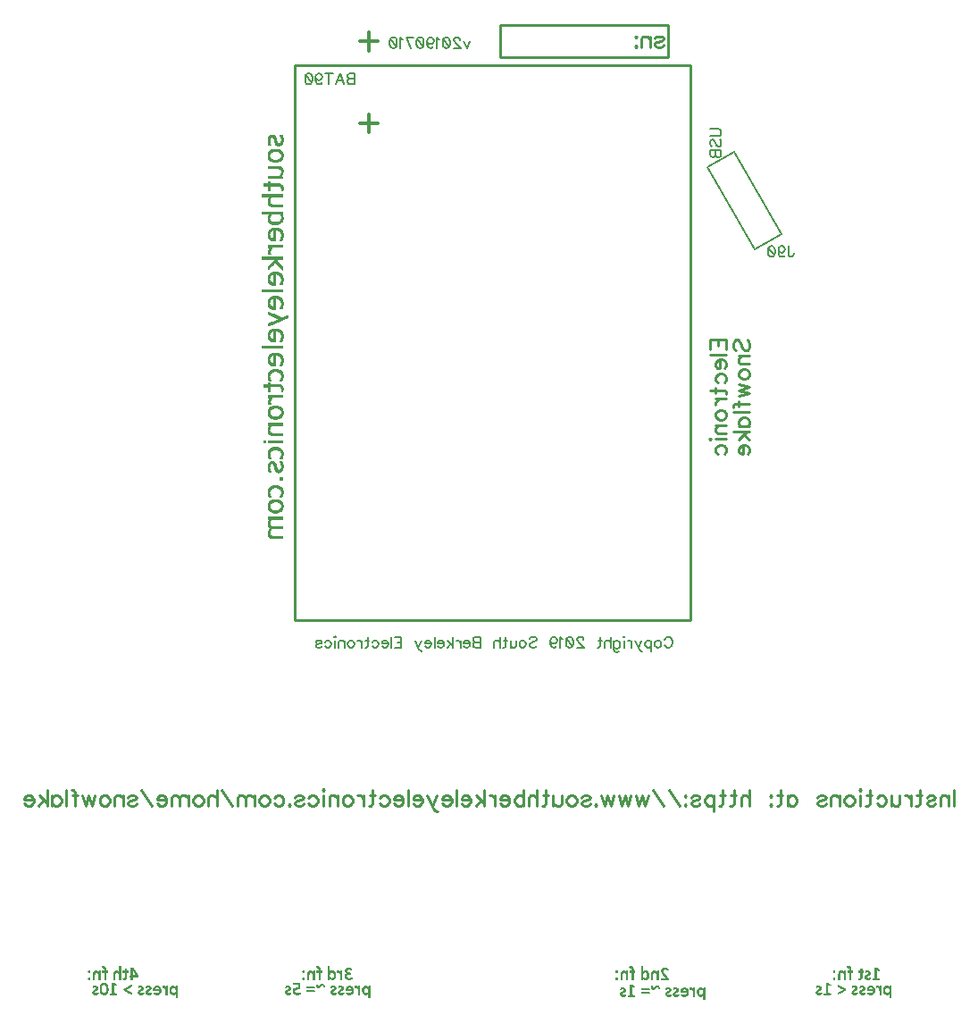
<source format=gbr>
G04 DipTrace 3.3.1.3*
G04 BottomSilk.gbr*
%MOIN*%
G04 #@! TF.FileFunction,Legend,Bot*
G04 #@! TF.Part,Single*
%ADD10C,0.009843*%
%ADD12C,0.003*%
%ADD20C,0.01*%
%ADD37C,0.005906*%
%ADD105C,0.006176*%
%ADD106C,0.009264*%
%ADD107C,0.012351*%
%FSLAX26Y26*%
G04*
G70*
G90*
G75*
G01*
G04 BotSilk*
%LPD*%
X2651829Y1977173D2*
D10*
X4127829D1*
Y4049163D1*
X2651829D1*
Y1977173D1*
X4192241Y3667845D2*
D37*
X4369405Y3361002D1*
X4468283Y3418105D1*
X4291120Y3724948D1*
X4192241Y3667845D1*
X3420580Y4197190D2*
D20*
X4045580D1*
Y4078441D1*
X3420580D1*
Y4197190D1*
X2561829Y3789374D2*
D12*
X2572329D1*
X2594829D2*
X2603829D1*
X2559643Y3787874D2*
X2574465D1*
X2595759D2*
X2604399D1*
X2557765Y3786374D2*
X2576197D1*
X2596615D2*
X2605038D1*
X2556244Y3784874D2*
X2577503D1*
X2597418D2*
X2605682D1*
X2555059Y3783374D2*
X2578518D1*
X2598190D2*
X2606213D1*
X2554102Y3781874D2*
X2579378D1*
X2598944D2*
X2606547D1*
X2553266Y3780374D2*
X2563681D1*
X2567529D2*
X2580125D1*
X2599643D2*
X2606766D1*
X2552534Y3778874D2*
X2561502D1*
X2569847D2*
X2580749D1*
X2600199D2*
X2607031D1*
X2551967Y3777374D2*
X2559918D1*
X2571606D2*
X2581283D1*
X2600542D2*
X2607421D1*
X2551625Y3775874D2*
X2558809D1*
X2572793D2*
X2581814D1*
X2600764D2*
X2607817D1*
X2551454Y3774374D2*
X2558074D1*
X2573596D2*
X2582274D1*
X2601031D2*
X2608082D1*
X2551378Y3772874D2*
X2557665D1*
X2574242D2*
X2582572D1*
X2601415D2*
X2608223D1*
X2551347Y3771374D2*
X2557468D1*
X2574748D2*
X2582776D1*
X2601758D2*
X2608287D1*
X2551336Y3769874D2*
X2557383D1*
X2575063D2*
X2583035D1*
X2601833D2*
X2608308D1*
X2551332Y3768374D2*
X2557349D1*
X2575273D2*
X2583422D1*
X2601614D2*
X2608265D1*
X2551330Y3766874D2*
X2557336D1*
X2575534D2*
X2583823D1*
X2601288D2*
X2608078D1*
X2551330Y3765374D2*
X2557338D1*
X2575922D2*
X2584141D1*
X2601000D2*
X2607720D1*
X2551329Y3763874D2*
X2557389D1*
X2576323D2*
X2584479D1*
X2600674D2*
X2607330D1*
X2551335Y3762374D2*
X2557579D1*
X2576641D2*
X2584996D1*
X2600161D2*
X2607016D1*
X2551388Y3760874D2*
X2557944D1*
X2576973D2*
X2585698D1*
X2599460D2*
X2606679D1*
X2551579Y3759374D2*
X2558382D1*
X2577402D2*
X2587604D1*
X2597554D2*
X2606198D1*
X2551944Y3757874D2*
X2558840D1*
X2577872D2*
X2592288D1*
X2592871D2*
X2605543D1*
X2552382Y3756374D2*
X2559391D1*
X2578393D2*
X2604709D1*
X2552835Y3754874D2*
X2560032D1*
X2579145D2*
X2603711D1*
X2553347Y3753374D2*
X2560693D1*
X2580215D2*
X2602548D1*
X2553859Y3751874D2*
X2561297D1*
X2581611D2*
X2601037D1*
X2554329Y3750374D2*
X2561829D1*
X2583480D2*
X2598980D1*
X2585966Y3748874D2*
X2596329D1*
X2588829Y3747374D2*
X2593329D1*
X2567829Y3736874D2*
X2590329D1*
X2565067Y3735374D2*
X2593266D1*
X2562503Y3733874D2*
X2596016D1*
X2560194Y3732374D2*
X2598400D1*
X2558257Y3730874D2*
X2600354D1*
X2556755Y3729374D2*
X2601902D1*
X2555517Y3727874D2*
X2571663D1*
X2588472D2*
X2603095D1*
X2554444Y3726374D2*
X2567391D1*
X2592092D2*
X2604056D1*
X2553607Y3724874D2*
X2564216D1*
X2594932D2*
X2604892D1*
X2552961Y3723374D2*
X2561965D1*
X2596985D2*
X2605630D1*
X2552379Y3721874D2*
X2560331D1*
X2598418D2*
X2606251D1*
X2551897Y3720374D2*
X2559077D1*
X2599437D2*
X2606783D1*
X2551597Y3718874D2*
X2558215D1*
X2600177D2*
X2607314D1*
X2551443Y3717374D2*
X2557729D1*
X2600757D2*
X2607774D1*
X2551374Y3715874D2*
X2557494D1*
X2601299D2*
X2608067D1*
X2551346Y3714374D2*
X2557393D1*
X2601713D2*
X2608217D1*
X2551335Y3712874D2*
X2557353D1*
X2601939D2*
X2608279D1*
X2551331Y3711374D2*
X2557343D1*
X2601633D2*
X2608254D1*
X2551330Y3709874D2*
X2557391D1*
X2601241D2*
X2608074D1*
X2551335Y3708374D2*
X2557586D1*
X2600804D2*
X2607718D1*
X2551388Y3706874D2*
X2558003D1*
X2600256D2*
X2607329D1*
X2551585Y3705374D2*
X2558643D1*
X2599556D2*
X2607015D1*
X2551997Y3703874D2*
X2559578D1*
X2598602D2*
X2606679D1*
X2552579Y3702374D2*
X2561019D1*
X2597209D2*
X2606198D1*
X2553258Y3700874D2*
X2563196D1*
X2595278D2*
X2605537D1*
X2554032Y3699374D2*
X2566213D1*
X2592864D2*
X2604657D1*
X2554972Y3697874D2*
X2569883D1*
X2590153D2*
X2603520D1*
X2556183Y3696374D2*
X2602194D1*
X2557715Y3694874D2*
X2600715D1*
X2559622Y3693374D2*
X2598979D1*
X2562032Y3691874D2*
X2596711D1*
X2565222Y3690374D2*
X2593528D1*
X2569296Y3688874D2*
X2589247D1*
X2573829Y3687374D2*
X2584329D1*
X2552829Y3672374D2*
X2594829D1*
X2552829Y3670874D2*
X2597889D1*
X2552829Y3669374D2*
X2600430D1*
X2552829Y3667874D2*
X2602389D1*
X2552829Y3666374D2*
X2603902D1*
X2552829Y3664874D2*
X2605114D1*
X2592734Y3663374D2*
X2606012D1*
X2595930Y3661874D2*
X2606683D1*
X2598191Y3660374D2*
X2607275D1*
X2599840Y3658874D2*
X2607760D1*
X2600584Y3657374D2*
X2608061D1*
X2601226Y3655874D2*
X2608210D1*
X2601684Y3654374D2*
X2608226D1*
X2601933Y3652874D2*
X2608063D1*
X2601636Y3651374D2*
X2607709D1*
X2601292Y3649874D2*
X2607275D1*
X2601001Y3648374D2*
X2606818D1*
X2600674Y3646874D2*
X2606267D1*
X2600202Y3645374D2*
X2605622D1*
X2599595Y3643874D2*
X2604922D1*
X2598906Y3642374D2*
X2604191D1*
X2598129Y3640874D2*
X2603446D1*
X2597194Y3639374D2*
X2602659D1*
X2596035Y3637874D2*
X2601785D1*
X2594715Y3636374D2*
X2600829D1*
X2552829Y3634874D2*
X2603599D1*
X2552829Y3633374D2*
X2605650D1*
X2552829Y3631874D2*
X2606276D1*
X2552829Y3630374D2*
X2606602D1*
X2552829Y3628874D2*
X2606748D1*
X2552829Y3627374D2*
X2606829D1*
X2552829Y3613874D2*
X2558829D1*
X2552829Y3612374D2*
X2558829D1*
X2552829Y3610874D2*
X2558829D1*
X2552829Y3609374D2*
X2558829D1*
X2536329Y3607874D2*
X2593329D1*
X2536329Y3606374D2*
X2597414D1*
X2536329Y3604874D2*
X2600600D1*
X2536329Y3603374D2*
X2602841D1*
X2536329Y3601874D2*
X2604360D1*
X2536329Y3600374D2*
X2605415D1*
X2536329Y3598874D2*
X2606169D1*
X2552829Y3597374D2*
X2558829D1*
X2597766D2*
X2606754D1*
X2552829Y3595874D2*
X2558829D1*
X2599021D2*
X2607304D1*
X2552829Y3594374D2*
X2558829D1*
X2599965D2*
X2607771D1*
X2552829Y3592874D2*
X2558829D1*
X2600662D2*
X2608065D1*
X2552829Y3591374D2*
X2558829D1*
X2601261D2*
X2608211D1*
X2552829Y3589874D2*
X2558829D1*
X2601698D2*
X2608226D1*
X2552829Y3588374D2*
X2558829D1*
X2601936D2*
X2608063D1*
X2552829Y3586874D2*
X2558829D1*
X2601638D2*
X2607715D1*
X2552829Y3585374D2*
X2558829D1*
X2601299D2*
X2607334D1*
X2552829Y3583874D2*
X2558829D1*
X2601058D2*
X2607072D1*
X2552829Y3582374D2*
X2558829D1*
X2600921D2*
X2606926D1*
X2552829Y3580874D2*
X2558829D1*
X2600829D2*
X2606829D1*
X2530329Y3567374D2*
X2606829D1*
X2530329Y3565874D2*
X2606829D1*
X2530329Y3564374D2*
X2606829D1*
X2530329Y3562874D2*
X2606829D1*
X2530329Y3561374D2*
X2606829D1*
X2530329Y3559874D2*
X2606829D1*
X2557040Y3558374D2*
X2563040D1*
X2556470Y3556874D2*
X2562470D1*
X2555670Y3555374D2*
X2561670D1*
X2554831Y3553874D2*
X2560825D1*
X2554065Y3552374D2*
X2560012D1*
X2553425Y3550874D2*
X2559234D1*
X2552882Y3549374D2*
X2558523D1*
X2552347Y3547874D2*
X2557963D1*
X2551885Y3546374D2*
X2557624D1*
X2551593Y3544874D2*
X2557453D1*
X2551442Y3543374D2*
X2557378D1*
X2551374Y3541874D2*
X2557353D1*
X2551346Y3540374D2*
X2557394D1*
X2551335Y3538874D2*
X2557593D1*
X2551337Y3537374D2*
X2558068D1*
X2551389Y3535874D2*
X2558772D1*
X2551585Y3534374D2*
X2560386D1*
X2552003Y3532874D2*
X2562543D1*
X2552637Y3531374D2*
X2565105D1*
X2553508Y3529874D2*
X2606829D1*
X2554652Y3528374D2*
X2606829D1*
X2556085Y3526874D2*
X2606829D1*
X2557969Y3525374D2*
X2606829D1*
X2560462Y3523874D2*
X2606829D1*
X2563329Y3522374D2*
X2606829D1*
X2530329Y3502874D2*
X2606829D1*
X2530329Y3501374D2*
X2606829D1*
X2530329Y3499874D2*
X2606818D1*
X2530329Y3498374D2*
X2606703D1*
X2530329Y3496874D2*
X2606431D1*
X2530329Y3495374D2*
X2605262D1*
X2557040Y3493874D2*
X2563567D1*
X2597592D2*
X2603829D1*
X2556470Y3492374D2*
X2562492D1*
X2598661D2*
X2604579D1*
X2555670Y3490874D2*
X2561577D1*
X2599523D2*
X2605202D1*
X2554825Y3489374D2*
X2560752D1*
X2600157D2*
X2605785D1*
X2554012Y3487874D2*
X2559973D1*
X2600577D2*
X2606319D1*
X2553234Y3486374D2*
X2559216D1*
X2600949D2*
X2606811D1*
X2552523Y3484874D2*
X2558516D1*
X2601388D2*
X2607325D1*
X2551963Y3483374D2*
X2557960D1*
X2601798D2*
X2607778D1*
X2551624Y3481874D2*
X2557623D1*
X2602019D2*
X2608068D1*
X2551453Y3480374D2*
X2557453D1*
X2601972D2*
X2608212D1*
X2551378Y3478874D2*
X2557378D1*
X2601672D2*
X2608227D1*
X2551347Y3477374D2*
X2557353D1*
X2601261D2*
X2608063D1*
X2551336Y3475874D2*
X2557394D1*
X2600813D2*
X2607715D1*
X2551332Y3474374D2*
X2557587D1*
X2600260D2*
X2607328D1*
X2551336Y3472874D2*
X2558009D1*
X2599557D2*
X2607015D1*
X2551388Y3471374D2*
X2558702D1*
X2598602D2*
X2606679D1*
X2551585Y3469874D2*
X2559822D1*
X2597210D2*
X2606198D1*
X2552003Y3468374D2*
X2561564D1*
X2595278D2*
X2605537D1*
X2552637Y3466874D2*
X2563874D1*
X2592864D2*
X2604657D1*
X2553508Y3465374D2*
X2566535D1*
X2590153D2*
X2603520D1*
X2554646Y3463874D2*
X2602194D1*
X2556024Y3462374D2*
X2600709D1*
X2557706Y3460874D2*
X2598932D1*
X2559897Y3459374D2*
X2596586D1*
X2562841Y3457874D2*
X2593494D1*
X2566605Y3456374D2*
X2589793D1*
X2570829Y3454874D2*
X2585829D1*
X2569329Y3442874D2*
X2590329D1*
X2565932Y3441374D2*
X2593086D1*
X2563124Y3439874D2*
X2595603D1*
X2560903Y3438374D2*
X2597773D1*
X2559069Y3436874D2*
X2599537D1*
X2557477Y3435374D2*
X2600966D1*
X2556117Y3433874D2*
X2567898D1*
X2573829D2*
X2579829D1*
X2586972D2*
X2602189D1*
X2555008Y3432374D2*
X2565202D1*
X2573829D2*
X2579829D1*
X2590598D2*
X2603217D1*
X2554082Y3430874D2*
X2563008D1*
X2573829D2*
X2579829D1*
X2593485D2*
X2604104D1*
X2553259Y3429374D2*
X2561414D1*
X2573829D2*
X2579829D1*
X2595682D2*
X2604910D1*
X2552532Y3427874D2*
X2560251D1*
X2573829D2*
X2579829D1*
X2597336D2*
X2605631D1*
X2551966Y3426374D2*
X2559324D1*
X2573829D2*
X2579829D1*
X2598565D2*
X2606200D1*
X2551625Y3424874D2*
X2558556D1*
X2573829D2*
X2579829D1*
X2599489D2*
X2606593D1*
X2551454Y3423374D2*
X2557974D1*
X2573829D2*
X2579829D1*
X2600145D2*
X2606955D1*
X2551378Y3421874D2*
X2557628D1*
X2573829D2*
X2579829D1*
X2600573D2*
X2607390D1*
X2551347Y3420374D2*
X2557455D1*
X2573829D2*
X2579829D1*
X2600948D2*
X2607805D1*
X2551336Y3418874D2*
X2557378D1*
X2573829D2*
X2579829D1*
X2601387D2*
X2608078D1*
X2551332Y3417374D2*
X2557347D1*
X2573829D2*
X2579829D1*
X2601798D2*
X2608222D1*
X2551330Y3415874D2*
X2557342D1*
X2573829D2*
X2579829D1*
X2602019D2*
X2608287D1*
X2551330Y3414374D2*
X2557390D1*
X2573829D2*
X2579829D1*
X2601972D2*
X2608308D1*
X2551335Y3412874D2*
X2557586D1*
X2573829D2*
X2579829D1*
X2601678D2*
X2608265D1*
X2551388Y3411374D2*
X2558003D1*
X2573829D2*
X2579829D1*
X2601314D2*
X2608078D1*
X2551585Y3409874D2*
X2558649D1*
X2573829D2*
X2579829D1*
X2601010D2*
X2607720D1*
X2551997Y3408374D2*
X2559460D1*
X2573806D2*
X2579829D1*
X2600683D2*
X2607330D1*
X2552579Y3406874D2*
X2561470D1*
X2573736D2*
X2579829D1*
X2600256D2*
X2607016D1*
X2553258Y3405374D2*
X2564961D1*
X2573033D2*
X2579829D1*
X2599787D2*
X2606685D1*
X2554037Y3403874D2*
X2570357D1*
X2570695D2*
X2579829D1*
X2599271D2*
X2606257D1*
X2555024Y3402374D2*
X2579829D1*
X2598572D2*
X2605793D1*
X2556386Y3400874D2*
X2579829D1*
X2597706D2*
X2605329D1*
X2558189Y3399374D2*
X2579829D1*
X2596797D2*
X2604814D1*
X2560465Y3397874D2*
X2579829D1*
X2595842D2*
X2604300D1*
X2563244Y3396374D2*
X2579829D1*
X2594829D2*
X2603829D1*
X2566329Y3394874D2*
X2579829D1*
X2552829Y3378374D2*
X2606829D1*
X2552829Y3376874D2*
X2606829D1*
X2552829Y3375374D2*
X2606829D1*
X2552829Y3373874D2*
X2606829D1*
X2552829Y3372374D2*
X2606829D1*
X2552829Y3370874D2*
X2606829D1*
X2558829Y3369374D2*
X2566567D1*
X2558259Y3367874D2*
X2565492D1*
X2557615Y3366374D2*
X2564577D1*
X2556918Y3364874D2*
X2563752D1*
X2556190Y3363374D2*
X2562973D1*
X2555450Y3361874D2*
X2562216D1*
X2554708Y3360374D2*
X2561516D1*
X2554013Y3358874D2*
X2560960D1*
X2553459Y3357374D2*
X2560623D1*
X2553123Y3355874D2*
X2560453D1*
X2552953Y3354374D2*
X2560378D1*
X2552878Y3352874D2*
X2560347D1*
X2552847Y3351374D2*
X2560342D1*
X2552836Y3349874D2*
X2560395D1*
X2552832Y3348374D2*
X2560625D1*
X2552830Y3346874D2*
X2561137D1*
X2552829Y3345374D2*
X2561829D1*
X2530329Y3334874D2*
X2606829D1*
X2530329Y3333374D2*
X2606829D1*
X2530329Y3331874D2*
X2606829D1*
X2530329Y3330374D2*
X2606829D1*
X2530329Y3328874D2*
X2606829D1*
X2530329Y3327374D2*
X2606829D1*
X2530329Y3325874D2*
X2606829D1*
X2578329Y3324374D2*
X2587335D1*
X2576829Y3322874D2*
X2585906D1*
X2575329Y3321374D2*
X2584674D1*
X2573829Y3319874D2*
X2583626D1*
X2572329Y3318374D2*
X2584554D1*
X2570829Y3316874D2*
X2585843D1*
X2569329Y3315374D2*
X2587302D1*
X2567829Y3313874D2*
X2588808D1*
X2566329Y3312374D2*
X2590318D1*
X2564829Y3310874D2*
X2575329D1*
X2579829D2*
X2591825D1*
X2563329Y3309374D2*
X2573829D1*
X2581329D2*
X2593327D1*
X2561829Y3307874D2*
X2572329D1*
X2582829D2*
X2594829D1*
X2560329Y3306374D2*
X2570829D1*
X2584329D2*
X2596335D1*
X2558829Y3304874D2*
X2569329D1*
X2585835D2*
X2597888D1*
X2557335Y3303374D2*
X2567829D1*
X2587388D2*
X2599579D1*
X2555894Y3301874D2*
X2566329D1*
X2589079D2*
X2601433D1*
X2554644Y3300374D2*
X2564829D1*
X2590938D2*
X2603259D1*
X2553753Y3298874D2*
X2563329D1*
X2592823D2*
X2604770D1*
X2553246Y3297374D2*
X2561829D1*
X2594585D2*
X2605972D1*
X2553001Y3295874D2*
X2560329D1*
X2596224D2*
X2606413D1*
X2552896Y3294374D2*
X2558829D1*
X2597787D2*
X2606652D1*
X2552854Y3292874D2*
X2557329D1*
X2599314D2*
X2606760D1*
X2552838Y3291374D2*
X2555829D1*
X2600824D2*
X2606804D1*
X2552829Y3289874D2*
X2554329D1*
X2602327D2*
X2606820D1*
X2603829Y3288374D2*
X2606826D1*
X2605329Y3286874D2*
X2606829D1*
X2569329Y3277874D2*
X2590329D1*
X2565932Y3276374D2*
X2593086D1*
X2563124Y3274874D2*
X2595603D1*
X2560903Y3273374D2*
X2597773D1*
X2559069Y3271874D2*
X2599537D1*
X2557477Y3270374D2*
X2600966D1*
X2556117Y3268874D2*
X2567898D1*
X2573829D2*
X2579829D1*
X2586972D2*
X2602189D1*
X2555008Y3267374D2*
X2565202D1*
X2573829D2*
X2579829D1*
X2590598D2*
X2603217D1*
X2554082Y3265874D2*
X2563008D1*
X2573829D2*
X2579829D1*
X2593485D2*
X2604104D1*
X2553259Y3264374D2*
X2561414D1*
X2573829D2*
X2579829D1*
X2595682D2*
X2604910D1*
X2552532Y3262874D2*
X2560251D1*
X2573829D2*
X2579829D1*
X2597336D2*
X2605631D1*
X2551966Y3261374D2*
X2559324D1*
X2573829D2*
X2579829D1*
X2598565D2*
X2606200D1*
X2551625Y3259874D2*
X2558556D1*
X2573829D2*
X2579829D1*
X2599489D2*
X2606593D1*
X2551454Y3258374D2*
X2557974D1*
X2573829D2*
X2579829D1*
X2600145D2*
X2606955D1*
X2551378Y3256874D2*
X2557628D1*
X2573829D2*
X2579829D1*
X2600573D2*
X2607390D1*
X2551347Y3255374D2*
X2557455D1*
X2573829D2*
X2579829D1*
X2600948D2*
X2607805D1*
X2551336Y3253874D2*
X2557378D1*
X2573829D2*
X2579829D1*
X2601387D2*
X2608078D1*
X2551332Y3252374D2*
X2557347D1*
X2573829D2*
X2579829D1*
X2601798D2*
X2608222D1*
X2551330Y3250874D2*
X2557342D1*
X2573829D2*
X2579829D1*
X2602019D2*
X2608287D1*
X2551330Y3249374D2*
X2557390D1*
X2573829D2*
X2579829D1*
X2601972D2*
X2608308D1*
X2551335Y3247874D2*
X2557586D1*
X2573829D2*
X2579829D1*
X2601678D2*
X2608265D1*
X2551388Y3246374D2*
X2558003D1*
X2573829D2*
X2579829D1*
X2601314D2*
X2608078D1*
X2551585Y3244874D2*
X2558649D1*
X2573829D2*
X2579829D1*
X2601010D2*
X2607720D1*
X2551997Y3243374D2*
X2559460D1*
X2573806D2*
X2579829D1*
X2600683D2*
X2607330D1*
X2552579Y3241874D2*
X2561470D1*
X2573736D2*
X2579829D1*
X2600256D2*
X2607016D1*
X2553258Y3240374D2*
X2564961D1*
X2573033D2*
X2579829D1*
X2599787D2*
X2606685D1*
X2554037Y3238874D2*
X2570357D1*
X2570695D2*
X2579829D1*
X2599271D2*
X2606257D1*
X2555024Y3237374D2*
X2579829D1*
X2598572D2*
X2605793D1*
X2556386Y3235874D2*
X2579829D1*
X2597706D2*
X2605329D1*
X2558189Y3234374D2*
X2579829D1*
X2596797D2*
X2604814D1*
X2560465Y3232874D2*
X2579829D1*
X2595842D2*
X2604300D1*
X2563244Y3231374D2*
X2579829D1*
X2594829D2*
X2603829D1*
X2566329Y3229874D2*
X2579829D1*
X2530329Y3213374D2*
X2606829D1*
X2530329Y3211874D2*
X2606829D1*
X2530329Y3210374D2*
X2606829D1*
X2530329Y3208874D2*
X2606829D1*
X2530329Y3207374D2*
X2606829D1*
X2530329Y3205874D2*
X2606829D1*
X2569329Y3187874D2*
X2590329D1*
X2565932Y3186374D2*
X2593086D1*
X2563124Y3184874D2*
X2595603D1*
X2560903Y3183374D2*
X2597773D1*
X2559069Y3181874D2*
X2599537D1*
X2557477Y3180374D2*
X2600966D1*
X2556117Y3178874D2*
X2567898D1*
X2573829D2*
X2579829D1*
X2586972D2*
X2602189D1*
X2555008Y3177374D2*
X2565202D1*
X2573829D2*
X2579829D1*
X2590598D2*
X2603217D1*
X2554082Y3175874D2*
X2563008D1*
X2573829D2*
X2579829D1*
X2593485D2*
X2604104D1*
X2553259Y3174374D2*
X2561414D1*
X2573829D2*
X2579829D1*
X2595682D2*
X2604910D1*
X2552532Y3172874D2*
X2560251D1*
X2573829D2*
X2579829D1*
X2597336D2*
X2605631D1*
X2551966Y3171374D2*
X2559324D1*
X2573829D2*
X2579829D1*
X2598565D2*
X2606200D1*
X2551625Y3169874D2*
X2558556D1*
X2573829D2*
X2579829D1*
X2599489D2*
X2606593D1*
X2551454Y3168374D2*
X2557974D1*
X2573829D2*
X2579829D1*
X2600145D2*
X2606955D1*
X2551378Y3166874D2*
X2557628D1*
X2573829D2*
X2579829D1*
X2600573D2*
X2607390D1*
X2551347Y3165374D2*
X2557455D1*
X2573829D2*
X2579829D1*
X2600948D2*
X2607805D1*
X2551336Y3163874D2*
X2557378D1*
X2573829D2*
X2579829D1*
X2601387D2*
X2608078D1*
X2551332Y3162374D2*
X2557347D1*
X2573829D2*
X2579829D1*
X2601798D2*
X2608222D1*
X2551330Y3160874D2*
X2557342D1*
X2573829D2*
X2579829D1*
X2602019D2*
X2608287D1*
X2551330Y3159374D2*
X2557390D1*
X2573829D2*
X2579829D1*
X2601972D2*
X2608308D1*
X2551335Y3157874D2*
X2557586D1*
X2573829D2*
X2579829D1*
X2601678D2*
X2608265D1*
X2551388Y3156374D2*
X2558003D1*
X2573829D2*
X2579829D1*
X2601314D2*
X2608078D1*
X2551585Y3154874D2*
X2558649D1*
X2573829D2*
X2579829D1*
X2601010D2*
X2607720D1*
X2551997Y3153374D2*
X2559460D1*
X2573806D2*
X2579829D1*
X2600683D2*
X2607330D1*
X2552579Y3151874D2*
X2561470D1*
X2573736D2*
X2579829D1*
X2600256D2*
X2607016D1*
X2553258Y3150374D2*
X2564961D1*
X2573033D2*
X2579829D1*
X2599787D2*
X2606685D1*
X2554037Y3148874D2*
X2570357D1*
X2570695D2*
X2579829D1*
X2599271D2*
X2606257D1*
X2555024Y3147374D2*
X2579829D1*
X2598572D2*
X2605793D1*
X2556386Y3145874D2*
X2579829D1*
X2597706D2*
X2605329D1*
X2558189Y3144374D2*
X2579829D1*
X2596797D2*
X2604814D1*
X2560465Y3142874D2*
X2579829D1*
X2595842D2*
X2604300D1*
X2563244Y3141374D2*
X2579829D1*
X2594829D2*
X2603829D1*
X2566329Y3139874D2*
X2579829D1*
X2552829Y3127874D2*
X2555829D1*
X2552829Y3126374D2*
X2559579D1*
X2552835Y3124874D2*
X2563208D1*
X2552906Y3123374D2*
X2566838D1*
X2553081Y3121874D2*
X2570511D1*
X2553998Y3120374D2*
X2574177D1*
X2556205Y3118874D2*
X2577768D1*
X2558951Y3117374D2*
X2581295D1*
X2562074Y3115874D2*
X2584875D1*
X2623329D2*
X2624829D1*
X2565481Y3114374D2*
X2588525D1*
X2620098D2*
X2624829D1*
X2569069Y3112874D2*
X2592188D1*
X2616714D2*
X2624829D1*
X2572748Y3111374D2*
X2595837D1*
X2613211D2*
X2624812D1*
X2576465Y3109874D2*
X2599631D1*
X2609484D2*
X2624642D1*
X2580145Y3108374D2*
X2603832D1*
X2605311D2*
X2624238D1*
X2583638Y3106874D2*
X2622388D1*
X2586743Y3105374D2*
X2619771D1*
X2589408Y3103874D2*
X2616620D1*
X2591829Y3102374D2*
X2613251D1*
X2588592Y3100874D2*
X2609818D1*
X2585167Y3099374D2*
X2606319D1*
X2581588Y3097874D2*
X2602819D1*
X2577960Y3096374D2*
X2599340D1*
X2574383Y3094874D2*
X2595826D1*
X2570861Y3093374D2*
X2592321D1*
X2567283Y3091874D2*
X2588841D1*
X2563645Y3090374D2*
X2585326D1*
X2560112Y3088874D2*
X2581821D1*
X2557076Y3087374D2*
X2578335D1*
X2554620Y3085874D2*
X2574773D1*
X2553543Y3084374D2*
X2571130D1*
X2553161Y3082874D2*
X2567481D1*
X2552964Y3081374D2*
X2563943D1*
X2552877Y3079874D2*
X2560588D1*
X2552829Y3078374D2*
X2557329D1*
X2569329Y3066374D2*
X2590329D1*
X2565932Y3064874D2*
X2593086D1*
X2563124Y3063374D2*
X2595603D1*
X2560903Y3061874D2*
X2597773D1*
X2559069Y3060374D2*
X2599537D1*
X2557477Y3058874D2*
X2600966D1*
X2556117Y3057374D2*
X2567898D1*
X2573829D2*
X2579829D1*
X2586972D2*
X2602189D1*
X2555008Y3055874D2*
X2565202D1*
X2573829D2*
X2579829D1*
X2590598D2*
X2603217D1*
X2554082Y3054374D2*
X2563008D1*
X2573829D2*
X2579829D1*
X2593485D2*
X2604104D1*
X2553259Y3052874D2*
X2561414D1*
X2573829D2*
X2579829D1*
X2595682D2*
X2604910D1*
X2552532Y3051374D2*
X2560251D1*
X2573829D2*
X2579829D1*
X2597336D2*
X2605631D1*
X2551966Y3049874D2*
X2559324D1*
X2573829D2*
X2579829D1*
X2598565D2*
X2606200D1*
X2551625Y3048374D2*
X2558556D1*
X2573829D2*
X2579829D1*
X2599489D2*
X2606593D1*
X2551454Y3046874D2*
X2557974D1*
X2573829D2*
X2579829D1*
X2600145D2*
X2606955D1*
X2551378Y3045374D2*
X2557628D1*
X2573829D2*
X2579829D1*
X2600573D2*
X2607390D1*
X2551347Y3043874D2*
X2557455D1*
X2573829D2*
X2579829D1*
X2600948D2*
X2607805D1*
X2551336Y3042374D2*
X2557378D1*
X2573829D2*
X2579829D1*
X2601387D2*
X2608078D1*
X2551332Y3040874D2*
X2557347D1*
X2573829D2*
X2579829D1*
X2601798D2*
X2608222D1*
X2551330Y3039374D2*
X2557342D1*
X2573829D2*
X2579829D1*
X2602019D2*
X2608287D1*
X2551330Y3037874D2*
X2557390D1*
X2573829D2*
X2579829D1*
X2601972D2*
X2608308D1*
X2551335Y3036374D2*
X2557586D1*
X2573829D2*
X2579829D1*
X2601678D2*
X2608265D1*
X2551388Y3034874D2*
X2558003D1*
X2573829D2*
X2579829D1*
X2601314D2*
X2608078D1*
X2551585Y3033374D2*
X2558649D1*
X2573829D2*
X2579829D1*
X2601010D2*
X2607720D1*
X2551997Y3031874D2*
X2559460D1*
X2573806D2*
X2579829D1*
X2600683D2*
X2607330D1*
X2552579Y3030374D2*
X2561470D1*
X2573736D2*
X2579829D1*
X2600256D2*
X2607016D1*
X2553258Y3028874D2*
X2564961D1*
X2573033D2*
X2579829D1*
X2599787D2*
X2606685D1*
X2554037Y3027374D2*
X2570357D1*
X2570695D2*
X2579829D1*
X2599271D2*
X2606257D1*
X2555024Y3025874D2*
X2579829D1*
X2598572D2*
X2605793D1*
X2556386Y3024374D2*
X2579829D1*
X2597706D2*
X2605329D1*
X2558189Y3022874D2*
X2579829D1*
X2596797D2*
X2604814D1*
X2560465Y3021374D2*
X2579829D1*
X2595842D2*
X2604300D1*
X2563244Y3019874D2*
X2579829D1*
X2594829D2*
X2603829D1*
X2566329Y3018374D2*
X2579829D1*
X2530329Y3001874D2*
X2606829D1*
X2530329Y3000374D2*
X2606829D1*
X2530329Y2998874D2*
X2606829D1*
X2530329Y2997374D2*
X2606829D1*
X2530329Y2995874D2*
X2606829D1*
X2530329Y2994374D2*
X2606829D1*
X2569329Y2976374D2*
X2590329D1*
X2565932Y2974874D2*
X2593086D1*
X2563124Y2973374D2*
X2595603D1*
X2560903Y2971874D2*
X2597773D1*
X2559069Y2970374D2*
X2599537D1*
X2557477Y2968874D2*
X2600966D1*
X2556117Y2967374D2*
X2567898D1*
X2573829D2*
X2579829D1*
X2586972D2*
X2602189D1*
X2555008Y2965874D2*
X2565202D1*
X2573829D2*
X2579829D1*
X2590598D2*
X2603217D1*
X2554082Y2964374D2*
X2563008D1*
X2573829D2*
X2579829D1*
X2593485D2*
X2604104D1*
X2553259Y2962874D2*
X2561414D1*
X2573829D2*
X2579829D1*
X2595682D2*
X2604910D1*
X2552532Y2961374D2*
X2560251D1*
X2573829D2*
X2579829D1*
X2597336D2*
X2605631D1*
X2551966Y2959874D2*
X2559324D1*
X2573829D2*
X2579829D1*
X2598565D2*
X2606200D1*
X2551625Y2958374D2*
X2558556D1*
X2573829D2*
X2579829D1*
X2599489D2*
X2606593D1*
X2551454Y2956874D2*
X2557974D1*
X2573829D2*
X2579829D1*
X2600145D2*
X2606955D1*
X2551378Y2955374D2*
X2557628D1*
X2573829D2*
X2579829D1*
X2600573D2*
X2607390D1*
X2551347Y2953874D2*
X2557455D1*
X2573829D2*
X2579829D1*
X2600948D2*
X2607805D1*
X2551336Y2952374D2*
X2557378D1*
X2573829D2*
X2579829D1*
X2601387D2*
X2608078D1*
X2551332Y2950874D2*
X2557347D1*
X2573829D2*
X2579829D1*
X2601798D2*
X2608222D1*
X2551330Y2949374D2*
X2557342D1*
X2573829D2*
X2579829D1*
X2602019D2*
X2608287D1*
X2551330Y2947874D2*
X2557390D1*
X2573829D2*
X2579829D1*
X2601972D2*
X2608308D1*
X2551335Y2946374D2*
X2557586D1*
X2573829D2*
X2579829D1*
X2601678D2*
X2608265D1*
X2551388Y2944874D2*
X2558003D1*
X2573829D2*
X2579829D1*
X2601314D2*
X2608078D1*
X2551585Y2943374D2*
X2558649D1*
X2573829D2*
X2579829D1*
X2601010D2*
X2607720D1*
X2551997Y2941874D2*
X2559460D1*
X2573806D2*
X2579829D1*
X2600683D2*
X2607330D1*
X2552579Y2940374D2*
X2561470D1*
X2573736D2*
X2579829D1*
X2600256D2*
X2607016D1*
X2553258Y2938874D2*
X2564961D1*
X2573033D2*
X2579829D1*
X2599787D2*
X2606685D1*
X2554037Y2937374D2*
X2570357D1*
X2570695D2*
X2579829D1*
X2599271D2*
X2606257D1*
X2555024Y2935874D2*
X2579829D1*
X2598572D2*
X2605793D1*
X2556386Y2934374D2*
X2579829D1*
X2597706D2*
X2605329D1*
X2558189Y2932874D2*
X2579829D1*
X2596797D2*
X2604814D1*
X2560465Y2931374D2*
X2579829D1*
X2595842D2*
X2604300D1*
X2563244Y2929874D2*
X2579829D1*
X2594829D2*
X2603829D1*
X2566329Y2928374D2*
X2579829D1*
X2569329Y2914874D2*
X2590329D1*
X2565932Y2913374D2*
X2593446D1*
X2563124Y2911874D2*
X2596180D1*
X2560903Y2910374D2*
X2598498D1*
X2559069Y2908874D2*
X2600401D1*
X2557477Y2907374D2*
X2601922D1*
X2556117Y2905874D2*
X2571187D1*
X2586445D2*
X2603103D1*
X2555008Y2904374D2*
X2567561D1*
X2590577D2*
X2604059D1*
X2554082Y2902874D2*
X2564674D1*
X2593584D2*
X2604893D1*
X2553259Y2901374D2*
X2562476D1*
X2595809D2*
X2605625D1*
X2552532Y2899874D2*
X2560823D1*
X2597566D2*
X2606198D1*
X2551966Y2898374D2*
X2559593D1*
X2598942D2*
X2606592D1*
X2551625Y2896874D2*
X2558670D1*
X2599887D2*
X2606955D1*
X2551454Y2895374D2*
X2558019D1*
X2600463D2*
X2607390D1*
X2551378Y2893874D2*
X2557644D1*
X2600904D2*
X2607805D1*
X2551347Y2892374D2*
X2557461D1*
X2601365D2*
X2608078D1*
X2551336Y2890874D2*
X2557380D1*
X2601740D2*
X2608222D1*
X2551332Y2889374D2*
X2557348D1*
X2601826D2*
X2608281D1*
X2551330Y2887874D2*
X2557342D1*
X2601612D2*
X2608255D1*
X2551330Y2886374D2*
X2557390D1*
X2601287D2*
X2608074D1*
X2551335Y2884874D2*
X2557586D1*
X2601000D2*
X2607718D1*
X2551388Y2883374D2*
X2557997D1*
X2600674D2*
X2607329D1*
X2551579Y2881874D2*
X2558579D1*
X2600202D2*
X2607015D1*
X2551944Y2880374D2*
X2559252D1*
X2599595D2*
X2606685D1*
X2552382Y2878874D2*
X2559973D1*
X2598906D2*
X2606257D1*
X2552840Y2877374D2*
X2560710D1*
X2598135D2*
X2605787D1*
X2553396Y2875874D2*
X2561452D1*
X2597257D2*
X2605266D1*
X2554080Y2874374D2*
X2562161D1*
X2596330D2*
X2604519D1*
X2554904Y2872874D2*
X2562785D1*
X2595523D2*
X2603492D1*
X2555829Y2871374D2*
X2563329D1*
X2594829D2*
X2602329D1*
X2552829Y2865374D2*
X2558829D1*
X2552829Y2863874D2*
X2558829D1*
X2552829Y2862374D2*
X2558829D1*
X2552829Y2860874D2*
X2558829D1*
X2536329Y2859374D2*
X2593329D1*
X2536329Y2857874D2*
X2597414D1*
X2536329Y2856374D2*
X2600600D1*
X2536329Y2854874D2*
X2602841D1*
X2536329Y2853374D2*
X2604360D1*
X2536329Y2851874D2*
X2605415D1*
X2536329Y2850374D2*
X2606169D1*
X2552829Y2848874D2*
X2558829D1*
X2597766D2*
X2606754D1*
X2552829Y2847374D2*
X2558829D1*
X2599021D2*
X2607304D1*
X2552829Y2845874D2*
X2558829D1*
X2599965D2*
X2607771D1*
X2552829Y2844374D2*
X2558829D1*
X2600662D2*
X2608065D1*
X2552829Y2842874D2*
X2558829D1*
X2601261D2*
X2608211D1*
X2552829Y2841374D2*
X2558829D1*
X2601698D2*
X2608226D1*
X2552829Y2839874D2*
X2558829D1*
X2601936D2*
X2608063D1*
X2552829Y2838374D2*
X2558829D1*
X2601638D2*
X2607715D1*
X2552829Y2836874D2*
X2558829D1*
X2601299D2*
X2607334D1*
X2552829Y2835374D2*
X2558829D1*
X2601058D2*
X2607072D1*
X2552829Y2833874D2*
X2558829D1*
X2600921D2*
X2606926D1*
X2552829Y2832374D2*
X2558829D1*
X2600829D2*
X2606829D1*
X2552829Y2818874D2*
X2606829D1*
X2552829Y2817374D2*
X2606829D1*
X2552829Y2815874D2*
X2606829D1*
X2552829Y2814374D2*
X2606829D1*
X2552829Y2812874D2*
X2606829D1*
X2552829Y2811374D2*
X2606829D1*
X2558829Y2809874D2*
X2566567D1*
X2558259Y2808374D2*
X2565492D1*
X2557615Y2806874D2*
X2564577D1*
X2556918Y2805374D2*
X2563752D1*
X2556190Y2803874D2*
X2562973D1*
X2555450Y2802374D2*
X2562216D1*
X2554708Y2800874D2*
X2561516D1*
X2554013Y2799374D2*
X2560960D1*
X2553459Y2797874D2*
X2560623D1*
X2553123Y2796374D2*
X2560453D1*
X2552953Y2794874D2*
X2560378D1*
X2552878Y2793374D2*
X2560347D1*
X2552847Y2791874D2*
X2560342D1*
X2552836Y2790374D2*
X2560395D1*
X2552832Y2788874D2*
X2560625D1*
X2552830Y2787374D2*
X2561137D1*
X2552829Y2785874D2*
X2561829D1*
X2567829Y2778374D2*
X2590329D1*
X2565067Y2776874D2*
X2593266D1*
X2562503Y2775374D2*
X2596016D1*
X2560194Y2773874D2*
X2598400D1*
X2558257Y2772374D2*
X2600354D1*
X2556755Y2770874D2*
X2601902D1*
X2555517Y2769374D2*
X2571663D1*
X2588472D2*
X2603095D1*
X2554444Y2767874D2*
X2567391D1*
X2592092D2*
X2604056D1*
X2553607Y2766374D2*
X2564216D1*
X2594932D2*
X2604892D1*
X2552961Y2764874D2*
X2561965D1*
X2596985D2*
X2605630D1*
X2552379Y2763374D2*
X2560331D1*
X2598418D2*
X2606251D1*
X2551897Y2761874D2*
X2559077D1*
X2599437D2*
X2606783D1*
X2551597Y2760374D2*
X2558215D1*
X2600177D2*
X2607314D1*
X2551443Y2758874D2*
X2557729D1*
X2600757D2*
X2607774D1*
X2551374Y2757374D2*
X2557494D1*
X2601299D2*
X2608067D1*
X2551346Y2755874D2*
X2557393D1*
X2601713D2*
X2608217D1*
X2551335Y2754374D2*
X2557353D1*
X2601939D2*
X2608279D1*
X2551331Y2752874D2*
X2557343D1*
X2601633D2*
X2608254D1*
X2551330Y2751374D2*
X2557391D1*
X2601241D2*
X2608074D1*
X2551335Y2749874D2*
X2557586D1*
X2600804D2*
X2607718D1*
X2551388Y2748374D2*
X2558003D1*
X2600256D2*
X2607329D1*
X2551585Y2746874D2*
X2558643D1*
X2599556D2*
X2607015D1*
X2551997Y2745374D2*
X2559578D1*
X2598602D2*
X2606679D1*
X2552579Y2743874D2*
X2561019D1*
X2597209D2*
X2606198D1*
X2553258Y2742374D2*
X2563196D1*
X2595278D2*
X2605537D1*
X2554032Y2740874D2*
X2566213D1*
X2592864D2*
X2604657D1*
X2554972Y2739374D2*
X2569883D1*
X2590153D2*
X2603520D1*
X2556183Y2737874D2*
X2602194D1*
X2557715Y2736374D2*
X2600715D1*
X2559622Y2734874D2*
X2598979D1*
X2562032Y2733374D2*
X2596711D1*
X2565222Y2731874D2*
X2593528D1*
X2569296Y2730374D2*
X2589247D1*
X2573829Y2728874D2*
X2584329D1*
X2552829Y2713874D2*
X2606829D1*
X2552829Y2712374D2*
X2606829D1*
X2552829Y2710874D2*
X2606829D1*
X2552829Y2709374D2*
X2606829D1*
X2552829Y2707874D2*
X2606829D1*
X2552829Y2706374D2*
X2606829D1*
X2557329Y2704874D2*
X2563040D1*
X2556579Y2703374D2*
X2562470D1*
X2555708Y2701874D2*
X2561670D1*
X2554844Y2700374D2*
X2560825D1*
X2554069Y2698874D2*
X2560012D1*
X2553426Y2697374D2*
X2559234D1*
X2552883Y2695874D2*
X2558523D1*
X2552348Y2694374D2*
X2557963D1*
X2551885Y2692874D2*
X2557624D1*
X2551593Y2691374D2*
X2557453D1*
X2551442Y2689874D2*
X2557378D1*
X2551374Y2688374D2*
X2557353D1*
X2551346Y2686874D2*
X2557394D1*
X2551335Y2685374D2*
X2557593D1*
X2551337Y2683874D2*
X2558068D1*
X2551389Y2682374D2*
X2558772D1*
X2551585Y2680874D2*
X2560386D1*
X2552003Y2679374D2*
X2562543D1*
X2552637Y2677874D2*
X2565105D1*
X2553508Y2676374D2*
X2606829D1*
X2554652Y2674874D2*
X2606829D1*
X2556085Y2673374D2*
X2606829D1*
X2557969Y2671874D2*
X2606829D1*
X2560462Y2670374D2*
X2606829D1*
X2563329Y2668874D2*
X2606829D1*
X2534829Y2649374D2*
X2542329D1*
X2552829D2*
X2606829D1*
X2534829Y2647874D2*
X2542329D1*
X2552829D2*
X2606829D1*
X2534829Y2646374D2*
X2542329D1*
X2552829D2*
X2606829D1*
X2534829Y2644874D2*
X2542329D1*
X2552829D2*
X2606829D1*
X2534829Y2643374D2*
X2542329D1*
X2552829D2*
X2606829D1*
X2534829Y2641874D2*
X2542329D1*
X2552829D2*
X2606829D1*
X2534829Y2640374D2*
X2542329D1*
X2569329Y2623874D2*
X2590329D1*
X2565932Y2622374D2*
X2593446D1*
X2563124Y2620874D2*
X2596180D1*
X2560903Y2619374D2*
X2598498D1*
X2559069Y2617874D2*
X2600401D1*
X2557477Y2616374D2*
X2601922D1*
X2556117Y2614874D2*
X2571187D1*
X2586445D2*
X2603103D1*
X2555008Y2613374D2*
X2567561D1*
X2590577D2*
X2604059D1*
X2554082Y2611874D2*
X2564674D1*
X2593584D2*
X2604893D1*
X2553259Y2610374D2*
X2562476D1*
X2595809D2*
X2605625D1*
X2552532Y2608874D2*
X2560823D1*
X2597566D2*
X2606198D1*
X2551966Y2607374D2*
X2559593D1*
X2598942D2*
X2606592D1*
X2551625Y2605874D2*
X2558670D1*
X2599887D2*
X2606955D1*
X2551454Y2604374D2*
X2558019D1*
X2600463D2*
X2607390D1*
X2551378Y2602874D2*
X2557644D1*
X2600904D2*
X2607805D1*
X2551347Y2601374D2*
X2557461D1*
X2601365D2*
X2608078D1*
X2551336Y2599874D2*
X2557380D1*
X2601740D2*
X2608222D1*
X2551332Y2598374D2*
X2557348D1*
X2601826D2*
X2608281D1*
X2551330Y2596874D2*
X2557342D1*
X2601612D2*
X2608255D1*
X2551330Y2595374D2*
X2557390D1*
X2601287D2*
X2608074D1*
X2551335Y2593874D2*
X2557586D1*
X2601000D2*
X2607718D1*
X2551388Y2592374D2*
X2557997D1*
X2600674D2*
X2607329D1*
X2551579Y2590874D2*
X2558579D1*
X2600202D2*
X2607015D1*
X2551944Y2589374D2*
X2559252D1*
X2599595D2*
X2606685D1*
X2552382Y2587874D2*
X2559973D1*
X2598906D2*
X2606257D1*
X2552840Y2586374D2*
X2560710D1*
X2598135D2*
X2605787D1*
X2553396Y2584874D2*
X2561452D1*
X2597257D2*
X2605266D1*
X2554080Y2583374D2*
X2562161D1*
X2596330D2*
X2604519D1*
X2554904Y2581874D2*
X2562785D1*
X2595523D2*
X2603492D1*
X2555829Y2580374D2*
X2563329D1*
X2594829D2*
X2602329D1*
X2561829Y2571374D2*
X2572329D1*
X2594829D2*
X2603829D1*
X2559643Y2569874D2*
X2574465D1*
X2595759D2*
X2604399D1*
X2557765Y2568374D2*
X2576197D1*
X2596615D2*
X2605038D1*
X2556244Y2566874D2*
X2577503D1*
X2597418D2*
X2605682D1*
X2555059Y2565374D2*
X2578518D1*
X2598190D2*
X2606213D1*
X2554102Y2563874D2*
X2579378D1*
X2598944D2*
X2606547D1*
X2553266Y2562374D2*
X2563681D1*
X2567529D2*
X2580125D1*
X2599643D2*
X2606766D1*
X2552534Y2560874D2*
X2561502D1*
X2569847D2*
X2580749D1*
X2600199D2*
X2607031D1*
X2551967Y2559374D2*
X2559918D1*
X2571606D2*
X2581283D1*
X2600542D2*
X2607421D1*
X2551625Y2557874D2*
X2558809D1*
X2572793D2*
X2581814D1*
X2600764D2*
X2607817D1*
X2551454Y2556374D2*
X2558074D1*
X2573596D2*
X2582274D1*
X2601031D2*
X2608082D1*
X2551378Y2554874D2*
X2557665D1*
X2574242D2*
X2582572D1*
X2601415D2*
X2608223D1*
X2551347Y2553374D2*
X2557468D1*
X2574748D2*
X2582776D1*
X2601758D2*
X2608287D1*
X2551336Y2551874D2*
X2557383D1*
X2575063D2*
X2583035D1*
X2601833D2*
X2608308D1*
X2551332Y2550374D2*
X2557349D1*
X2575273D2*
X2583422D1*
X2601614D2*
X2608265D1*
X2551330Y2548874D2*
X2557336D1*
X2575534D2*
X2583823D1*
X2601288D2*
X2608078D1*
X2551330Y2547374D2*
X2557338D1*
X2575922D2*
X2584141D1*
X2601000D2*
X2607720D1*
X2551329Y2545874D2*
X2557389D1*
X2576323D2*
X2584479D1*
X2600674D2*
X2607330D1*
X2551335Y2544374D2*
X2557579D1*
X2576641D2*
X2584996D1*
X2600161D2*
X2607016D1*
X2551388Y2542874D2*
X2557944D1*
X2576973D2*
X2585698D1*
X2599460D2*
X2606679D1*
X2551579Y2541374D2*
X2558382D1*
X2577402D2*
X2587604D1*
X2597554D2*
X2606198D1*
X2551944Y2539874D2*
X2558840D1*
X2577872D2*
X2592288D1*
X2592871D2*
X2605543D1*
X2552382Y2538374D2*
X2559391D1*
X2578393D2*
X2604709D1*
X2552835Y2536874D2*
X2560032D1*
X2579145D2*
X2603711D1*
X2553347Y2535374D2*
X2560693D1*
X2580215D2*
X2602548D1*
X2553859Y2533874D2*
X2561297D1*
X2581611D2*
X2601037D1*
X2554329Y2532374D2*
X2561829D1*
X2583480D2*
X2598980D1*
X2585966Y2530874D2*
X2596329D1*
X2588829Y2529374D2*
X2593329D1*
X2594829Y2512874D2*
X2606829D1*
X2594829Y2511374D2*
X2606829D1*
X2594829Y2509874D2*
X2606829D1*
X2594829Y2508374D2*
X2606829D1*
X2594829Y2506874D2*
X2606829D1*
X2594829Y2505374D2*
X2606829D1*
X2594829Y2503874D2*
X2606829D1*
X2594829Y2502374D2*
X2606829D1*
X2569329Y2481374D2*
X2590329D1*
X2565932Y2479874D2*
X2593446D1*
X2563124Y2478374D2*
X2596180D1*
X2560903Y2476874D2*
X2598498D1*
X2559069Y2475374D2*
X2600401D1*
X2557477Y2473874D2*
X2601922D1*
X2556117Y2472374D2*
X2571187D1*
X2586445D2*
X2603103D1*
X2555008Y2470874D2*
X2567561D1*
X2590577D2*
X2604059D1*
X2554082Y2469374D2*
X2564674D1*
X2593584D2*
X2604893D1*
X2553259Y2467874D2*
X2562476D1*
X2595809D2*
X2605625D1*
X2552532Y2466374D2*
X2560823D1*
X2597566D2*
X2606198D1*
X2551966Y2464874D2*
X2559593D1*
X2598942D2*
X2606592D1*
X2551625Y2463374D2*
X2558670D1*
X2599887D2*
X2606955D1*
X2551454Y2461874D2*
X2558019D1*
X2600463D2*
X2607390D1*
X2551378Y2460374D2*
X2557644D1*
X2600904D2*
X2607805D1*
X2551347Y2458874D2*
X2557461D1*
X2601365D2*
X2608078D1*
X2551336Y2457374D2*
X2557380D1*
X2601740D2*
X2608222D1*
X2551332Y2455874D2*
X2557348D1*
X2601826D2*
X2608281D1*
X2551330Y2454374D2*
X2557342D1*
X2601612D2*
X2608255D1*
X2551330Y2452874D2*
X2557390D1*
X2601287D2*
X2608074D1*
X2551335Y2451374D2*
X2557586D1*
X2601000D2*
X2607718D1*
X2551388Y2449874D2*
X2557997D1*
X2600674D2*
X2607329D1*
X2551579Y2448374D2*
X2558579D1*
X2600202D2*
X2607015D1*
X2551944Y2446874D2*
X2559252D1*
X2599595D2*
X2606685D1*
X2552382Y2445374D2*
X2559973D1*
X2598906D2*
X2606257D1*
X2552840Y2443874D2*
X2560710D1*
X2598135D2*
X2605787D1*
X2553396Y2442374D2*
X2561452D1*
X2597257D2*
X2605266D1*
X2554080Y2440874D2*
X2562161D1*
X2596330D2*
X2604519D1*
X2554904Y2439374D2*
X2562785D1*
X2595523D2*
X2603492D1*
X2555829Y2437874D2*
X2563329D1*
X2594829D2*
X2602329D1*
X2567829Y2428874D2*
X2590329D1*
X2565067Y2427374D2*
X2593266D1*
X2562503Y2425874D2*
X2596016D1*
X2560194Y2424374D2*
X2598400D1*
X2558257Y2422874D2*
X2600354D1*
X2556755Y2421374D2*
X2601902D1*
X2555517Y2419874D2*
X2571663D1*
X2588472D2*
X2603095D1*
X2554444Y2418374D2*
X2567391D1*
X2592092D2*
X2604056D1*
X2553607Y2416874D2*
X2564216D1*
X2594932D2*
X2604892D1*
X2552961Y2415374D2*
X2561965D1*
X2596985D2*
X2605630D1*
X2552379Y2413874D2*
X2560331D1*
X2598418D2*
X2606251D1*
X2551897Y2412374D2*
X2559077D1*
X2599437D2*
X2606783D1*
X2551597Y2410874D2*
X2558215D1*
X2600177D2*
X2607314D1*
X2551443Y2409374D2*
X2557729D1*
X2600757D2*
X2607774D1*
X2551374Y2407874D2*
X2557494D1*
X2601299D2*
X2608067D1*
X2551346Y2406374D2*
X2557393D1*
X2601713D2*
X2608217D1*
X2551335Y2404874D2*
X2557353D1*
X2601939D2*
X2608279D1*
X2551331Y2403374D2*
X2557343D1*
X2601633D2*
X2608254D1*
X2551330Y2401874D2*
X2557391D1*
X2601241D2*
X2608074D1*
X2551335Y2400374D2*
X2557586D1*
X2600804D2*
X2607718D1*
X2551388Y2398874D2*
X2558003D1*
X2600256D2*
X2607329D1*
X2551585Y2397374D2*
X2558643D1*
X2599556D2*
X2607015D1*
X2551997Y2395874D2*
X2559578D1*
X2598602D2*
X2606679D1*
X2552579Y2394374D2*
X2561019D1*
X2597209D2*
X2606198D1*
X2553258Y2392874D2*
X2563196D1*
X2595278D2*
X2605537D1*
X2554032Y2391374D2*
X2566213D1*
X2592864D2*
X2604657D1*
X2554972Y2389874D2*
X2569883D1*
X2590153D2*
X2603520D1*
X2556183Y2388374D2*
X2602194D1*
X2557715Y2386874D2*
X2600715D1*
X2559622Y2385374D2*
X2598979D1*
X2562032Y2383874D2*
X2596711D1*
X2565222Y2382374D2*
X2593528D1*
X2569296Y2380874D2*
X2589247D1*
X2573829Y2379374D2*
X2584329D1*
X2552829Y2364374D2*
X2606829D1*
X2552829Y2362874D2*
X2606829D1*
X2552829Y2361374D2*
X2606829D1*
X2552829Y2359874D2*
X2606829D1*
X2552829Y2358374D2*
X2606829D1*
X2552829Y2356874D2*
X2606829D1*
X2557329Y2355374D2*
X2563567D1*
X2556579Y2353874D2*
X2562492D1*
X2555708Y2352374D2*
X2561577D1*
X2554838Y2350874D2*
X2560752D1*
X2554016Y2349374D2*
X2559973D1*
X2553235Y2347874D2*
X2559216D1*
X2552523Y2346374D2*
X2558516D1*
X2551963Y2344874D2*
X2557960D1*
X2551624Y2343374D2*
X2557623D1*
X2551453Y2341874D2*
X2557453D1*
X2551378Y2340374D2*
X2557378D1*
X2551347Y2338874D2*
X2557353D1*
X2551336Y2337374D2*
X2557400D1*
X2551337Y2335874D2*
X2557652D1*
X2551389Y2334374D2*
X2558135D1*
X2551585Y2332874D2*
X2559515D1*
X2551997Y2331374D2*
X2561407D1*
X2552584Y2329874D2*
X2563765D1*
X2553317Y2328374D2*
X2606829D1*
X2554275Y2326874D2*
X2606829D1*
X2555504Y2325374D2*
X2606829D1*
X2556740Y2323874D2*
X2606829D1*
X2557729Y2322374D2*
X2606829D1*
X2557711Y2320874D2*
X2606829D1*
X2557027Y2319374D2*
X2563567D1*
X2556263Y2317874D2*
X2562492D1*
X2555488Y2316374D2*
X2561577D1*
X2554719Y2314874D2*
X2560752D1*
X2553961Y2313374D2*
X2559973D1*
X2553212Y2311874D2*
X2559216D1*
X2552514Y2310374D2*
X2558516D1*
X2551960Y2308874D2*
X2557960D1*
X2551623Y2307374D2*
X2557623D1*
X2551453Y2305874D2*
X2557453D1*
X2551378Y2304374D2*
X2557378D1*
X2551347Y2302874D2*
X2557353D1*
X2551336Y2301374D2*
X2557400D1*
X2551332Y2299874D2*
X2557657D1*
X2551336Y2298374D2*
X2558159D1*
X2551394Y2296874D2*
X2559818D1*
X2551638Y2295374D2*
X2562322D1*
X2552194Y2293874D2*
X2565642D1*
X2553002Y2292374D2*
X2606829D1*
X2553957Y2290874D2*
X2606829D1*
X2555216Y2289374D2*
X2606829D1*
X2557015Y2287874D2*
X2606829D1*
X2559311Y2286374D2*
X2606829D1*
X2561829Y2284874D2*
X2606829D1*
X4634567Y626203D2*
X4639067D1*
X4634567Y624703D2*
X4641829D1*
X4634567Y623203D2*
X4644393D1*
X4634567Y621703D2*
X4646698D1*
X4634567Y620203D2*
X4648599D1*
X4634567Y618703D2*
X4639067D1*
X4643567D2*
X4649979D1*
X4634567Y617203D2*
X4639067D1*
X4646567D2*
X4651067D1*
X4678067D2*
X4679567D1*
X4634567Y615703D2*
X4639067D1*
X4678193D2*
X4682567D1*
X4600067Y614203D2*
X4610567D1*
X4634567D2*
X4639067D1*
X4678477D2*
X4685567D1*
X4733567D2*
X4744067D1*
X4762067D2*
X4772567D1*
X4796567D2*
X4805567D1*
X4822067D2*
X4828067D1*
X4835567D2*
X4838567D1*
X4856567D2*
X4864067D1*
X4873067D2*
X4876067D1*
X4599369Y612703D2*
X4612696D1*
X4634567D2*
X4639067D1*
X4679859D2*
X4688567D1*
X4732869D2*
X4746196D1*
X4761369D2*
X4774696D1*
X4794099D2*
X4807753D1*
X4822067D2*
X4830541D1*
X4835291D2*
X4838567D1*
X4854432D2*
X4866816D1*
X4872680D2*
X4876067D1*
X4598905Y611203D2*
X4614376D1*
X4634567D2*
X4639067D1*
X4681887D2*
X4691567D1*
X4732405D2*
X4747876D1*
X4760905D2*
X4776376D1*
X4792147D2*
X4809632D1*
X4822067D2*
X4833031D1*
X4834765D2*
X4838567D1*
X4852699D2*
X4869833D1*
X4871504D2*
X4876067D1*
X4598567Y609703D2*
X4600067D1*
X4610272D2*
X4615675D1*
X4634567D2*
X4639067D1*
X4684413D2*
X4694567D1*
X4732067D2*
X4733567D1*
X4743772D2*
X4749175D1*
X4760567D2*
X4762067D1*
X4772272D2*
X4777675D1*
X4790730D2*
X4797099D1*
X4805561D2*
X4811153D1*
X4822067D2*
X4823567D1*
X4827540D2*
X4838567D1*
X4851399D2*
X4859919D1*
X4863998D2*
X4876067D1*
X4611286Y608203D2*
X4616135D1*
X4634567D2*
X4639067D1*
X4687257D2*
X4697555D1*
X4744786D2*
X4749635D1*
X4773286D2*
X4778135D1*
X4789667D2*
X4795153D1*
X4807002D2*
X4812331D1*
X4829540D2*
X4838567D1*
X4850437D2*
X4857740D1*
X4866689D2*
X4876067D1*
X4611706Y606703D2*
X4616378D1*
X4634567D2*
X4639067D1*
X4690353D2*
X4700438D1*
X4745206D2*
X4749878D1*
X4773706D2*
X4778378D1*
X4788835D2*
X4793788D1*
X4808253D2*
X4813236D1*
X4831095D2*
X4838567D1*
X4849768D2*
X4856155D1*
X4868830D2*
X4876067D1*
X4611541Y605203D2*
X4616431D1*
X4634567D2*
X4639067D1*
X4693567D2*
X4702939D1*
X4745041D2*
X4749931D1*
X4773541D2*
X4778431D1*
X4788227D2*
X4792912D1*
X4809149D2*
X4813886D1*
X4832326D2*
X4838567D1*
X4849386D2*
X4855046D1*
X4870470D2*
X4876067D1*
X4610439Y603703D2*
X4616347D1*
X4634567D2*
X4639067D1*
X4696481D2*
X4705002D1*
X4743939D2*
X4749847D1*
X4772439D2*
X4778347D1*
X4787871D2*
X4792409D1*
X4809690D2*
X4814312D1*
X4833183D2*
X4838567D1*
X4849200D2*
X4854312D1*
X4871039D2*
X4876067D1*
X4608108Y602203D2*
X4615596D1*
X4634567D2*
X4639067D1*
X4698736D2*
X4705892D1*
X4741608D2*
X4749096D1*
X4770108D2*
X4777596D1*
X4787694D2*
X4792067D1*
X4810067D2*
X4814686D1*
X4833668D2*
X4838567D1*
X4849118D2*
X4853902D1*
X4871344D2*
X4876067D1*
X4605441Y600703D2*
X4614282D1*
X4634567D2*
X4639067D1*
X4700567D2*
X4705926D1*
X4738941D2*
X4747782D1*
X4767441D2*
X4776282D1*
X4787616D2*
X4815119D1*
X4833902D2*
X4838567D1*
X4849086D2*
X4853705D1*
X4871480D2*
X4876067D1*
X4602872Y599203D2*
X4612229D1*
X4634567D2*
X4639067D1*
X4697510D2*
X4704922D1*
X4736372D2*
X4745729D1*
X4764872D2*
X4774229D1*
X4787584D2*
X4815483D1*
X4834003D2*
X4838567D1*
X4849074D2*
X4853620D1*
X4871535D2*
X4876067D1*
X4600745Y597703D2*
X4609545D1*
X4634567D2*
X4639067D1*
X4694318D2*
X4702768D1*
X4734245D2*
X4743045D1*
X4762745D2*
X4771545D1*
X4787567D2*
X4815566D1*
X4834044D2*
X4838567D1*
X4849069D2*
X4853592D1*
X4871556D2*
X4876067D1*
X4599142Y596203D2*
X4606756D1*
X4634567D2*
X4639067D1*
X4690958D2*
X4700227D1*
X4732642D2*
X4740256D1*
X4761142D2*
X4768756D1*
X4810061D2*
X4815350D1*
X4834059D2*
X4838567D1*
X4849074D2*
X4853632D1*
X4871557D2*
X4876067D1*
X4597913Y594703D2*
X4604474D1*
X4634567D2*
X4639067D1*
X4687585D2*
X4697434D1*
X4731413D2*
X4737974D1*
X4759913D2*
X4766474D1*
X4810002D2*
X4815025D1*
X4834064D2*
X4838567D1*
X4849126D2*
X4853825D1*
X4871495D2*
X4876067D1*
X4597477Y593203D2*
X4602724D1*
X4634567D2*
X4639073D1*
X4684441D2*
X4694518D1*
X4730977D2*
X4736224D1*
X4759477D2*
X4764724D1*
X4809747D2*
X4814737D1*
X4834066D2*
X4838567D1*
X4849323D2*
X4854247D1*
X4871338D2*
X4876067D1*
X4597247Y591703D2*
X4602174D1*
X4634567D2*
X4639161D1*
X4681801D2*
X4691550D1*
X4730747D2*
X4735674D1*
X4759247D2*
X4764174D1*
X4809261D2*
X4814411D1*
X4834067D2*
X4838567D1*
X4849735D2*
X4854951D1*
X4870580D2*
X4876067D1*
X4597200Y590203D2*
X4601842D1*
X4634567D2*
X4639389D1*
X4679658D2*
X4688561D1*
X4730700D2*
X4735342D1*
X4759200D2*
X4763842D1*
X4807930D2*
X4813928D1*
X4834067D2*
X4838567D1*
X4850322D2*
X4855903D1*
X4868666D2*
X4876067D1*
X4597286Y588703D2*
X4604407D1*
X4616567D2*
X4618067D1*
X4634567D2*
X4640757D1*
X4678839D2*
X4685565D1*
X4730786D2*
X4737907D1*
X4750067D2*
X4751567D1*
X4759286D2*
X4766407D1*
X4778567D2*
X4780067D1*
X4789067D2*
X4790567D1*
X4804606D2*
X4813210D1*
X4834067D2*
X4838567D1*
X4851060D2*
X4858313D1*
X4865907D2*
X4876067D1*
X4598030Y587203D2*
X4608504D1*
X4609254D2*
X4617844D1*
X4634567D2*
X4643974D1*
X4678371D2*
X4682566D1*
X4731530D2*
X4742004D1*
X4742754D2*
X4751344D1*
X4760030D2*
X4770504D1*
X4771254D2*
X4779844D1*
X4789313D2*
X4798583D1*
X4799616D2*
X4812080D1*
X4834067D2*
X4838567D1*
X4852083D2*
X4861661D1*
X4862235D2*
X4876067D1*
X4599272Y585703D2*
X4617088D1*
X4625567D2*
X4647541D1*
X4678067D2*
X4679567D1*
X4732772D2*
X4750588D1*
X4761272D2*
X4779088D1*
X4790245D2*
X4810341D1*
X4834067D2*
X4838567D1*
X4853616D2*
X4876067D1*
X4601032Y584203D2*
X4615441D1*
X4625567D2*
X4651067D1*
X4734532D2*
X4748941D1*
X4763032D2*
X4777441D1*
X4792476D2*
X4808071D1*
X4834067D2*
X4838567D1*
X4855709D2*
X4867067D1*
X4871567D2*
X4876067D1*
X4603067Y582703D2*
X4613567D1*
X4625567D2*
X4649567D1*
X4736567D2*
X4747067D1*
X4765067D2*
X4775567D1*
X4795067D2*
X4805567D1*
X4834067D2*
X4838567D1*
X4858067D2*
X4865567D1*
X4871567D2*
X4876067D1*
X4871567Y581203D2*
X4876067D1*
X4871567Y579703D2*
X4876067D1*
X4871567Y578203D2*
X4876067D1*
X4871567Y576703D2*
X4876067D1*
X4871567Y575203D2*
X4876067D1*
X4871567Y573703D2*
X4876067D1*
X4871567Y572203D2*
X4876067D1*
X4871567Y570703D2*
X4876067D1*
X4713567Y686954D2*
X4721067D1*
X4712864Y685454D2*
X4723022D1*
X4712067Y683954D2*
X4724522D1*
X4716274Y682454D2*
X4725602D1*
X4817067D2*
X4821567D1*
X4719683Y680954D2*
X4726327D1*
X4817067D2*
X4824329D1*
X4721345Y679454D2*
X4726733D1*
X4763067D2*
X4767567D1*
X4817067D2*
X4826893D1*
X4721986Y677954D2*
X4726929D1*
X4763067D2*
X4767567D1*
X4817067D2*
X4829198D1*
X4722324Y676454D2*
X4727014D1*
X4763067D2*
X4767567D1*
X4817067D2*
X4831099D1*
X4722473Y674954D2*
X4727047D1*
X4763067D2*
X4767567D1*
X4817067D2*
X4821567D1*
X4826067D2*
X4832479D1*
X4722533Y673454D2*
X4727060D1*
X4763067D2*
X4767567D1*
X4817067D2*
X4821567D1*
X4829067D2*
X4833567D1*
X4722556Y671954D2*
X4727065D1*
X4763067D2*
X4767567D1*
X4817067D2*
X4821567D1*
X4662567Y670454D2*
X4667067D1*
X4686567D2*
X4694067D1*
X4703067D2*
X4706067D1*
X4715067D2*
X4733067D1*
X4754067D2*
X4773567D1*
X4782567D2*
X4793067D1*
X4817067D2*
X4821567D1*
X4661936Y668954D2*
X4667067D1*
X4685073D2*
X4697343D1*
X4702791D2*
X4706067D1*
X4715067D2*
X4733067D1*
X4754067D2*
X4773567D1*
X4781869D2*
X4795196D1*
X4817067D2*
X4821567D1*
X4661561Y667454D2*
X4667067D1*
X4683631D2*
X4700869D1*
X4702265D2*
X4706067D1*
X4715067D2*
X4733067D1*
X4754067D2*
X4773567D1*
X4781405D2*
X4796876D1*
X4817067D2*
X4821567D1*
X4661976Y665954D2*
X4667067D1*
X4682381D2*
X4690099D1*
X4693772D2*
X4706067D1*
X4722567D2*
X4727067D1*
X4763067D2*
X4767567D1*
X4781067D2*
X4782567D1*
X4792772D2*
X4798175D1*
X4817067D2*
X4821567D1*
X4662567Y664454D2*
X4667067D1*
X4681490D2*
X4688153D1*
X4696144D2*
X4706067D1*
X4722567D2*
X4727067D1*
X4763067D2*
X4767567D1*
X4793786D2*
X4798635D1*
X4817067D2*
X4821567D1*
X4680984Y662954D2*
X4686788D1*
X4698087D2*
X4706067D1*
X4722567D2*
X4727067D1*
X4763067D2*
X4767567D1*
X4794206D2*
X4798878D1*
X4817067D2*
X4821567D1*
X4680739Y661454D2*
X4685766D1*
X4699581D2*
X4706067D1*
X4722567D2*
X4727067D1*
X4763067D2*
X4767567D1*
X4794041D2*
X4798931D1*
X4817067D2*
X4821567D1*
X4680633Y659954D2*
X4685407D1*
X4700745D2*
X4706067D1*
X4722567D2*
X4727067D1*
X4763067D2*
X4767567D1*
X4792939D2*
X4798847D1*
X4817067D2*
X4821567D1*
X4680591Y658454D2*
X4685212D1*
X4701168D2*
X4706067D1*
X4722567D2*
X4727067D1*
X4763067D2*
X4767567D1*
X4790608D2*
X4798096D1*
X4817067D2*
X4821567D1*
X4680575Y656954D2*
X4685124D1*
X4701397D2*
X4706067D1*
X4722567D2*
X4727067D1*
X4763067D2*
X4767567D1*
X4787941D2*
X4796782D1*
X4817067D2*
X4821567D1*
X4680570Y655454D2*
X4685088D1*
X4701500D2*
X4706067D1*
X4722567D2*
X4727067D1*
X4763067D2*
X4767567D1*
X4785372D2*
X4794729D1*
X4817067D2*
X4821567D1*
X4680568Y653954D2*
X4685074D1*
X4701542D2*
X4706067D1*
X4722567D2*
X4727067D1*
X4763067D2*
X4767567D1*
X4783245D2*
X4792045D1*
X4817067D2*
X4821567D1*
X4680567Y652454D2*
X4685069D1*
X4701558D2*
X4706067D1*
X4722567D2*
X4727067D1*
X4763067D2*
X4767567D1*
X4781642D2*
X4789256D1*
X4817067D2*
X4821567D1*
X4680567Y650954D2*
X4685068D1*
X4701564D2*
X4706067D1*
X4722567D2*
X4727067D1*
X4763067D2*
X4767567D1*
X4780413D2*
X4786974D1*
X4817067D2*
X4821567D1*
X4680567Y649454D2*
X4685067D1*
X4701566D2*
X4706067D1*
X4722567D2*
X4727067D1*
X4763055D2*
X4767567D1*
X4779977D2*
X4785224D1*
X4817067D2*
X4821573D1*
X4680567Y647954D2*
X4685067D1*
X4701567D2*
X4706067D1*
X4722567D2*
X4727067D1*
X4762932D2*
X4767561D1*
X4779747D2*
X4784674D1*
X4817067D2*
X4821661D1*
X4680567Y646454D2*
X4685067D1*
X4701567D2*
X4706067D1*
X4722567D2*
X4727067D1*
X4762633D2*
X4767508D1*
X4779700D2*
X4784342D1*
X4817067D2*
X4821889D1*
X4662567Y644954D2*
X4667067D1*
X4680567D2*
X4685067D1*
X4701567D2*
X4706067D1*
X4722567D2*
X4727067D1*
X4761001D2*
X4767305D1*
X4779786D2*
X4786907D1*
X4799067D2*
X4800567D1*
X4817067D2*
X4823257D1*
X4661936Y643454D2*
X4667067D1*
X4680567D2*
X4685067D1*
X4701567D2*
X4706067D1*
X4722567D2*
X4727067D1*
X4754067D2*
X4757067D1*
X4758522D2*
X4766832D1*
X4780530D2*
X4791004D1*
X4791754D2*
X4800344D1*
X4817067D2*
X4826474D1*
X4661561Y641954D2*
X4667067D1*
X4680567D2*
X4685067D1*
X4701567D2*
X4706067D1*
X4722567D2*
X4727067D1*
X4754343D2*
X4765980D1*
X4781772D2*
X4799588D1*
X4808067D2*
X4830041D1*
X4661976Y640454D2*
X4667067D1*
X4680567D2*
X4685067D1*
X4701567D2*
X4706067D1*
X4722567D2*
X4727067D1*
X4754869D2*
X4764670D1*
X4783532D2*
X4797941D1*
X4808067D2*
X4833567D1*
X4662567Y638954D2*
X4667067D1*
X4680567D2*
X4685067D1*
X4701567D2*
X4706067D1*
X4722567D2*
X4727067D1*
X4755567D2*
X4763067D1*
X4785567D2*
X4796067D1*
X4808067D2*
X4832067D1*
X3901067Y686954D2*
X3908567D1*
X3944567D2*
X3949067D1*
X3900364Y685454D2*
X3910522D1*
X3944567D2*
X3949067D1*
X3899567Y683954D2*
X3912022D1*
X3944567D2*
X3949067D1*
X3903774Y682454D2*
X3913102D1*
X3944567D2*
X3949067D1*
X4027067D2*
X4037567D1*
X3907183Y680954D2*
X3913827D1*
X3944567D2*
X3949067D1*
X4024938D2*
X4040040D1*
X3908845Y679454D2*
X3914233D1*
X3944567D2*
X3949067D1*
X4023252D2*
X4042038D1*
X3909486Y677954D2*
X3914429D1*
X3944567D2*
X3949067D1*
X4022090D2*
X4031868D1*
X4036067D2*
X4043624D1*
X3909824Y676454D2*
X3914514D1*
X3944567D2*
X3949067D1*
X4021296D2*
X4029549D1*
X4040567D2*
X4045067D1*
X3909973Y674954D2*
X3914547D1*
X3944567D2*
X3949067D1*
X4020653D2*
X4027796D1*
X3910033Y673454D2*
X3914560D1*
X3944567D2*
X3949079D1*
X4020154D2*
X4026465D1*
X3910056Y671954D2*
X3914565D1*
X3944567D2*
X3949193D1*
X4019897D2*
X4026007D1*
X3850067Y670454D2*
X3854567D1*
X3874067D2*
X3881567D1*
X3890567D2*
X3893567D1*
X3902567D2*
X3920567D1*
X3944567D2*
X3949465D1*
X3955067D2*
X3964067D1*
X3988067D2*
X3995567D1*
X4004567D2*
X4007567D1*
X4019932D2*
X4025809D1*
X3849436Y668954D2*
X3854567D1*
X3872573D2*
X3884843D1*
X3890291D2*
X3893567D1*
X3902567D2*
X3920567D1*
X3944567D2*
X3950634D1*
X3952161D2*
X3966202D1*
X3986573D2*
X3998843D1*
X4004291D2*
X4007567D1*
X4020227D2*
X4025888D1*
X3849061Y667454D2*
X3854567D1*
X3871131D2*
X3888369D1*
X3889765D2*
X3893567D1*
X3902567D2*
X3920567D1*
X3944567D2*
X3967935D1*
X3985131D2*
X4002369D1*
X4003765D2*
X4007567D1*
X4020636D2*
X4026208D1*
X3849476Y665954D2*
X3854567D1*
X3869881D2*
X3877599D1*
X3881272D2*
X3893567D1*
X3910067D2*
X3914567D1*
X3944567D2*
X3956636D1*
X3960715D2*
X3969235D1*
X3983881D2*
X3991599D1*
X3995272D2*
X4007567D1*
X4021084D2*
X4026634D1*
X3850067Y664454D2*
X3854567D1*
X3868990D2*
X3875653D1*
X3883644D2*
X3893567D1*
X3910067D2*
X3914567D1*
X3944567D2*
X3953945D1*
X3962894D2*
X3970197D1*
X3982990D2*
X3989653D1*
X3997644D2*
X4007567D1*
X4021637D2*
X4027134D1*
X3868484Y662954D2*
X3874288D1*
X3885587D2*
X3893567D1*
X3910067D2*
X3914567D1*
X3944567D2*
X3951804D1*
X3964478D2*
X3970866D1*
X3982484D2*
X3988288D1*
X3999587D2*
X4007567D1*
X4022327D2*
X4027827D1*
X3868239Y661454D2*
X3873266D1*
X3887081D2*
X3893567D1*
X3910067D2*
X3914567D1*
X3944567D2*
X3950163D1*
X3965588D2*
X3971248D1*
X3982239D2*
X3987266D1*
X4001081D2*
X4007567D1*
X4023171D2*
X4028692D1*
X3868133Y659954D2*
X3872907D1*
X3888245D2*
X3893567D1*
X3910067D2*
X3914567D1*
X3944567D2*
X3949595D1*
X3966322D2*
X3971434D1*
X3982133D2*
X3986907D1*
X4002245D2*
X4007567D1*
X4024123D2*
X4029614D1*
X3868091Y658454D2*
X3872712D1*
X3888668D2*
X3893567D1*
X3910067D2*
X3914567D1*
X3944567D2*
X3949290D1*
X3966732D2*
X3971515D1*
X3982091D2*
X3986712D1*
X4002668D2*
X4007567D1*
X4025086D2*
X4030634D1*
X3868075Y656954D2*
X3872624D1*
X3888897D2*
X3893567D1*
X3910067D2*
X3914567D1*
X3944567D2*
X3949154D1*
X3966928D2*
X3971548D1*
X3982075D2*
X3986624D1*
X4002897D2*
X4007567D1*
X4026123D2*
X4031834D1*
X3868070Y655454D2*
X3872588D1*
X3889000D2*
X3893567D1*
X3910067D2*
X3914567D1*
X3944567D2*
X3949099D1*
X3967013D2*
X3971560D1*
X3982070D2*
X3986588D1*
X4003000D2*
X4007567D1*
X4027330D2*
X4033180D1*
X3868068Y653954D2*
X3872574D1*
X3889042D2*
X3893567D1*
X3910067D2*
X3914567D1*
X3944567D2*
X3949078D1*
X3967047D2*
X3971565D1*
X3982068D2*
X3986574D1*
X4003042D2*
X4007567D1*
X4028679D2*
X4034612D1*
X3868067Y652454D2*
X3872569D1*
X3889058D2*
X3893567D1*
X3910067D2*
X3914567D1*
X3944567D2*
X3949082D1*
X3967054D2*
X3971566D1*
X3982067D2*
X3986569D1*
X4003058D2*
X4007567D1*
X4030111D2*
X4036084D1*
X3868067Y650954D2*
X3872568D1*
X3889064D2*
X3893567D1*
X3910067D2*
X3914567D1*
X3944567D2*
X3949191D1*
X3967000D2*
X3971561D1*
X3982067D2*
X3986568D1*
X4003064D2*
X4007567D1*
X4031583D2*
X4037573D1*
X3868067Y649454D2*
X3872567D1*
X3889066D2*
X3893567D1*
X3910067D2*
X3914567D1*
X3944567D2*
X3949454D1*
X3966746D2*
X3971508D1*
X3982067D2*
X3986567D1*
X4003066D2*
X4007567D1*
X4033067D2*
X4039069D1*
X3868067Y647954D2*
X3872567D1*
X3889067D2*
X3893567D1*
X3910067D2*
X3914567D1*
X3944567D2*
X3950630D1*
X3966261D2*
X3971311D1*
X3982067D2*
X3986567D1*
X4003067D2*
X4007567D1*
X4034504D2*
X4040562D1*
X3868067Y646454D2*
X3872567D1*
X3889067D2*
X3893567D1*
X3910067D2*
X3914567D1*
X3944567D2*
X3952406D1*
X3964759D2*
X3970893D1*
X3982067D2*
X3986567D1*
X4003067D2*
X4007567D1*
X4035754D2*
X4042003D1*
X3850067Y644954D2*
X3854567D1*
X3868067D2*
X3872567D1*
X3889067D2*
X3893567D1*
X3910067D2*
X3914567D1*
X3944567D2*
X3954999D1*
X3962400D2*
X3970253D1*
X3982067D2*
X3986567D1*
X4003067D2*
X4007567D1*
X4036650D2*
X4043253D1*
X3849436Y643454D2*
X3854567D1*
X3868067D2*
X3872567D1*
X3889067D2*
X3893567D1*
X3910067D2*
X3914567D1*
X3944567D2*
X3958524D1*
X3959016D2*
X3969326D1*
X3982067D2*
X3986567D1*
X4003067D2*
X4007567D1*
X4037190D2*
X4044144D1*
X3849061Y641954D2*
X3854567D1*
X3868067D2*
X3872567D1*
X3889067D2*
X3893567D1*
X3910067D2*
X3914567D1*
X3944567D2*
X3948791D1*
X3952343D2*
X3967962D1*
X3982067D2*
X3986567D1*
X4003067D2*
X4007567D1*
X4018067D2*
X4044652D1*
X3849476Y640454D2*
X3854567D1*
X3868067D2*
X3872567D1*
X3889067D2*
X3893567D1*
X3910067D2*
X3914567D1*
X3944567D2*
X3948265D1*
X3954369D2*
X3966140D1*
X3982067D2*
X3986567D1*
X4003067D2*
X4007567D1*
X4018067D2*
X4044908D1*
X3850067Y638954D2*
X3854567D1*
X3868067D2*
X3872567D1*
X3889067D2*
X3893567D1*
X3910067D2*
X3914567D1*
X3944567D2*
X3947567D1*
X3956567D2*
X3964067D1*
X3982067D2*
X3986567D1*
X4003067D2*
X4007567D1*
X4018067D2*
X4045067D1*
X3903316Y619954D2*
X3907816D1*
X3903316Y618454D2*
X3910579D1*
X3903316Y616954D2*
X3913142D1*
X3903316Y615454D2*
X3915447D1*
X3999316D2*
X4006816D1*
X3903316Y613954D2*
X3917348D1*
X3981316D2*
X3984316D1*
X3997816D2*
X4008433D1*
X3903316Y612454D2*
X3907816D1*
X3912316D2*
X3918729D1*
X3981373D2*
X3984623D1*
X3996305D2*
X4009666D1*
X3903316Y610954D2*
X3907816D1*
X3915316D2*
X3919816D1*
X3981572D2*
X3985144D1*
X3994690D2*
X4000816D1*
X4006521D2*
X4010491D1*
X3903316Y609454D2*
X3907816D1*
X3981996D2*
X3986765D1*
X3992727D2*
X3999316D1*
X4007399D2*
X4010947D1*
X3868816Y607954D2*
X3879316D1*
X3903316D2*
X3907816D1*
X3982687D2*
X3989076D1*
X3990201D2*
X3997816D1*
X4007903D2*
X4011165D1*
X4038316D2*
X4048816D1*
X4066816D2*
X4077316D1*
X4101316D2*
X4110316D1*
X4126816D2*
X4132816D1*
X4140316D2*
X4143316D1*
X4161316D2*
X4168816D1*
X4177816D2*
X4180816D1*
X3868118Y606454D2*
X3881446D1*
X3903316D2*
X3907816D1*
X3983785D2*
X3996316D1*
X4008158D2*
X4011262D1*
X4037618D2*
X4050946D1*
X4066118D2*
X4079446D1*
X4098849D2*
X4112503D1*
X4126816D2*
X4135290D1*
X4140041D2*
X4143316D1*
X4159181D2*
X4171566D1*
X4177430D2*
X4180816D1*
X3867655Y604954D2*
X3883126D1*
X3903316D2*
X3907816D1*
X3946816D2*
X3973816D1*
X3985404D2*
X3994816D1*
X4008316D2*
X4011316D1*
X4037155D2*
X4052626D1*
X4065655D2*
X4081126D1*
X4096896D2*
X4114381D1*
X4126816D2*
X4137780D1*
X4139514D2*
X4143316D1*
X4157448D2*
X4174582D1*
X4176253D2*
X4180816D1*
X3867316Y603454D2*
X3868816D1*
X3879021D2*
X3884424D1*
X3903316D2*
X3907816D1*
X3946816D2*
X3975316D1*
X3987316D2*
X3993316D1*
X4036816D2*
X4038316D1*
X4048521D2*
X4053924D1*
X4065316D2*
X4066816D1*
X4077021D2*
X4082424D1*
X4095479D2*
X4101849D1*
X4110310D2*
X4115902D1*
X4126816D2*
X4128316D1*
X4132290D2*
X4143316D1*
X4156148D2*
X4164668D1*
X4168747D2*
X4180816D1*
X3880036Y601954D2*
X3884885D1*
X3903316D2*
X3907816D1*
X3946816D2*
X3973816D1*
X4049536D2*
X4054385D1*
X4078036D2*
X4082885D1*
X4094416D2*
X4099902D1*
X4111752D2*
X4117081D1*
X4134289D2*
X4143316D1*
X4155186D2*
X4162489D1*
X4171438D2*
X4180816D1*
X3880456Y600454D2*
X3885127D1*
X3903316D2*
X3907816D1*
X4049956D2*
X4054627D1*
X4078456D2*
X4083127D1*
X4093584D2*
X4098537D1*
X4113002D2*
X4117986D1*
X4135845D2*
X4143316D1*
X4154518D2*
X4160905D1*
X4173579D2*
X4180816D1*
X3880291Y598954D2*
X3885180D1*
X3903316D2*
X3907816D1*
X4049791D2*
X4054680D1*
X4078291D2*
X4083180D1*
X4092977D2*
X4097661D1*
X4113899D2*
X4118636D1*
X4137076D2*
X4143316D1*
X4154136D2*
X4159796D1*
X4175220D2*
X4180816D1*
X3879188Y597454D2*
X3885097D1*
X3903316D2*
X3907816D1*
X4048688D2*
X4054597D1*
X4077188D2*
X4083097D1*
X4092620D2*
X4097158D1*
X4114439D2*
X4119061D1*
X4137933D2*
X4143316D1*
X4153949D2*
X4159061D1*
X4175788D2*
X4180816D1*
X3876857Y595954D2*
X3884345D1*
X3903316D2*
X3907816D1*
X4046357D2*
X4053845D1*
X4074857D2*
X4082345D1*
X4092443D2*
X4096816D1*
X4114816D2*
X4119435D1*
X4138417D2*
X4143316D1*
X4153868D2*
X4158652D1*
X4176093D2*
X4180816D1*
X3874190Y594454D2*
X3883031D1*
X3903316D2*
X3907816D1*
X4043690D2*
X4052531D1*
X4072190D2*
X4081031D1*
X4092366D2*
X4119869D1*
X4138651D2*
X4143316D1*
X4153835D2*
X4158455D1*
X4176229D2*
X4180816D1*
X3871621Y592954D2*
X3880978D1*
X3903316D2*
X3907816D1*
X4041121D2*
X4050478D1*
X4069621D2*
X4078978D1*
X4092334D2*
X4120233D1*
X4138753D2*
X4143316D1*
X4153823D2*
X4158370D1*
X4176284D2*
X4180816D1*
X3869494Y591454D2*
X3878295D1*
X3903316D2*
X3907816D1*
X3946816D2*
X3973816D1*
X4038994D2*
X4047795D1*
X4067494D2*
X4076295D1*
X4092316D2*
X4120315D1*
X4138793D2*
X4143316D1*
X4153819D2*
X4158342D1*
X4176305D2*
X4180816D1*
X3867891Y589954D2*
X3875505D1*
X3903316D2*
X3907816D1*
X3946816D2*
X3975316D1*
X4037391D2*
X4045005D1*
X4065891D2*
X4073505D1*
X4114810D2*
X4120099D1*
X4138808D2*
X4143316D1*
X4153823D2*
X4158382D1*
X4176307D2*
X4180816D1*
X3866663Y588454D2*
X3873224D1*
X3903316D2*
X3907816D1*
X3946816D2*
X3973816D1*
X4036163D2*
X4042724D1*
X4064663D2*
X4071224D1*
X4114752D2*
X4119774D1*
X4138813D2*
X4143316D1*
X4153875D2*
X4158574D1*
X4176245D2*
X4180816D1*
X3866226Y586954D2*
X3871474D1*
X3903316D2*
X3907822D1*
X4035726D2*
X4040974D1*
X4064226D2*
X4069474D1*
X4114496D2*
X4119486D1*
X4138815D2*
X4143316D1*
X4154072D2*
X4158996D1*
X4176088D2*
X4180816D1*
X3865996Y585454D2*
X3870924D1*
X3903316D2*
X3907910D1*
X4035496D2*
X4040424D1*
X4063996D2*
X4068924D1*
X4114011D2*
X4119161D1*
X4138816D2*
X4143316D1*
X4154484D2*
X4159701D1*
X4175329D2*
X4180816D1*
X3865949Y583954D2*
X3870591D1*
X3903316D2*
X3908139D1*
X4035449D2*
X4040091D1*
X4063949D2*
X4068591D1*
X4112680D2*
X4118677D1*
X4138816D2*
X4143316D1*
X4155071D2*
X4160652D1*
X4173416D2*
X4180816D1*
X3866035Y582454D2*
X3873157D1*
X3885316D2*
X3886816D1*
X3903316D2*
X3909507D1*
X4035535D2*
X4042657D1*
X4054816D2*
X4056316D1*
X4064035D2*
X4071157D1*
X4083316D2*
X4084816D1*
X4093816D2*
X4095316D1*
X4109355D2*
X4117959D1*
X4138816D2*
X4143316D1*
X4155809D2*
X4163063D1*
X4170656D2*
X4180816D1*
X3866780Y580954D2*
X3877253D1*
X3878004D2*
X3886594D1*
X3903316D2*
X3912723D1*
X4036280D2*
X4046753D1*
X4047504D2*
X4056094D1*
X4064780D2*
X4075253D1*
X4076004D2*
X4084594D1*
X4094062D2*
X4103332D1*
X4104365D2*
X4116829D1*
X4138816D2*
X4143316D1*
X4156832D2*
X4166410D1*
X4166984D2*
X4180816D1*
X3868021Y579454D2*
X3885838D1*
X3894316D2*
X3916291D1*
X4037521D2*
X4055338D1*
X4066021D2*
X4083838D1*
X4094994D2*
X4115091D1*
X4138816D2*
X4143316D1*
X4158366D2*
X4180816D1*
X3869782Y577954D2*
X3884191D1*
X3894316D2*
X3919816D1*
X4039282D2*
X4053691D1*
X4067782D2*
X4082191D1*
X4097226D2*
X4112820D1*
X4138816D2*
X4143316D1*
X4160458D2*
X4171816D1*
X4176316D2*
X4180816D1*
X3871816Y576454D2*
X3882316D1*
X3894316D2*
X3918316D1*
X4041316D2*
X4051816D1*
X4069816D2*
X4080316D1*
X4099816D2*
X4110316D1*
X4138816D2*
X4143316D1*
X4162816D2*
X4170316D1*
X4176316D2*
X4180816D1*
X4176316Y574954D2*
X4180816D1*
X4176316Y573454D2*
X4180816D1*
X4176316Y571954D2*
X4180816D1*
X4176316Y570454D2*
X4180816D1*
X4176316Y568954D2*
X4180816D1*
X4176316Y567454D2*
X4180816D1*
X4176316Y565954D2*
X4180816D1*
X4176316Y564454D2*
X4180816D1*
X2732316Y686954D2*
X2739816D1*
X2775816D2*
X2780316D1*
X2731613Y685454D2*
X2741771D1*
X2775816D2*
X2780316D1*
X2730816Y683954D2*
X2743271D1*
X2775816D2*
X2780316D1*
X2735023Y682454D2*
X2744351D1*
X2775816D2*
X2780316D1*
X2846316D2*
X2856816D1*
X2738432Y680954D2*
X2745076D1*
X2775816D2*
X2780316D1*
X2844187D2*
X2859227D1*
X2740094Y679454D2*
X2745482D1*
X2775816D2*
X2780316D1*
X2842507D2*
X2861258D1*
X2740735Y677954D2*
X2745678D1*
X2775816D2*
X2780316D1*
X2841208D2*
X2851644D1*
X2855316D2*
X2862132D1*
X2741073Y676454D2*
X2745763D1*
X2775816D2*
X2780316D1*
X2840748D2*
X2848820D1*
X2859816D2*
X2862816D1*
X2741223Y674954D2*
X2745797D1*
X2775816D2*
X2780316D1*
X2840499D2*
X2846681D1*
X2741282Y673454D2*
X2745809D1*
X2775816D2*
X2780328D1*
X2840388D2*
X2845775D1*
X2741305Y671954D2*
X2745814D1*
X2775816D2*
X2780442D1*
X2840348D2*
X2845158D1*
X2681316Y670454D2*
X2685816D1*
X2705316D2*
X2712816D1*
X2721816D2*
X2724816D1*
X2733816D2*
X2751816D1*
X2775816D2*
X2780715D1*
X2786316D2*
X2795316D1*
X2810316D2*
X2816316D1*
X2823816D2*
X2826816D1*
X2840390D2*
X2845137D1*
X2680685Y668954D2*
X2685816D1*
X2703822D2*
X2716092D1*
X2721541D2*
X2724816D1*
X2733816D2*
X2751816D1*
X2775816D2*
X2781884D1*
X2783410D2*
X2797452D1*
X2810316D2*
X2818790D1*
X2823541D2*
X2826816D1*
X2840639D2*
X2845661D1*
X2680310Y667454D2*
X2685816D1*
X2702381D2*
X2719618D1*
X2721014D2*
X2724816D1*
X2733816D2*
X2751816D1*
X2775816D2*
X2799184D1*
X2810316D2*
X2821280D1*
X2823014D2*
X2826816D1*
X2841122D2*
X2846942D1*
X2680726Y665954D2*
X2685816D1*
X2701130D2*
X2708849D1*
X2712521D2*
X2724816D1*
X2741316D2*
X2745816D1*
X2775816D2*
X2787885D1*
X2791964D2*
X2800484D1*
X2810316D2*
X2811816D1*
X2815790D2*
X2826816D1*
X2842481D2*
X2849998D1*
X2681316Y664454D2*
X2685816D1*
X2700239D2*
X2706902D1*
X2714893D2*
X2724816D1*
X2741316D2*
X2745816D1*
X2775816D2*
X2785195D1*
X2794143D2*
X2801446D1*
X2817789D2*
X2826816D1*
X2844271D2*
X2854464D1*
X2699733Y662954D2*
X2705538D1*
X2716837D2*
X2724816D1*
X2741316D2*
X2745816D1*
X2775816D2*
X2783054D1*
X2795728D2*
X2802115D1*
X2819345D2*
X2826816D1*
X2846316D2*
X2859816D1*
X2699488Y661454D2*
X2704515D1*
X2718330D2*
X2724816D1*
X2741316D2*
X2745816D1*
X2775816D2*
X2781413D1*
X2796837D2*
X2802497D1*
X2820576D2*
X2826816D1*
X2844309D2*
X2859816D1*
X2699383Y659954D2*
X2704156D1*
X2719494D2*
X2724816D1*
X2741316D2*
X2745816D1*
X2775816D2*
X2780844D1*
X2797572D2*
X2802684D1*
X2821433D2*
X2826816D1*
X2842416D2*
X2859816D1*
X2699341Y658454D2*
X2703961D1*
X2719917D2*
X2724816D1*
X2741316D2*
X2745816D1*
X2775816D2*
X2780539D1*
X2797981D2*
X2802765D1*
X2821917D2*
X2826816D1*
X2840828D2*
X2853655D1*
X2699325Y656954D2*
X2703873D1*
X2720146D2*
X2724816D1*
X2741316D2*
X2745816D1*
X2775816D2*
X2780403D1*
X2798178D2*
X2802797D1*
X2822151D2*
X2826816D1*
X2839599D2*
X2849182D1*
X2699319Y655454D2*
X2703837D1*
X2720250D2*
X2724816D1*
X2741316D2*
X2745816D1*
X2775816D2*
X2780348D1*
X2798263D2*
X2802810D1*
X2822253D2*
X2826816D1*
X2838667D2*
X2845885D1*
X2699317Y653954D2*
X2703824D1*
X2720292D2*
X2724816D1*
X2741316D2*
X2745816D1*
X2775816D2*
X2780327D1*
X2798297D2*
X2802814D1*
X2822293D2*
X2826816D1*
X2838011D2*
X2844406D1*
X2699317Y652454D2*
X2703819D1*
X2720308D2*
X2724816D1*
X2741316D2*
X2745816D1*
X2775816D2*
X2780332D1*
X2798304D2*
X2802816D1*
X2822308D2*
X2826816D1*
X2837639D2*
X2843841D1*
X2699316Y650954D2*
X2703817D1*
X2720313D2*
X2724816D1*
X2741316D2*
X2745816D1*
X2775816D2*
X2780441D1*
X2798249D2*
X2802810D1*
X2822313D2*
X2826816D1*
X2837507D2*
X2843598D1*
X2699316Y649454D2*
X2703817D1*
X2720315D2*
X2724816D1*
X2741316D2*
X2745816D1*
X2775816D2*
X2780703D1*
X2797995D2*
X2802758D1*
X2822315D2*
X2826816D1*
X2837623D2*
X2843572D1*
X2699316Y647954D2*
X2703816D1*
X2720316D2*
X2724816D1*
X2741316D2*
X2745816D1*
X2775816D2*
X2781879D1*
X2797511D2*
X2802561D1*
X2822316D2*
X2826816D1*
X2838009D2*
X2844162D1*
X2699316Y646454D2*
X2703816D1*
X2720316D2*
X2724816D1*
X2741316D2*
X2745816D1*
X2775816D2*
X2783655D1*
X2796008D2*
X2802143D1*
X2822316D2*
X2826816D1*
X2838631D2*
X2845935D1*
X2681316Y644954D2*
X2685816D1*
X2699316D2*
X2703816D1*
X2720316D2*
X2724816D1*
X2741316D2*
X2745816D1*
X2775816D2*
X2786249D1*
X2793650D2*
X2801503D1*
X2822316D2*
X2826816D1*
X2839509D2*
X2848901D1*
X2861316D2*
X2864316D1*
X2680685Y643454D2*
X2685816D1*
X2699316D2*
X2703816D1*
X2720316D2*
X2724816D1*
X2741316D2*
X2745816D1*
X2775816D2*
X2789773D1*
X2790265D2*
X2800575D1*
X2822316D2*
X2826816D1*
X2840754D2*
X2853244D1*
X2853910D2*
X2864070D1*
X2680310Y641954D2*
X2685816D1*
X2699316D2*
X2703816D1*
X2720316D2*
X2724816D1*
X2741316D2*
X2745816D1*
X2775816D2*
X2780041D1*
X2783592D2*
X2799212D1*
X2822316D2*
X2826816D1*
X2842536D2*
X2863139D1*
X2680726Y640454D2*
X2685816D1*
X2699316D2*
X2703816D1*
X2720316D2*
X2724816D1*
X2741316D2*
X2745816D1*
X2775816D2*
X2779514D1*
X2785618D2*
X2797389D1*
X2822316D2*
X2826816D1*
X2844979D2*
X2860907D1*
X2681316Y638954D2*
X2685816D1*
X2699316D2*
X2703816D1*
X2720316D2*
X2724816D1*
X2741316D2*
X2745816D1*
X2775816D2*
X2778816D1*
X2787816D2*
X2795316D1*
X2822316D2*
X2826816D1*
X2847816D2*
X2858316D1*
X2647316Y626203D2*
X2669816D1*
X2647316Y624703D2*
X2669816D1*
X2647316Y623203D2*
X2669816D1*
X2665316Y621703D2*
X2669816D1*
X2749316D2*
X2756816D1*
X2665316Y620203D2*
X2669816D1*
X2731316D2*
X2734316D1*
X2747816D2*
X2758433D1*
X2665316Y618703D2*
X2669816D1*
X2731373D2*
X2734623D1*
X2746305D2*
X2759666D1*
X2665316Y617203D2*
X2669816D1*
X2731572D2*
X2735144D1*
X2744690D2*
X2750816D1*
X2756521D2*
X2760491D1*
X2665316Y615703D2*
X2669816D1*
X2731996D2*
X2736765D1*
X2742727D2*
X2749316D1*
X2757399D2*
X2760947D1*
X2618816Y614203D2*
X2629316D1*
X2665316D2*
X2669816D1*
X2732687D2*
X2739076D1*
X2740201D2*
X2747816D1*
X2757903D2*
X2761165D1*
X2788316D2*
X2798816D1*
X2816816D2*
X2827316D1*
X2851316D2*
X2860316D1*
X2876816D2*
X2882816D1*
X2890316D2*
X2893316D1*
X2911316D2*
X2918816D1*
X2927816D2*
X2930816D1*
X2618118Y612703D2*
X2631446D1*
X2665316D2*
X2669816D1*
X2733785D2*
X2746316D1*
X2758158D2*
X2761262D1*
X2787618D2*
X2800946D1*
X2816118D2*
X2829446D1*
X2848849D2*
X2862503D1*
X2876816D2*
X2885290D1*
X2890041D2*
X2893316D1*
X2909181D2*
X2921566D1*
X2927430D2*
X2930816D1*
X2617655Y611203D2*
X2633126D1*
X2665316D2*
X2669816D1*
X2696816D2*
X2723816D1*
X2735404D2*
X2744816D1*
X2758316D2*
X2761316D1*
X2787155D2*
X2802626D1*
X2815655D2*
X2831126D1*
X2846896D2*
X2864381D1*
X2876816D2*
X2887780D1*
X2889514D2*
X2893316D1*
X2907448D2*
X2924582D1*
X2926253D2*
X2930816D1*
X2617316Y609703D2*
X2618816D1*
X2629021D2*
X2634424D1*
X2665316D2*
X2669816D1*
X2696816D2*
X2725316D1*
X2737316D2*
X2743316D1*
X2786816D2*
X2788316D1*
X2798521D2*
X2803924D1*
X2815316D2*
X2816816D1*
X2827021D2*
X2832424D1*
X2845479D2*
X2851849D1*
X2860310D2*
X2865902D1*
X2876816D2*
X2878316D1*
X2882290D2*
X2893316D1*
X2906148D2*
X2914668D1*
X2918747D2*
X2930816D1*
X2630036Y608203D2*
X2634885D1*
X2658231D2*
X2669816D1*
X2696816D2*
X2723816D1*
X2799536D2*
X2804385D1*
X2828036D2*
X2832885D1*
X2844416D2*
X2849902D1*
X2861752D2*
X2867081D1*
X2884289D2*
X2893316D1*
X2905186D2*
X2912489D1*
X2921438D2*
X2930816D1*
X2630456Y606703D2*
X2635127D1*
X2652949D2*
X2669816D1*
X2799956D2*
X2804627D1*
X2828456D2*
X2833127D1*
X2843584D2*
X2848537D1*
X2863002D2*
X2867986D1*
X2885845D2*
X2893316D1*
X2904518D2*
X2910905D1*
X2923579D2*
X2930816D1*
X2630291Y605203D2*
X2635180D1*
X2649448D2*
X2669816D1*
X2799791D2*
X2804680D1*
X2828291D2*
X2833180D1*
X2842977D2*
X2847661D1*
X2863899D2*
X2868636D1*
X2887076D2*
X2893316D1*
X2904136D2*
X2909796D1*
X2925220D2*
X2930816D1*
X2629188Y603703D2*
X2635097D1*
X2646962D2*
X2661635D1*
X2798688D2*
X2804597D1*
X2827188D2*
X2833097D1*
X2842620D2*
X2847158D1*
X2864439D2*
X2869061D1*
X2887933D2*
X2893316D1*
X2903949D2*
X2909061D1*
X2925788D2*
X2930816D1*
X2626857Y602203D2*
X2634345D1*
X2645854D2*
X2656062D1*
X2796357D2*
X2803845D1*
X2824857D2*
X2832345D1*
X2842443D2*
X2846816D1*
X2864816D2*
X2869435D1*
X2888417D2*
X2893316D1*
X2903868D2*
X2908652D1*
X2926093D2*
X2930816D1*
X2624190Y600703D2*
X2633031D1*
X2645090D2*
X2652292D1*
X2793690D2*
X2802531D1*
X2822190D2*
X2831031D1*
X2842366D2*
X2869869D1*
X2888651D2*
X2893316D1*
X2903835D2*
X2908455D1*
X2926229D2*
X2930816D1*
X2621621Y599203D2*
X2630978D1*
X2644663D2*
X2651053D1*
X2791121D2*
X2800478D1*
X2819621D2*
X2828978D1*
X2842334D2*
X2870233D1*
X2888753D2*
X2893316D1*
X2903823D2*
X2908370D1*
X2926284D2*
X2930816D1*
X2619494Y597703D2*
X2628295D1*
X2644465D2*
X2650651D1*
X2696816D2*
X2723816D1*
X2788994D2*
X2797795D1*
X2817494D2*
X2826295D1*
X2842316D2*
X2870315D1*
X2888793D2*
X2893316D1*
X2903819D2*
X2908342D1*
X2926305D2*
X2930816D1*
X2617891Y596203D2*
X2625505D1*
X2644430D2*
X2650456D1*
X2696816D2*
X2725316D1*
X2787391D2*
X2795005D1*
X2815891D2*
X2823505D1*
X2864810D2*
X2870099D1*
X2888808D2*
X2893316D1*
X2903823D2*
X2908382D1*
X2926307D2*
X2930816D1*
X2616663Y594703D2*
X2623224D1*
X2644592D2*
X2650430D1*
X2696816D2*
X2723816D1*
X2786163D2*
X2792724D1*
X2814663D2*
X2821224D1*
X2864752D2*
X2869774D1*
X2888813D2*
X2893316D1*
X2903875D2*
X2908574D1*
X2926245D2*
X2930816D1*
X2616226Y593203D2*
X2621474D1*
X2644991D2*
X2650530D1*
X2785726D2*
X2790974D1*
X2814226D2*
X2819474D1*
X2864496D2*
X2869486D1*
X2888815D2*
X2893316D1*
X2904072D2*
X2908996D1*
X2926088D2*
X2930816D1*
X2615996Y591703D2*
X2620924D1*
X2645568D2*
X2651148D1*
X2785496D2*
X2790424D1*
X2813996D2*
X2818924D1*
X2864011D2*
X2869161D1*
X2888816D2*
X2893316D1*
X2904484D2*
X2909701D1*
X2925329D2*
X2930816D1*
X2615949Y590203D2*
X2620591D1*
X2646252D2*
X2652612D1*
X2785449D2*
X2790091D1*
X2813949D2*
X2818591D1*
X2862680D2*
X2868677D1*
X2888816D2*
X2893316D1*
X2905071D2*
X2910652D1*
X2923416D2*
X2930816D1*
X2616035Y588703D2*
X2623157D1*
X2635316D2*
X2636816D1*
X2647083D2*
X2656098D1*
X2669816D2*
X2671316D1*
X2785535D2*
X2792657D1*
X2804816D2*
X2806316D1*
X2814035D2*
X2821157D1*
X2833316D2*
X2834816D1*
X2843816D2*
X2845316D1*
X2859355D2*
X2867959D1*
X2888816D2*
X2893316D1*
X2905809D2*
X2913063D1*
X2920656D2*
X2930816D1*
X2616780Y587203D2*
X2627253D1*
X2628004D2*
X2636594D1*
X2648266D2*
X2661027D1*
X2661707D2*
X2671132D1*
X2786280D2*
X2796753D1*
X2797504D2*
X2806094D1*
X2814780D2*
X2825253D1*
X2826004D2*
X2834594D1*
X2844062D2*
X2853332D1*
X2854365D2*
X2866829D1*
X2888816D2*
X2893316D1*
X2906832D2*
X2916410D1*
X2916984D2*
X2930816D1*
X2618021Y585703D2*
X2635838D1*
X2650028D2*
X2670719D1*
X2787521D2*
X2805338D1*
X2816021D2*
X2833838D1*
X2844994D2*
X2865091D1*
X2888816D2*
X2893316D1*
X2908366D2*
X2930816D1*
X2619782Y584203D2*
X2634191D1*
X2652307D2*
X2668965D1*
X2789282D2*
X2803691D1*
X2817782D2*
X2832191D1*
X2847226D2*
X2862820D1*
X2888816D2*
X2893316D1*
X2910458D2*
X2921816D1*
X2926316D2*
X2930816D1*
X2621816Y582703D2*
X2632316D1*
X2654816D2*
X2666816D1*
X2791316D2*
X2801816D1*
X2819816D2*
X2830316D1*
X2849816D2*
X2860316D1*
X2888816D2*
X2893316D1*
X2912816D2*
X2920316D1*
X2926316D2*
X2930816D1*
X2926316Y581203D2*
X2930816D1*
X2926316Y579703D2*
X2930816D1*
X2926316Y578203D2*
X2930816D1*
X2926316Y576703D2*
X2930816D1*
X2926316Y575203D2*
X2930816D1*
X2926316Y573703D2*
X2930816D1*
X2926316Y572203D2*
X2930816D1*
X2926316Y570703D2*
X2930816D1*
X1932316Y686954D2*
X1939816D1*
X1996816D2*
X2001316D1*
X1931613Y685454D2*
X1941771D1*
X1996816D2*
X2001316D1*
X1930816Y683954D2*
X1943271D1*
X1996816D2*
X2001316D1*
X1935023Y682454D2*
X1944351D1*
X1996816D2*
X2001316D1*
X2040316D2*
X2047816D1*
X1938432Y680954D2*
X1945076D1*
X1996816D2*
X2001316D1*
X2040316D2*
X2048746D1*
X1940094Y679454D2*
X1945482D1*
X1996816D2*
X2001316D1*
X2019316D2*
X2023816D1*
X2040316D2*
X2049608D1*
X1940735Y677954D2*
X1945678D1*
X1996816D2*
X2001316D1*
X2019316D2*
X2023816D1*
X2040316D2*
X2050458D1*
X1941073Y676454D2*
X1945763D1*
X1996816D2*
X2001316D1*
X2019316D2*
X2023816D1*
X2040316D2*
X2044816D1*
X2048054D2*
X2051374D1*
X1941223Y674954D2*
X1945797D1*
X1996816D2*
X2001316D1*
X2019316D2*
X2023816D1*
X2040316D2*
X2044816D1*
X2048484D2*
X2052349D1*
X1941282Y673454D2*
X1945809D1*
X1996816D2*
X2001316D1*
X2019316D2*
X2023816D1*
X2040316D2*
X2044816D1*
X2049117D2*
X2053270D1*
X1941305Y671954D2*
X1945814D1*
X1996810D2*
X2001316D1*
X2019316D2*
X2023816D1*
X2040316D2*
X2044816D1*
X2049936D2*
X2054121D1*
X1881316Y670454D2*
X1885816D1*
X1905316D2*
X1912816D1*
X1921816D2*
X1924816D1*
X1933816D2*
X1951816D1*
X1981816D2*
X1989316D1*
X1996753D2*
X2001316D1*
X2010316D2*
X2029816D1*
X2040316D2*
X2044816D1*
X2050872D2*
X2054964D1*
X1880685Y668954D2*
X1885816D1*
X1903822D2*
X1916092D1*
X1921541D2*
X1924816D1*
X1933816D2*
X1951816D1*
X1980322D2*
X1991790D1*
X1996521D2*
X2001316D1*
X2010316D2*
X2029816D1*
X2040316D2*
X2044816D1*
X2051779D2*
X2055876D1*
X1880310Y667454D2*
X1885816D1*
X1902381D2*
X1919618D1*
X1921014D2*
X1924816D1*
X1933816D2*
X1951816D1*
X1978881D2*
X1994280D1*
X1996009D2*
X2001316D1*
X2010316D2*
X2029816D1*
X2040316D2*
X2044816D1*
X2052623D2*
X2056856D1*
X1880726Y665954D2*
X1885816D1*
X1901130D2*
X1908849D1*
X1912521D2*
X1924816D1*
X1941316D2*
X1945816D1*
X1977630D2*
X1985349D1*
X1989021D2*
X2001316D1*
X2019316D2*
X2023816D1*
X2040316D2*
X2044816D1*
X2053465D2*
X2057824D1*
X1881316Y664454D2*
X1885816D1*
X1900239D2*
X1906902D1*
X1914893D2*
X1924816D1*
X1941316D2*
X1945816D1*
X1976739D2*
X1983402D1*
X1991393D2*
X2001316D1*
X2019316D2*
X2023816D1*
X2040316D2*
X2044816D1*
X2054376D2*
X2058812D1*
X1899733Y662954D2*
X1905538D1*
X1916837D2*
X1924816D1*
X1941316D2*
X1945816D1*
X1976233D2*
X1982038D1*
X1993337D2*
X2001316D1*
X2019316D2*
X2023816D1*
X2040316D2*
X2044816D1*
X2055350D2*
X2059823D1*
X1899488Y661454D2*
X1904515D1*
X1918330D2*
X1924816D1*
X1941316D2*
X1945816D1*
X1975988D2*
X1981015D1*
X1994830D2*
X2001316D1*
X2019316D2*
X2023816D1*
X2040316D2*
X2044816D1*
X2056271D2*
X2060761D1*
X1899383Y659954D2*
X1904156D1*
X1919494D2*
X1924816D1*
X1941316D2*
X1945816D1*
X1975883D2*
X1980656D1*
X1995994D2*
X2001316D1*
X2019316D2*
X2023816D1*
X2040316D2*
X2044816D1*
X2057115D2*
X2061611D1*
X1899341Y658454D2*
X1903961D1*
X1919917D2*
X1924816D1*
X1941316D2*
X1945816D1*
X1975841D2*
X1980461D1*
X1996417D2*
X2001316D1*
X2019316D2*
X2023816D1*
X2040316D2*
X2044816D1*
X2057907D2*
X2062410D1*
X1899325Y656954D2*
X1903873D1*
X1920146D2*
X1924816D1*
X1941316D2*
X1945816D1*
X1975825D2*
X1980373D1*
X1996646D2*
X2001316D1*
X2019316D2*
X2023816D1*
X2040316D2*
X2044816D1*
X2058635D2*
X2063179D1*
X1899319Y655454D2*
X1903837D1*
X1920250D2*
X1924816D1*
X1941316D2*
X1945816D1*
X1975819D2*
X1980337D1*
X1996750D2*
X2001316D1*
X2019316D2*
X2023816D1*
X2040316D2*
X2044816D1*
X2059268D2*
X2063926D1*
X1899317Y653954D2*
X1903824D1*
X1920292D2*
X1924816D1*
X1941316D2*
X1945816D1*
X1975817D2*
X1980324D1*
X1996792D2*
X2001316D1*
X2019316D2*
X2023816D1*
X2040316D2*
X2044816D1*
X2059816D2*
X2064568D1*
X1899317Y652454D2*
X1903819D1*
X1920308D2*
X1924816D1*
X1941316D2*
X1945816D1*
X1975817D2*
X1980319D1*
X1996808D2*
X2001316D1*
X2019316D2*
X2023816D1*
X2034316D2*
X2065064D1*
X1899316Y650954D2*
X1903817D1*
X1920313D2*
X1924816D1*
X1941316D2*
X1945816D1*
X1975816D2*
X1980317D1*
X1996813D2*
X2001316D1*
X2019316D2*
X2023816D1*
X2034316D2*
X2064788D1*
X1899316Y649454D2*
X1903817D1*
X1920315D2*
X1924816D1*
X1941316D2*
X1945816D1*
X1975816D2*
X1980317D1*
X1996815D2*
X2001316D1*
X2019305D2*
X2023816D1*
X2034316D2*
X2064316D1*
X1899316Y647954D2*
X1903816D1*
X1920316D2*
X1924816D1*
X1941316D2*
X1945816D1*
X1975816D2*
X1980316D1*
X1996816D2*
X2001316D1*
X2019182D2*
X2023810D1*
X2040316D2*
X2044816D1*
X1899316Y646454D2*
X1903816D1*
X1920316D2*
X1924816D1*
X1941316D2*
X1945816D1*
X1975816D2*
X1980316D1*
X1996816D2*
X2001316D1*
X2018883D2*
X2023758D1*
X2040316D2*
X2044816D1*
X1881316Y644954D2*
X1885816D1*
X1899316D2*
X1903816D1*
X1920316D2*
X1924816D1*
X1941316D2*
X1945816D1*
X1975816D2*
X1980316D1*
X1996816D2*
X2001316D1*
X2017251D2*
X2023555D1*
X2040316D2*
X2044816D1*
X1880685Y643454D2*
X1885816D1*
X1899316D2*
X1903816D1*
X1920316D2*
X1924816D1*
X1941316D2*
X1945816D1*
X1975816D2*
X1980316D1*
X1996816D2*
X2001316D1*
X2010316D2*
X2013316D1*
X2014771D2*
X2023081D1*
X2040316D2*
X2044816D1*
X1880310Y641954D2*
X1885816D1*
X1899316D2*
X1903816D1*
X1920316D2*
X1924816D1*
X1941316D2*
X1945816D1*
X1975816D2*
X1980316D1*
X1996816D2*
X2001316D1*
X2010592D2*
X2022229D1*
X2040316D2*
X2044816D1*
X1880726Y640454D2*
X1885816D1*
X1899316D2*
X1903816D1*
X1920316D2*
X1924816D1*
X1941316D2*
X1945816D1*
X1975816D2*
X1980316D1*
X1996816D2*
X2001316D1*
X2011118D2*
X2020919D1*
X2040316D2*
X2044816D1*
X1881316Y638954D2*
X1885816D1*
X1899316D2*
X1903816D1*
X1920316D2*
X1924816D1*
X1941316D2*
X1945816D1*
X1975816D2*
X1980316D1*
X1996816D2*
X2001316D1*
X2011816D2*
X2019316D1*
X2040316D2*
X2044816D1*
X1933067Y626203D2*
X1943567D1*
X1970567D2*
X1975067D1*
X1930932Y624703D2*
X1945753D1*
X1970567D2*
X1977829D1*
X1929199Y623203D2*
X1947632D1*
X1970567D2*
X1980393D1*
X1927899Y621703D2*
X1936368D1*
X1939920D2*
X1949153D1*
X1970567D2*
X1982698D1*
X1926931Y620203D2*
X1934049D1*
X1942977D2*
X1950331D1*
X1970567D2*
X1984599D1*
X1926210Y618703D2*
X1932296D1*
X1945063D2*
X1951242D1*
X1970567D2*
X1975067D1*
X1979567D2*
X1985979D1*
X1925636Y617203D2*
X1930965D1*
X1946422D2*
X1951939D1*
X1970567D2*
X1975067D1*
X1982567D2*
X1987067D1*
X2039567D2*
X2041067D1*
X1925091Y615703D2*
X1930444D1*
X1947315D2*
X1952503D1*
X1970567D2*
X1975067D1*
X2036567D2*
X2040941D1*
X1900067Y614203D2*
X1910567D1*
X1924625D2*
X1930001D1*
X1947957D2*
X1953045D1*
X1970567D2*
X1975067D1*
X2033567D2*
X2040657D1*
X2069567D2*
X2080067D1*
X2098067D2*
X2108567D1*
X2132567D2*
X2141567D1*
X2158067D2*
X2164067D1*
X2171567D2*
X2174567D1*
X2192567D2*
X2200067D1*
X2209067D2*
X2212067D1*
X1899369Y612703D2*
X1912696D1*
X1924331D2*
X1929530D1*
X1948529D2*
X1953510D1*
X1970567D2*
X1975067D1*
X2030567D2*
X2039275D1*
X2068869D2*
X2082196D1*
X2097369D2*
X2110696D1*
X2130099D2*
X2143753D1*
X2158067D2*
X2166541D1*
X2171291D2*
X2174567D1*
X2190432D2*
X2202816D1*
X2208680D2*
X2212067D1*
X1898905Y611203D2*
X1914376D1*
X1924179D2*
X1929100D1*
X1949004D2*
X1953803D1*
X1970567D2*
X1975067D1*
X2027567D2*
X2037247D1*
X2068405D2*
X2083876D1*
X2096905D2*
X2112376D1*
X2128147D2*
X2145632D1*
X2158067D2*
X2169031D1*
X2170765D2*
X2174567D1*
X2188699D2*
X2205833D1*
X2207504D2*
X2212067D1*
X1898567Y609703D2*
X1900067D1*
X1910272D2*
X1915675D1*
X1924111D2*
X1928821D1*
X1949302D2*
X1953955D1*
X1970567D2*
X1975067D1*
X2024573D2*
X2034726D1*
X2068067D2*
X2069567D1*
X2079772D2*
X2085175D1*
X2096567D2*
X2098067D1*
X2108272D2*
X2113675D1*
X2126730D2*
X2133099D1*
X2141561D2*
X2147153D1*
X2158067D2*
X2159567D1*
X2163540D2*
X2174567D1*
X2187399D2*
X2195919D1*
X2199998D2*
X2212067D1*
X1911286Y608203D2*
X1916135D1*
X1924083D2*
X1928676D1*
X1949454D2*
X1954023D1*
X1970567D2*
X1975067D1*
X2021631D2*
X2031929D1*
X2080786D2*
X2085635D1*
X2109286D2*
X2114135D1*
X2125667D2*
X2131153D1*
X2143002D2*
X2148331D1*
X2165540D2*
X2174567D1*
X2186437D2*
X2193740D1*
X2202689D2*
X2212067D1*
X1911706Y606703D2*
X1916378D1*
X1924073D2*
X1928610D1*
X1949522D2*
X1954050D1*
X1970567D2*
X1975067D1*
X2018887D2*
X2028956D1*
X2081206D2*
X2085878D1*
X2109706D2*
X2114378D1*
X2124835D2*
X2129788D1*
X2144253D2*
X2149236D1*
X2167095D2*
X2174567D1*
X2185768D2*
X2192155D1*
X2204830D2*
X2212067D1*
X1911541Y605203D2*
X1916431D1*
X1924069D2*
X1928583D1*
X1949550D2*
X1954061D1*
X1970567D2*
X1975067D1*
X2016560D2*
X2025755D1*
X2081041D2*
X2085931D1*
X2109541D2*
X2114431D1*
X2124227D2*
X2128912D1*
X2145149D2*
X2149886D1*
X2168326D2*
X2174567D1*
X2185386D2*
X2191046D1*
X2206470D2*
X2212067D1*
X1910439Y603703D2*
X1916347D1*
X1924068D2*
X1928573D1*
X1949561D2*
X1954065D1*
X1970567D2*
X1975067D1*
X2014610D2*
X2022254D1*
X2079939D2*
X2085847D1*
X2108439D2*
X2114347D1*
X2123871D2*
X2128409D1*
X2145690D2*
X2150312D1*
X2169183D2*
X2174567D1*
X2185200D2*
X2190312D1*
X2207039D2*
X2212067D1*
X1908108Y602203D2*
X1915596D1*
X1924067D2*
X1928575D1*
X1949559D2*
X1954066D1*
X1970567D2*
X1975067D1*
X2013670D2*
X2018567D1*
X2077608D2*
X2085096D1*
X2106108D2*
X2113596D1*
X2123694D2*
X2128067D1*
X2146067D2*
X2150686D1*
X2169668D2*
X2174567D1*
X2185118D2*
X2189902D1*
X2207344D2*
X2212067D1*
X1905441Y600703D2*
X1914282D1*
X1924073D2*
X1928626D1*
X1949508D2*
X1954067D1*
X1970567D2*
X1975067D1*
X2013727D2*
X2020875D1*
X2074941D2*
X2083782D1*
X2103441D2*
X2112282D1*
X2123616D2*
X2151119D1*
X2169902D2*
X2174567D1*
X2185086D2*
X2189705D1*
X2207480D2*
X2212067D1*
X1902872Y599203D2*
X1912229D1*
X1924126D2*
X1928817D1*
X1949317D2*
X1954061D1*
X1970567D2*
X1975067D1*
X2014917D2*
X2023444D1*
X2072372D2*
X2081729D1*
X2100872D2*
X2110229D1*
X2123584D2*
X2151483D1*
X2170003D2*
X2174567D1*
X2185074D2*
X2189620D1*
X2207535D2*
X2212067D1*
X1900745Y597703D2*
X1909545D1*
X1924317D2*
X1929182D1*
X1948958D2*
X1954008D1*
X1970567D2*
X1975067D1*
X2016718D2*
X2026232D1*
X2070245D2*
X2079045D1*
X2098745D2*
X2107545D1*
X2123567D2*
X2151566D1*
X2170044D2*
X2174567D1*
X2185069D2*
X2189592D1*
X2207556D2*
X2212067D1*
X1899142Y596203D2*
X1906756D1*
X1924682D2*
X1929619D1*
X1948567D2*
X1953817D1*
X1970567D2*
X1975067D1*
X2019072D2*
X2029182D1*
X2068642D2*
X2076256D1*
X2097142D2*
X2104756D1*
X2146061D2*
X2151350D1*
X2170059D2*
X2174567D1*
X2185074D2*
X2189632D1*
X2207557D2*
X2212067D1*
X1897913Y594703D2*
X1904474D1*
X1925119D2*
X1930078D1*
X1948247D2*
X1953452D1*
X1970567D2*
X1975067D1*
X2021771D2*
X2032269D1*
X2067413D2*
X2073974D1*
X2095913D2*
X2102474D1*
X2146002D2*
X2151025D1*
X2170064D2*
X2174567D1*
X2185126D2*
X2189825D1*
X2207495D2*
X2212067D1*
X1897477Y593203D2*
X1902724D1*
X1925578D2*
X1930646D1*
X1947853D2*
X1953015D1*
X1970567D2*
X1975073D1*
X2024645D2*
X2035305D1*
X2066977D2*
X2072224D1*
X2095477D2*
X2100724D1*
X2145747D2*
X2150737D1*
X2170066D2*
X2174567D1*
X2185323D2*
X2190247D1*
X2207338D2*
X2212067D1*
X1897247Y591703D2*
X1902174D1*
X1926135D2*
X1931473D1*
X1947288D2*
X1952556D1*
X1970567D2*
X1975161D1*
X2027595D2*
X2037826D1*
X2066747D2*
X2071674D1*
X2095247D2*
X2100174D1*
X2145261D2*
X2150411D1*
X2170067D2*
X2174567D1*
X2185735D2*
X2190951D1*
X2206580D2*
X2212067D1*
X1897200Y590203D2*
X1901842D1*
X1926833D2*
X1932599D1*
X1945771D2*
X1951999D1*
X1970567D2*
X1975389D1*
X2030577D2*
X2039772D1*
X2066700D2*
X2071342D1*
X2095200D2*
X2099842D1*
X2143930D2*
X2149928D1*
X2170067D2*
X2174567D1*
X2186322D2*
X2191903D1*
X2204666D2*
X2212067D1*
X1897286Y588703D2*
X1904407D1*
X1916567D2*
X1918067D1*
X1927735D2*
X1935700D1*
X1943405D2*
X1951295D1*
X1970567D2*
X1976757D1*
X2033570D2*
X2040447D1*
X2066786D2*
X2073907D1*
X2086067D2*
X2087567D1*
X2095286D2*
X2102407D1*
X2114567D2*
X2116067D1*
X2125067D2*
X2126567D1*
X2140606D2*
X2149210D1*
X2170067D2*
X2174567D1*
X2187060D2*
X2194313D1*
X2201907D2*
X2212067D1*
X1898030Y587203D2*
X1908504D1*
X1909254D2*
X1917844D1*
X1928935D2*
X1940029D1*
X1940018D2*
X1950341D1*
X1970567D2*
X1979974D1*
X2036568D2*
X2040825D1*
X2067530D2*
X2078004D1*
X2078754D2*
X2087344D1*
X2096030D2*
X2106504D1*
X2107254D2*
X2115844D1*
X2125313D2*
X2134583D1*
X2135616D2*
X2148080D1*
X2170067D2*
X2174567D1*
X2188083D2*
X2197661D1*
X2198235D2*
X2212067D1*
X1899272Y585703D2*
X1917088D1*
X1930489D2*
X1948968D1*
X1961567D2*
X1983541D1*
X2039567D2*
X2041067D1*
X2068772D2*
X2086588D1*
X2097272D2*
X2115088D1*
X2126245D2*
X2146341D1*
X2170067D2*
X2174567D1*
X2189616D2*
X2212067D1*
X1901032Y584203D2*
X1915441D1*
X1932421D2*
X1947142D1*
X1961567D2*
X1987067D1*
X2070532D2*
X2084941D1*
X2099032D2*
X2113441D1*
X2128476D2*
X2144071D1*
X2170067D2*
X2174567D1*
X2191709D2*
X2203067D1*
X2207567D2*
X2212067D1*
X1903067Y582703D2*
X1913567D1*
X1934567D2*
X1945067D1*
X1961567D2*
X1985567D1*
X2072567D2*
X2083067D1*
X2101067D2*
X2111567D1*
X2131067D2*
X2141567D1*
X2170067D2*
X2174567D1*
X2194067D2*
X2201567D1*
X2207567D2*
X2212067D1*
X2207567Y581203D2*
X2212067D1*
X2207567Y579703D2*
X2212067D1*
X2207567Y578203D2*
X2212067D1*
X2207567Y576703D2*
X2212067D1*
X2207567Y575203D2*
X2212067D1*
X2207567Y573703D2*
X2212067D1*
X2207567Y572203D2*
X2212067D1*
X2207567Y570703D2*
X2212067D1*
X2561829Y3789374D2*
X2559643Y3787874D1*
X2557765Y3786374D1*
X2556244Y3784874D1*
X2555059Y3783374D1*
X2554102Y3781874D1*
X2553266Y3780374D1*
X2552534Y3778874D1*
X2551967Y3777374D1*
X2551625Y3775874D1*
X2551454Y3774374D1*
X2551378Y3772874D1*
X2551347Y3771374D1*
X2551336Y3769874D1*
X2551332Y3768374D1*
X2551330Y3766874D1*
Y3765374D1*
X2551329Y3763874D1*
X2551335Y3762374D1*
X2551388Y3760874D1*
X2551579Y3759374D1*
X2551944Y3757874D1*
X2552382Y3756374D1*
X2552835Y3754874D1*
X2553347Y3753374D1*
X2553859Y3751874D1*
X2554329Y3750374D1*
X2572329Y3789374D2*
X2574465Y3787874D1*
X2576197Y3786374D1*
X2577503Y3784874D1*
X2578518Y3783374D1*
X2579378Y3781874D1*
X2580125Y3780374D1*
X2580749Y3778874D1*
X2581283Y3777374D1*
X2581814Y3775874D1*
X2582274Y3774374D1*
X2582572Y3772874D1*
X2582776Y3771374D1*
X2583035Y3769874D1*
X2583422Y3768374D1*
X2583823Y3766874D1*
X2584141Y3765374D1*
X2584479Y3763874D1*
X2584996Y3762374D1*
X2585698Y3760874D1*
X2587604Y3759374D1*
X2592288Y3757874D1*
X2597829Y3756374D1*
X2594829Y3789374D2*
X2595759Y3787874D1*
X2596615Y3786374D1*
X2597418Y3784874D1*
X2598190Y3783374D1*
X2598944Y3781874D1*
X2599643Y3780374D1*
X2600199Y3778874D1*
X2600542Y3777374D1*
X2600764Y3775874D1*
X2601031Y3774374D1*
X2601415Y3772874D1*
X2601758Y3771374D1*
X2601833Y3769874D1*
X2601614Y3768374D1*
X2601288Y3766874D1*
X2601000Y3765374D1*
X2600674Y3763874D1*
X2600161Y3762374D1*
X2599460Y3760874D1*
X2597554Y3759374D1*
X2592871Y3757874D1*
X2587329Y3756374D1*
X2603829Y3789374D2*
X2604399Y3787874D1*
X2605038Y3786374D1*
X2605682Y3784874D1*
X2606213Y3783374D1*
X2606547Y3781874D1*
X2606766Y3780374D1*
X2607031Y3778874D1*
X2607421Y3777374D1*
X2607817Y3775874D1*
X2608082Y3774374D1*
X2608223Y3772874D1*
X2608287Y3771374D1*
X2608308Y3769874D1*
X2608265Y3768374D1*
X2608078Y3766874D1*
X2607720Y3765374D1*
X2607330Y3763874D1*
X2607016Y3762374D1*
X2606679Y3760874D1*
X2606198Y3759374D1*
X2605543Y3757874D1*
X2604709Y3756374D1*
X2603711Y3754874D1*
X2602548Y3753374D1*
X2601037Y3751874D1*
X2598980Y3750374D1*
X2596329Y3748874D1*
X2593329Y3747374D1*
X2566329Y3781874D2*
X2563681Y3780374D1*
X2561502Y3778874D1*
X2559918Y3777374D1*
X2558809Y3775874D1*
X2558074Y3774374D1*
X2557665Y3772874D1*
X2557468Y3771374D1*
X2557383Y3769874D1*
X2557349Y3768374D1*
X2557336Y3766874D1*
X2557338Y3765374D1*
X2557389Y3763874D1*
X2557579Y3762374D1*
X2557944Y3760874D1*
X2558382Y3759374D1*
X2558840Y3757874D1*
X2559391Y3756374D1*
X2560032Y3754874D1*
X2560693Y3753374D1*
X2561297Y3751874D1*
X2561829Y3750374D1*
X2564829Y3781874D2*
X2567529Y3780374D1*
X2569847Y3778874D1*
X2571606Y3777374D1*
X2572793Y3775874D1*
X2573596Y3774374D1*
X2574242Y3772874D1*
X2574748Y3771374D1*
X2575063Y3769874D1*
X2575273Y3768374D1*
X2575534Y3766874D1*
X2575922Y3765374D1*
X2576323Y3763874D1*
X2576641Y3762374D1*
X2576973Y3760874D1*
X2577402Y3759374D1*
X2577872Y3757874D1*
X2578393Y3756374D1*
X2579145Y3754874D1*
X2580215Y3753374D1*
X2581611Y3751874D1*
X2583480Y3750374D1*
X2585966Y3748874D1*
X2588829Y3747374D1*
X2567829Y3736874D2*
X2565067Y3735374D1*
X2562503Y3733874D1*
X2560194Y3732374D1*
X2558257Y3730874D1*
X2556755Y3729374D1*
X2555517Y3727874D1*
X2554444Y3726374D1*
X2553607Y3724874D1*
X2552961Y3723374D1*
X2552379Y3721874D1*
X2551897Y3720374D1*
X2551597Y3718874D1*
X2551443Y3717374D1*
X2551374Y3715874D1*
X2551346Y3714374D1*
X2551335Y3712874D1*
X2551331Y3711374D1*
X2551330Y3709874D1*
X2551335Y3708374D1*
X2551388Y3706874D1*
X2551585Y3705374D1*
X2551997Y3703874D1*
X2552579Y3702374D1*
X2553258Y3700874D1*
X2554032Y3699374D1*
X2554972Y3697874D1*
X2556183Y3696374D1*
X2557715Y3694874D1*
X2559622Y3693374D1*
X2562032Y3691874D1*
X2565222Y3690374D1*
X2569296Y3688874D1*
X2573829Y3687374D1*
X2590329Y3736874D2*
X2593266Y3735374D1*
X2596016Y3733874D1*
X2598400Y3732374D1*
X2600354Y3730874D1*
X2601902Y3729374D1*
X2603095Y3727874D1*
X2604056Y3726374D1*
X2604892Y3724874D1*
X2605630Y3723374D1*
X2606251Y3721874D1*
X2606783Y3720374D1*
X2607314Y3718874D1*
X2607774Y3717374D1*
X2608067Y3715874D1*
X2608217Y3714374D1*
X2608279Y3712874D1*
X2608254Y3711374D1*
X2608074Y3709874D1*
X2607718Y3708374D1*
X2607329Y3706874D1*
X2607015Y3705374D1*
X2606679Y3703874D1*
X2606198Y3702374D1*
X2605537Y3700874D1*
X2604657Y3699374D1*
X2603520Y3697874D1*
X2602194Y3696374D1*
X2600715Y3694874D1*
X2598979Y3693374D1*
X2596711Y3691874D1*
X2593528Y3690374D1*
X2589247Y3688874D1*
X2584329Y3687374D1*
X2576829Y3729374D2*
X2571663Y3727874D1*
X2567391Y3726374D1*
X2564216Y3724874D1*
X2561965Y3723374D1*
X2560331Y3721874D1*
X2559077Y3720374D1*
X2558215Y3718874D1*
X2557729Y3717374D1*
X2557494Y3715874D1*
X2557393Y3714374D1*
X2557353Y3712874D1*
X2557343Y3711374D1*
X2557391Y3709874D1*
X2557586Y3708374D1*
X2558003Y3706874D1*
X2558643Y3705374D1*
X2559578Y3703874D1*
X2561019Y3702374D1*
X2563196Y3700874D1*
X2566213Y3699374D1*
X2569883Y3697874D1*
X2573829Y3696374D1*
X2584329Y3729374D2*
X2588472Y3727874D1*
X2592092Y3726374D1*
X2594932Y3724874D1*
X2596985Y3723374D1*
X2598418Y3721874D1*
X2599437Y3720374D1*
X2600177Y3718874D1*
X2600757Y3717374D1*
X2601299Y3715874D1*
X2601713Y3714374D1*
X2601939Y3712874D1*
X2601633Y3711374D1*
X2601241Y3709874D1*
X2600804Y3708374D1*
X2600256Y3706874D1*
X2599556Y3705374D1*
X2598602Y3703874D1*
X2597209Y3702374D1*
X2595278Y3700874D1*
X2592864Y3699374D1*
X2590153Y3697874D1*
X2587329Y3696374D1*
X2552829Y3672374D2*
Y3670874D1*
Y3669374D1*
Y3667874D1*
Y3666374D1*
Y3664874D1*
X2594829Y3672374D2*
X2597889Y3670874D1*
X2600430Y3669374D1*
X2602389Y3667874D1*
X2603902Y3666374D1*
X2605114Y3664874D1*
X2606012Y3663374D1*
X2606683Y3661874D1*
X2607275Y3660374D1*
X2607760Y3658874D1*
X2608061Y3657374D1*
X2608210Y3655874D1*
X2608226Y3654374D1*
X2608063Y3652874D1*
X2607709Y3651374D1*
X2607275Y3649874D1*
X2606818Y3648374D1*
X2606267Y3646874D1*
X2605622Y3645374D1*
X2604922Y3643874D1*
X2604191Y3642374D1*
X2603446Y3640874D1*
X2602659Y3639374D1*
X2601785Y3637874D1*
X2600829Y3636374D1*
X2603599Y3634874D1*
X2605650Y3633374D1*
X2606276Y3631874D1*
X2606602Y3630374D1*
X2606748Y3628874D1*
X2606829Y3627374D1*
X2588829Y3664874D2*
X2592734Y3663374D1*
X2595930Y3661874D1*
X2598191Y3660374D1*
X2599840Y3658874D1*
X2600584Y3657374D1*
X2601226Y3655874D1*
X2601684Y3654374D1*
X2601933Y3652874D1*
X2601636Y3651374D1*
X2601292Y3649874D1*
X2601001Y3648374D1*
X2600674Y3646874D1*
X2600202Y3645374D1*
X2599595Y3643874D1*
X2598906Y3642374D1*
X2598129Y3640874D1*
X2597194Y3639374D1*
X2596035Y3637874D1*
X2594715Y3636374D1*
X2593329Y3634874D1*
X2552829D2*
Y3633374D1*
Y3631874D1*
Y3630374D1*
Y3628874D1*
Y3627374D1*
Y3613874D2*
Y3612374D1*
Y3610874D1*
Y3609374D1*
Y3607874D1*
X2536329D1*
Y3606374D1*
Y3604874D1*
Y3603374D1*
Y3601874D1*
Y3600374D1*
Y3598874D1*
Y3597374D1*
X2552829D1*
Y3595874D1*
Y3594374D1*
Y3592874D1*
Y3591374D1*
Y3589874D1*
Y3588374D1*
Y3586874D1*
Y3585374D1*
Y3583874D1*
Y3582374D1*
Y3580874D1*
X2558829Y3613874D2*
Y3612374D1*
Y3610874D1*
Y3609374D1*
Y3607874D1*
X2593329D2*
X2597414Y3606374D1*
X2600600Y3604874D1*
X2602841Y3603374D1*
X2604360Y3601874D1*
X2605415Y3600374D1*
X2606169Y3598874D1*
X2606754Y3597374D1*
X2607304Y3595874D1*
X2607771Y3594374D1*
X2608065Y3592874D1*
X2608211Y3591374D1*
X2608226Y3589874D1*
X2608063Y3588374D1*
X2607715Y3586874D1*
X2607334Y3585374D1*
X2607072Y3583874D1*
X2606926Y3582374D1*
X2606829Y3580874D1*
X2558829Y3598874D2*
Y3597374D1*
Y3595874D1*
Y3594374D1*
Y3592874D1*
Y3591374D1*
Y3589874D1*
Y3588374D1*
Y3586874D1*
Y3585374D1*
Y3583874D1*
Y3582374D1*
Y3580874D1*
X2596329Y3598874D2*
X2597766Y3597374D1*
X2599021Y3595874D1*
X2599965Y3594374D1*
X2600662Y3592874D1*
X2601261Y3591374D1*
X2601698Y3589874D1*
X2601936Y3588374D1*
X2601638Y3586874D1*
X2601299Y3585374D1*
X2601058Y3583874D1*
X2600921Y3582374D1*
X2600829Y3580874D1*
X2530329Y3567374D2*
Y3565874D1*
Y3564374D1*
Y3562874D1*
Y3561374D1*
Y3559874D1*
X2606829Y3567374D2*
Y3565874D1*
Y3564374D1*
Y3562874D1*
Y3561374D1*
Y3559874D1*
X2557329D2*
X2557040Y3558374D1*
X2556470Y3556874D1*
X2555670Y3555374D1*
X2554831Y3553874D1*
X2554065Y3552374D1*
X2553425Y3550874D1*
X2552882Y3549374D1*
X2552347Y3547874D1*
X2551885Y3546374D1*
X2551593Y3544874D1*
X2551442Y3543374D1*
X2551374Y3541874D1*
X2551346Y3540374D1*
X2551335Y3538874D1*
X2551337Y3537374D1*
X2551389Y3535874D1*
X2551585Y3534374D1*
X2552003Y3532874D1*
X2552637Y3531374D1*
X2553508Y3529874D1*
X2554652Y3528374D1*
X2556085Y3526874D1*
X2557969Y3525374D1*
X2560462Y3523874D1*
X2563329Y3522374D1*
Y3559874D2*
X2563040Y3558374D1*
X2562470Y3556874D1*
X2561670Y3555374D1*
X2560825Y3553874D1*
X2560012Y3552374D1*
X2559234Y3550874D1*
X2558523Y3549374D1*
X2557963Y3547874D1*
X2557624Y3546374D1*
X2557453Y3544874D1*
X2557378Y3543374D1*
X2557353Y3541874D1*
X2557394Y3540374D1*
X2557593Y3538874D1*
X2558068Y3537374D1*
X2558772Y3535874D1*
X2560386Y3534374D1*
X2562543Y3532874D1*
X2565105Y3531374D1*
X2567829Y3529874D1*
X2606829D2*
Y3528374D1*
Y3526874D1*
Y3525374D1*
Y3523874D1*
Y3522374D1*
X2530329Y3502874D2*
Y3501374D1*
Y3499874D1*
Y3498374D1*
Y3496874D1*
Y3495374D1*
X2606829Y3502874D2*
Y3501374D1*
X2606818Y3499874D1*
X2606703Y3498374D1*
X2606431Y3496874D1*
X2605262Y3495374D1*
X2603829Y3493874D1*
X2604579Y3492374D1*
X2605202Y3490874D1*
X2605785Y3489374D1*
X2606319Y3487874D1*
X2606811Y3486374D1*
X2607325Y3484874D1*
X2607778Y3483374D1*
X2608068Y3481874D1*
X2608212Y3480374D1*
X2608227Y3478874D1*
X2608063Y3477374D1*
X2607715Y3475874D1*
X2607328Y3474374D1*
X2607015Y3472874D1*
X2606679Y3471374D1*
X2606198Y3469874D1*
X2605537Y3468374D1*
X2604657Y3466874D1*
X2603520Y3465374D1*
X2602194Y3463874D1*
X2600709Y3462374D1*
X2598932Y3460874D1*
X2596586Y3459374D1*
X2593494Y3457874D1*
X2589793Y3456374D1*
X2585829Y3454874D1*
X2557329Y3495374D2*
X2557040Y3493874D1*
X2556470Y3492374D1*
X2555670Y3490874D1*
X2554825Y3489374D1*
X2554012Y3487874D1*
X2553234Y3486374D1*
X2552523Y3484874D1*
X2551963Y3483374D1*
X2551624Y3481874D1*
X2551453Y3480374D1*
X2551378Y3478874D1*
X2551347Y3477374D1*
X2551336Y3475874D1*
X2551332Y3474374D1*
X2551336Y3472874D1*
X2551388Y3471374D1*
X2551585Y3469874D1*
X2552003Y3468374D1*
X2552637Y3466874D1*
X2553508Y3465374D1*
X2554646Y3463874D1*
X2556024Y3462374D1*
X2557706Y3460874D1*
X2559897Y3459374D1*
X2562841Y3457874D1*
X2566605Y3456374D1*
X2570829Y3454874D1*
X2564829Y3495374D2*
X2563567Y3493874D1*
X2562492Y3492374D1*
X2561577Y3490874D1*
X2560752Y3489374D1*
X2559973Y3487874D1*
X2559216Y3486374D1*
X2558516Y3484874D1*
X2557960Y3483374D1*
X2557623Y3481874D1*
X2557453Y3480374D1*
X2557378Y3478874D1*
X2557353Y3477374D1*
X2557394Y3475874D1*
X2557587Y3474374D1*
X2558009Y3472874D1*
X2558702Y3471374D1*
X2559822Y3469874D1*
X2561564Y3468374D1*
X2563874Y3466874D1*
X2566535Y3465374D1*
X2569329Y3463874D1*
X2596329Y3495374D2*
X2597592Y3493874D1*
X2598661Y3492374D1*
X2599523Y3490874D1*
X2600157Y3489374D1*
X2600577Y3487874D1*
X2600949Y3486374D1*
X2601388Y3484874D1*
X2601798Y3483374D1*
X2602019Y3481874D1*
X2601972Y3480374D1*
X2601672Y3478874D1*
X2601261Y3477374D1*
X2600813Y3475874D1*
X2600260Y3474374D1*
X2599557Y3472874D1*
X2598602Y3471374D1*
X2597210Y3469874D1*
X2595278Y3468374D1*
X2592864Y3466874D1*
X2590153Y3465374D1*
X2587329Y3463874D1*
X2569329Y3442874D2*
X2565932Y3441374D1*
X2563124Y3439874D1*
X2560903Y3438374D1*
X2559069Y3436874D1*
X2557477Y3435374D1*
X2556117Y3433874D1*
X2555008Y3432374D1*
X2554082Y3430874D1*
X2553259Y3429374D1*
X2552532Y3427874D1*
X2551966Y3426374D1*
X2551625Y3424874D1*
X2551454Y3423374D1*
X2551378Y3421874D1*
X2551347Y3420374D1*
X2551336Y3418874D1*
X2551332Y3417374D1*
X2551330Y3415874D1*
Y3414374D1*
X2551335Y3412874D1*
X2551388Y3411374D1*
X2551585Y3409874D1*
X2551997Y3408374D1*
X2552579Y3406874D1*
X2553258Y3405374D1*
X2554037Y3403874D1*
X2555024Y3402374D1*
X2556386Y3400874D1*
X2558189Y3399374D1*
X2560465Y3397874D1*
X2563244Y3396374D1*
X2566329Y3394874D1*
X2590329Y3442874D2*
X2593086Y3441374D1*
X2595603Y3439874D1*
X2597773Y3438374D1*
X2599537Y3436874D1*
X2600966Y3435374D1*
X2602189Y3433874D1*
X2603217Y3432374D1*
X2604104Y3430874D1*
X2604910Y3429374D1*
X2605631Y3427874D1*
X2606200Y3426374D1*
X2606593Y3424874D1*
X2606955Y3423374D1*
X2607390Y3421874D1*
X2607805Y3420374D1*
X2608078Y3418874D1*
X2608222Y3417374D1*
X2608287Y3415874D1*
X2608308Y3414374D1*
X2608265Y3412874D1*
X2608078Y3411374D1*
X2607720Y3409874D1*
X2607330Y3408374D1*
X2607016Y3406874D1*
X2606685Y3405374D1*
X2606257Y3403874D1*
X2605793Y3402374D1*
X2605329Y3400874D1*
X2604814Y3399374D1*
X2604300Y3397874D1*
X2603829Y3396374D1*
X2570829Y3435374D2*
X2567898Y3433874D1*
X2565202Y3432374D1*
X2563008Y3430874D1*
X2561414Y3429374D1*
X2560251Y3427874D1*
X2559324Y3426374D1*
X2558556Y3424874D1*
X2557974Y3423374D1*
X2557628Y3421874D1*
X2557455Y3420374D1*
X2557378Y3418874D1*
X2557347Y3417374D1*
X2557342Y3415874D1*
X2557390Y3414374D1*
X2557586Y3412874D1*
X2558003Y3411374D1*
X2558649Y3409874D1*
X2559460Y3408374D1*
X2561470Y3406874D1*
X2564961Y3405374D1*
X2570357Y3403874D1*
X2576829Y3402374D1*
X2573829Y3435374D2*
Y3433874D1*
Y3432374D1*
Y3430874D1*
Y3429374D1*
Y3427874D1*
Y3426374D1*
Y3424874D1*
Y3423374D1*
Y3421874D1*
Y3420374D1*
Y3418874D1*
Y3417374D1*
Y3415874D1*
Y3414374D1*
Y3412874D1*
Y3411374D1*
Y3409874D1*
X2573806Y3408374D1*
X2573736Y3406874D1*
X2573033Y3405374D1*
X2570695Y3403874D1*
X2567829Y3402374D1*
X2579829Y3435374D2*
Y3433874D1*
Y3432374D1*
Y3430874D1*
Y3429374D1*
Y3427874D1*
Y3426374D1*
Y3424874D1*
Y3423374D1*
Y3421874D1*
Y3420374D1*
Y3418874D1*
Y3417374D1*
Y3415874D1*
Y3414374D1*
Y3412874D1*
Y3411374D1*
Y3409874D1*
Y3408374D1*
Y3406874D1*
Y3405374D1*
Y3403874D1*
Y3402374D1*
Y3400874D1*
Y3399374D1*
Y3397874D1*
Y3396374D1*
Y3394874D1*
X2582829Y3435374D2*
X2586972Y3433874D1*
X2590598Y3432374D1*
X2593485Y3430874D1*
X2595682Y3429374D1*
X2597336Y3427874D1*
X2598565Y3426374D1*
X2599489Y3424874D1*
X2600145Y3423374D1*
X2600573Y3421874D1*
X2600948Y3420374D1*
X2601387Y3418874D1*
X2601798Y3417374D1*
X2602019Y3415874D1*
X2601972Y3414374D1*
X2601678Y3412874D1*
X2601314Y3411374D1*
X2601010Y3409874D1*
X2600683Y3408374D1*
X2600256Y3406874D1*
X2599787Y3405374D1*
X2599271Y3403874D1*
X2598572Y3402374D1*
X2597706Y3400874D1*
X2596797Y3399374D1*
X2595842Y3397874D1*
X2594829Y3396374D1*
X2552829Y3378374D2*
Y3376874D1*
Y3375374D1*
Y3373874D1*
Y3372374D1*
Y3370874D1*
Y3369374D1*
X2558829D1*
X2558259Y3367874D1*
X2557615Y3366374D1*
X2556918Y3364874D1*
X2556190Y3363374D1*
X2555450Y3361874D1*
X2554708Y3360374D1*
X2554013Y3358874D1*
X2553459Y3357374D1*
X2553123Y3355874D1*
X2552953Y3354374D1*
X2552878Y3352874D1*
X2552847Y3351374D1*
X2552836Y3349874D1*
X2552832Y3348374D1*
X2552830Y3346874D1*
X2552829Y3345374D1*
X2606829Y3378374D2*
Y3376874D1*
Y3375374D1*
Y3373874D1*
Y3372374D1*
Y3370874D1*
X2567829D2*
X2566567Y3369374D1*
X2565492Y3367874D1*
X2564577Y3366374D1*
X2563752Y3364874D1*
X2562973Y3363374D1*
X2562216Y3361874D1*
X2561516Y3360374D1*
X2560960Y3358874D1*
X2560623Y3357374D1*
X2560453Y3355874D1*
X2560378Y3354374D1*
X2560347Y3352874D1*
X2560342Y3351374D1*
X2560395Y3349874D1*
X2560625Y3348374D1*
X2561137Y3346874D1*
X2561829Y3345374D1*
X2530329Y3334874D2*
Y3333374D1*
Y3331874D1*
Y3330374D1*
Y3328874D1*
Y3327374D1*
Y3325874D1*
X2606829Y3334874D2*
Y3333374D1*
Y3331874D1*
Y3330374D1*
Y3328874D1*
Y3327374D1*
Y3325874D1*
X2579829D2*
X2578329Y3324374D1*
X2576829Y3322874D1*
X2575329Y3321374D1*
X2573829Y3319874D1*
X2572329Y3318374D1*
X2570829Y3316874D1*
X2569329Y3315374D1*
X2567829Y3313874D1*
X2566329Y3312374D1*
X2564829Y3310874D1*
X2563329Y3309374D1*
X2561829Y3307874D1*
X2560329Y3306374D1*
X2558829Y3304874D1*
X2557335Y3303374D1*
X2555894Y3301874D1*
X2554644Y3300374D1*
X2553753Y3298874D1*
X2553246Y3297374D1*
X2553001Y3295874D1*
X2552896Y3294374D1*
X2552854Y3292874D1*
X2552838Y3291374D1*
X2552829Y3289874D1*
X2588829Y3325874D2*
X2587335Y3324374D1*
X2585906Y3322874D1*
X2584674Y3321374D1*
X2583626Y3319874D1*
X2584554Y3318374D1*
X2585843Y3316874D1*
X2587302Y3315374D1*
X2588808Y3313874D1*
X2590318Y3312374D1*
X2591825Y3310874D1*
X2593327Y3309374D1*
X2594829Y3307874D1*
X2596335Y3306374D1*
X2597888Y3304874D1*
X2599579Y3303374D1*
X2601433Y3301874D1*
X2603259Y3300374D1*
X2604770Y3298874D1*
X2605972Y3297374D1*
X2606413Y3295874D1*
X2606652Y3294374D1*
X2606760Y3292874D1*
X2606804Y3291374D1*
X2606820Y3289874D1*
X2606826Y3288374D1*
X2606829Y3286874D1*
X2576829Y3312374D2*
X2575329Y3310874D1*
X2573829Y3309374D1*
X2572329Y3307874D1*
X2570829Y3306374D1*
X2569329Y3304874D1*
X2567829Y3303374D1*
X2566329Y3301874D1*
X2564829Y3300374D1*
X2563329Y3298874D1*
X2561829Y3297374D1*
X2560329Y3295874D1*
X2558829Y3294374D1*
X2557329Y3292874D1*
X2555829Y3291374D1*
X2554329Y3289874D1*
X2578329Y3312374D2*
X2579829Y3310874D1*
X2581329Y3309374D1*
X2582829Y3307874D1*
X2584329Y3306374D1*
X2585835Y3304874D1*
X2587388Y3303374D1*
X2589079Y3301874D1*
X2590938Y3300374D1*
X2592823Y3298874D1*
X2594585Y3297374D1*
X2596224Y3295874D1*
X2597787Y3294374D1*
X2599314Y3292874D1*
X2600824Y3291374D1*
X2602327Y3289874D1*
X2603829Y3288374D1*
X2605329Y3286874D1*
X2569329Y3277874D2*
X2565932Y3276374D1*
X2563124Y3274874D1*
X2560903Y3273374D1*
X2559069Y3271874D1*
X2557477Y3270374D1*
X2556117Y3268874D1*
X2555008Y3267374D1*
X2554082Y3265874D1*
X2553259Y3264374D1*
X2552532Y3262874D1*
X2551966Y3261374D1*
X2551625Y3259874D1*
X2551454Y3258374D1*
X2551378Y3256874D1*
X2551347Y3255374D1*
X2551336Y3253874D1*
X2551332Y3252374D1*
X2551330Y3250874D1*
Y3249374D1*
X2551335Y3247874D1*
X2551388Y3246374D1*
X2551585Y3244874D1*
X2551997Y3243374D1*
X2552579Y3241874D1*
X2553258Y3240374D1*
X2554037Y3238874D1*
X2555024Y3237374D1*
X2556386Y3235874D1*
X2558189Y3234374D1*
X2560465Y3232874D1*
X2563244Y3231374D1*
X2566329Y3229874D1*
X2590329Y3277874D2*
X2593086Y3276374D1*
X2595603Y3274874D1*
X2597773Y3273374D1*
X2599537Y3271874D1*
X2600966Y3270374D1*
X2602189Y3268874D1*
X2603217Y3267374D1*
X2604104Y3265874D1*
X2604910Y3264374D1*
X2605631Y3262874D1*
X2606200Y3261374D1*
X2606593Y3259874D1*
X2606955Y3258374D1*
X2607390Y3256874D1*
X2607805Y3255374D1*
X2608078Y3253874D1*
X2608222Y3252374D1*
X2608287Y3250874D1*
X2608308Y3249374D1*
X2608265Y3247874D1*
X2608078Y3246374D1*
X2607720Y3244874D1*
X2607330Y3243374D1*
X2607016Y3241874D1*
X2606685Y3240374D1*
X2606257Y3238874D1*
X2605793Y3237374D1*
X2605329Y3235874D1*
X2604814Y3234374D1*
X2604300Y3232874D1*
X2603829Y3231374D1*
X2570829Y3270374D2*
X2567898Y3268874D1*
X2565202Y3267374D1*
X2563008Y3265874D1*
X2561414Y3264374D1*
X2560251Y3262874D1*
X2559324Y3261374D1*
X2558556Y3259874D1*
X2557974Y3258374D1*
X2557628Y3256874D1*
X2557455Y3255374D1*
X2557378Y3253874D1*
X2557347Y3252374D1*
X2557342Y3250874D1*
X2557390Y3249374D1*
X2557586Y3247874D1*
X2558003Y3246374D1*
X2558649Y3244874D1*
X2559460Y3243374D1*
X2561470Y3241874D1*
X2564961Y3240374D1*
X2570357Y3238874D1*
X2576829Y3237374D1*
X2573829Y3270374D2*
Y3268874D1*
Y3267374D1*
Y3265874D1*
Y3264374D1*
Y3262874D1*
Y3261374D1*
Y3259874D1*
Y3258374D1*
Y3256874D1*
Y3255374D1*
Y3253874D1*
Y3252374D1*
Y3250874D1*
Y3249374D1*
Y3247874D1*
Y3246374D1*
Y3244874D1*
X2573806Y3243374D1*
X2573736Y3241874D1*
X2573033Y3240374D1*
X2570695Y3238874D1*
X2567829Y3237374D1*
X2579829Y3270374D2*
Y3268874D1*
Y3267374D1*
Y3265874D1*
Y3264374D1*
Y3262874D1*
Y3261374D1*
Y3259874D1*
Y3258374D1*
Y3256874D1*
Y3255374D1*
Y3253874D1*
Y3252374D1*
Y3250874D1*
Y3249374D1*
Y3247874D1*
Y3246374D1*
Y3244874D1*
Y3243374D1*
Y3241874D1*
Y3240374D1*
Y3238874D1*
Y3237374D1*
Y3235874D1*
Y3234374D1*
Y3232874D1*
Y3231374D1*
Y3229874D1*
X2582829Y3270374D2*
X2586972Y3268874D1*
X2590598Y3267374D1*
X2593485Y3265874D1*
X2595682Y3264374D1*
X2597336Y3262874D1*
X2598565Y3261374D1*
X2599489Y3259874D1*
X2600145Y3258374D1*
X2600573Y3256874D1*
X2600948Y3255374D1*
X2601387Y3253874D1*
X2601798Y3252374D1*
X2602019Y3250874D1*
X2601972Y3249374D1*
X2601678Y3247874D1*
X2601314Y3246374D1*
X2601010Y3244874D1*
X2600683Y3243374D1*
X2600256Y3241874D1*
X2599787Y3240374D1*
X2599271Y3238874D1*
X2598572Y3237374D1*
X2597706Y3235874D1*
X2596797Y3234374D1*
X2595842Y3232874D1*
X2594829Y3231374D1*
X2530329Y3213374D2*
Y3211874D1*
Y3210374D1*
Y3208874D1*
Y3207374D1*
Y3205874D1*
X2606829Y3213374D2*
Y3211874D1*
Y3210374D1*
Y3208874D1*
Y3207374D1*
Y3205874D1*
X2569329Y3187874D2*
X2565932Y3186374D1*
X2563124Y3184874D1*
X2560903Y3183374D1*
X2559069Y3181874D1*
X2557477Y3180374D1*
X2556117Y3178874D1*
X2555008Y3177374D1*
X2554082Y3175874D1*
X2553259Y3174374D1*
X2552532Y3172874D1*
X2551966Y3171374D1*
X2551625Y3169874D1*
X2551454Y3168374D1*
X2551378Y3166874D1*
X2551347Y3165374D1*
X2551336Y3163874D1*
X2551332Y3162374D1*
X2551330Y3160874D1*
Y3159374D1*
X2551335Y3157874D1*
X2551388Y3156374D1*
X2551585Y3154874D1*
X2551997Y3153374D1*
X2552579Y3151874D1*
X2553258Y3150374D1*
X2554037Y3148874D1*
X2555024Y3147374D1*
X2556386Y3145874D1*
X2558189Y3144374D1*
X2560465Y3142874D1*
X2563244Y3141374D1*
X2566329Y3139874D1*
X2590329Y3187874D2*
X2593086Y3186374D1*
X2595603Y3184874D1*
X2597773Y3183374D1*
X2599537Y3181874D1*
X2600966Y3180374D1*
X2602189Y3178874D1*
X2603217Y3177374D1*
X2604104Y3175874D1*
X2604910Y3174374D1*
X2605631Y3172874D1*
X2606200Y3171374D1*
X2606593Y3169874D1*
X2606955Y3168374D1*
X2607390Y3166874D1*
X2607805Y3165374D1*
X2608078Y3163874D1*
X2608222Y3162374D1*
X2608287Y3160874D1*
X2608308Y3159374D1*
X2608265Y3157874D1*
X2608078Y3156374D1*
X2607720Y3154874D1*
X2607330Y3153374D1*
X2607016Y3151874D1*
X2606685Y3150374D1*
X2606257Y3148874D1*
X2605793Y3147374D1*
X2605329Y3145874D1*
X2604814Y3144374D1*
X2604300Y3142874D1*
X2603829Y3141374D1*
X2570829Y3180374D2*
X2567898Y3178874D1*
X2565202Y3177374D1*
X2563008Y3175874D1*
X2561414Y3174374D1*
X2560251Y3172874D1*
X2559324Y3171374D1*
X2558556Y3169874D1*
X2557974Y3168374D1*
X2557628Y3166874D1*
X2557455Y3165374D1*
X2557378Y3163874D1*
X2557347Y3162374D1*
X2557342Y3160874D1*
X2557390Y3159374D1*
X2557586Y3157874D1*
X2558003Y3156374D1*
X2558649Y3154874D1*
X2559460Y3153374D1*
X2561470Y3151874D1*
X2564961Y3150374D1*
X2570357Y3148874D1*
X2576829Y3147374D1*
X2573829Y3180374D2*
Y3178874D1*
Y3177374D1*
Y3175874D1*
Y3174374D1*
Y3172874D1*
Y3171374D1*
Y3169874D1*
Y3168374D1*
Y3166874D1*
Y3165374D1*
Y3163874D1*
Y3162374D1*
Y3160874D1*
Y3159374D1*
Y3157874D1*
Y3156374D1*
Y3154874D1*
X2573806Y3153374D1*
X2573736Y3151874D1*
X2573033Y3150374D1*
X2570695Y3148874D1*
X2567829Y3147374D1*
X2579829Y3180374D2*
Y3178874D1*
Y3177374D1*
Y3175874D1*
Y3174374D1*
Y3172874D1*
Y3171374D1*
Y3169874D1*
Y3168374D1*
Y3166874D1*
Y3165374D1*
Y3163874D1*
Y3162374D1*
Y3160874D1*
Y3159374D1*
Y3157874D1*
Y3156374D1*
Y3154874D1*
Y3153374D1*
Y3151874D1*
Y3150374D1*
Y3148874D1*
Y3147374D1*
Y3145874D1*
Y3144374D1*
Y3142874D1*
Y3141374D1*
Y3139874D1*
X2582829Y3180374D2*
X2586972Y3178874D1*
X2590598Y3177374D1*
X2593485Y3175874D1*
X2595682Y3174374D1*
X2597336Y3172874D1*
X2598565Y3171374D1*
X2599489Y3169874D1*
X2600145Y3168374D1*
X2600573Y3166874D1*
X2600948Y3165374D1*
X2601387Y3163874D1*
X2601798Y3162374D1*
X2602019Y3160874D1*
X2601972Y3159374D1*
X2601678Y3157874D1*
X2601314Y3156374D1*
X2601010Y3154874D1*
X2600683Y3153374D1*
X2600256Y3151874D1*
X2599787Y3150374D1*
X2599271Y3148874D1*
X2598572Y3147374D1*
X2597706Y3145874D1*
X2596797Y3144374D1*
X2595842Y3142874D1*
X2594829Y3141374D1*
X2552829Y3127874D2*
Y3126374D1*
X2552835Y3124874D1*
X2552906Y3123374D1*
X2553081Y3121874D1*
X2553998Y3120374D1*
X2556205Y3118874D1*
X2558951Y3117374D1*
X2562074Y3115874D1*
X2565481Y3114374D1*
X2569069Y3112874D1*
X2572748Y3111374D1*
X2576465Y3109874D1*
X2580145Y3108374D1*
X2583638Y3106874D1*
X2586743Y3105374D1*
X2589408Y3103874D1*
X2591829Y3102374D1*
X2588592Y3100874D1*
X2585167Y3099374D1*
X2581588Y3097874D1*
X2577960Y3096374D1*
X2574383Y3094874D1*
X2570861Y3093374D1*
X2567283Y3091874D1*
X2563645Y3090374D1*
X2560112Y3088874D1*
X2557076Y3087374D1*
X2554620Y3085874D1*
X2553543Y3084374D1*
X2553161Y3082874D1*
X2552964Y3081374D1*
X2552877Y3079874D1*
X2552829Y3078374D1*
X2555829Y3127874D2*
X2559579Y3126374D1*
X2563208Y3124874D1*
X2566838Y3123374D1*
X2570511Y3121874D1*
X2574177Y3120374D1*
X2577768Y3118874D1*
X2581295Y3117374D1*
X2584875Y3115874D1*
X2588525Y3114374D1*
X2592188Y3112874D1*
X2595837Y3111374D1*
X2599631Y3109874D1*
X2603832Y3108374D1*
X2608329Y3106874D1*
X2623329Y3115874D2*
X2620098Y3114374D1*
X2616714Y3112874D1*
X2613211Y3111374D1*
X2609484Y3109874D1*
X2605311Y3108374D1*
X2600829Y3106874D1*
X2624829Y3115874D2*
Y3114374D1*
Y3112874D1*
X2624812Y3111374D1*
X2624642Y3109874D1*
X2624238Y3108374D1*
X2622388Y3106874D1*
X2619771Y3105374D1*
X2616620Y3103874D1*
X2613251Y3102374D1*
X2609818Y3100874D1*
X2606319Y3099374D1*
X2602819Y3097874D1*
X2599340Y3096374D1*
X2595826Y3094874D1*
X2592321Y3093374D1*
X2588841Y3091874D1*
X2585326Y3090374D1*
X2581821Y3088874D1*
X2578335Y3087374D1*
X2574773Y3085874D1*
X2571130Y3084374D1*
X2567481Y3082874D1*
X2563943Y3081374D1*
X2560588Y3079874D1*
X2557329Y3078374D1*
X2569329Y3066374D2*
X2565932Y3064874D1*
X2563124Y3063374D1*
X2560903Y3061874D1*
X2559069Y3060374D1*
X2557477Y3058874D1*
X2556117Y3057374D1*
X2555008Y3055874D1*
X2554082Y3054374D1*
X2553259Y3052874D1*
X2552532Y3051374D1*
X2551966Y3049874D1*
X2551625Y3048374D1*
X2551454Y3046874D1*
X2551378Y3045374D1*
X2551347Y3043874D1*
X2551336Y3042374D1*
X2551332Y3040874D1*
X2551330Y3039374D1*
Y3037874D1*
X2551335Y3036374D1*
X2551388Y3034874D1*
X2551585Y3033374D1*
X2551997Y3031874D1*
X2552579Y3030374D1*
X2553258Y3028874D1*
X2554037Y3027374D1*
X2555024Y3025874D1*
X2556386Y3024374D1*
X2558189Y3022874D1*
X2560465Y3021374D1*
X2563244Y3019874D1*
X2566329Y3018374D1*
X2590329Y3066374D2*
X2593086Y3064874D1*
X2595603Y3063374D1*
X2597773Y3061874D1*
X2599537Y3060374D1*
X2600966Y3058874D1*
X2602189Y3057374D1*
X2603217Y3055874D1*
X2604104Y3054374D1*
X2604910Y3052874D1*
X2605631Y3051374D1*
X2606200Y3049874D1*
X2606593Y3048374D1*
X2606955Y3046874D1*
X2607390Y3045374D1*
X2607805Y3043874D1*
X2608078Y3042374D1*
X2608222Y3040874D1*
X2608287Y3039374D1*
X2608308Y3037874D1*
X2608265Y3036374D1*
X2608078Y3034874D1*
X2607720Y3033374D1*
X2607330Y3031874D1*
X2607016Y3030374D1*
X2606685Y3028874D1*
X2606257Y3027374D1*
X2605793Y3025874D1*
X2605329Y3024374D1*
X2604814Y3022874D1*
X2604300Y3021374D1*
X2603829Y3019874D1*
X2570829Y3058874D2*
X2567898Y3057374D1*
X2565202Y3055874D1*
X2563008Y3054374D1*
X2561414Y3052874D1*
X2560251Y3051374D1*
X2559324Y3049874D1*
X2558556Y3048374D1*
X2557974Y3046874D1*
X2557628Y3045374D1*
X2557455Y3043874D1*
X2557378Y3042374D1*
X2557347Y3040874D1*
X2557342Y3039374D1*
X2557390Y3037874D1*
X2557586Y3036374D1*
X2558003Y3034874D1*
X2558649Y3033374D1*
X2559460Y3031874D1*
X2561470Y3030374D1*
X2564961Y3028874D1*
X2570357Y3027374D1*
X2576829Y3025874D1*
X2573829Y3058874D2*
Y3057374D1*
Y3055874D1*
Y3054374D1*
Y3052874D1*
Y3051374D1*
Y3049874D1*
Y3048374D1*
Y3046874D1*
Y3045374D1*
Y3043874D1*
Y3042374D1*
Y3040874D1*
Y3039374D1*
Y3037874D1*
Y3036374D1*
Y3034874D1*
Y3033374D1*
X2573806Y3031874D1*
X2573736Y3030374D1*
X2573033Y3028874D1*
X2570695Y3027374D1*
X2567829Y3025874D1*
X2579829Y3058874D2*
Y3057374D1*
Y3055874D1*
Y3054374D1*
Y3052874D1*
Y3051374D1*
Y3049874D1*
Y3048374D1*
Y3046874D1*
Y3045374D1*
Y3043874D1*
Y3042374D1*
Y3040874D1*
Y3039374D1*
Y3037874D1*
Y3036374D1*
Y3034874D1*
Y3033374D1*
Y3031874D1*
Y3030374D1*
Y3028874D1*
Y3027374D1*
Y3025874D1*
Y3024374D1*
Y3022874D1*
Y3021374D1*
Y3019874D1*
Y3018374D1*
X2582829Y3058874D2*
X2586972Y3057374D1*
X2590598Y3055874D1*
X2593485Y3054374D1*
X2595682Y3052874D1*
X2597336Y3051374D1*
X2598565Y3049874D1*
X2599489Y3048374D1*
X2600145Y3046874D1*
X2600573Y3045374D1*
X2600948Y3043874D1*
X2601387Y3042374D1*
X2601798Y3040874D1*
X2602019Y3039374D1*
X2601972Y3037874D1*
X2601678Y3036374D1*
X2601314Y3034874D1*
X2601010Y3033374D1*
X2600683Y3031874D1*
X2600256Y3030374D1*
X2599787Y3028874D1*
X2599271Y3027374D1*
X2598572Y3025874D1*
X2597706Y3024374D1*
X2596797Y3022874D1*
X2595842Y3021374D1*
X2594829Y3019874D1*
X2530329Y3001874D2*
Y3000374D1*
Y2998874D1*
Y2997374D1*
Y2995874D1*
Y2994374D1*
X2606829Y3001874D2*
Y3000374D1*
Y2998874D1*
Y2997374D1*
Y2995874D1*
Y2994374D1*
X2569329Y2976374D2*
X2565932Y2974874D1*
X2563124Y2973374D1*
X2560903Y2971874D1*
X2559069Y2970374D1*
X2557477Y2968874D1*
X2556117Y2967374D1*
X2555008Y2965874D1*
X2554082Y2964374D1*
X2553259Y2962874D1*
X2552532Y2961374D1*
X2551966Y2959874D1*
X2551625Y2958374D1*
X2551454Y2956874D1*
X2551378Y2955374D1*
X2551347Y2953874D1*
X2551336Y2952374D1*
X2551332Y2950874D1*
X2551330Y2949374D1*
Y2947874D1*
X2551335Y2946374D1*
X2551388Y2944874D1*
X2551585Y2943374D1*
X2551997Y2941874D1*
X2552579Y2940374D1*
X2553258Y2938874D1*
X2554037Y2937374D1*
X2555024Y2935874D1*
X2556386Y2934374D1*
X2558189Y2932874D1*
X2560465Y2931374D1*
X2563244Y2929874D1*
X2566329Y2928374D1*
X2590329Y2976374D2*
X2593086Y2974874D1*
X2595603Y2973374D1*
X2597773Y2971874D1*
X2599537Y2970374D1*
X2600966Y2968874D1*
X2602189Y2967374D1*
X2603217Y2965874D1*
X2604104Y2964374D1*
X2604910Y2962874D1*
X2605631Y2961374D1*
X2606200Y2959874D1*
X2606593Y2958374D1*
X2606955Y2956874D1*
X2607390Y2955374D1*
X2607805Y2953874D1*
X2608078Y2952374D1*
X2608222Y2950874D1*
X2608287Y2949374D1*
X2608308Y2947874D1*
X2608265Y2946374D1*
X2608078Y2944874D1*
X2607720Y2943374D1*
X2607330Y2941874D1*
X2607016Y2940374D1*
X2606685Y2938874D1*
X2606257Y2937374D1*
X2605793Y2935874D1*
X2605329Y2934374D1*
X2604814Y2932874D1*
X2604300Y2931374D1*
X2603829Y2929874D1*
X2570829Y2968874D2*
X2567898Y2967374D1*
X2565202Y2965874D1*
X2563008Y2964374D1*
X2561414Y2962874D1*
X2560251Y2961374D1*
X2559324Y2959874D1*
X2558556Y2958374D1*
X2557974Y2956874D1*
X2557628Y2955374D1*
X2557455Y2953874D1*
X2557378Y2952374D1*
X2557347Y2950874D1*
X2557342Y2949374D1*
X2557390Y2947874D1*
X2557586Y2946374D1*
X2558003Y2944874D1*
X2558649Y2943374D1*
X2559460Y2941874D1*
X2561470Y2940374D1*
X2564961Y2938874D1*
X2570357Y2937374D1*
X2576829Y2935874D1*
X2573829Y2968874D2*
Y2967374D1*
Y2965874D1*
Y2964374D1*
Y2962874D1*
Y2961374D1*
Y2959874D1*
Y2958374D1*
Y2956874D1*
Y2955374D1*
Y2953874D1*
Y2952374D1*
Y2950874D1*
Y2949374D1*
Y2947874D1*
Y2946374D1*
Y2944874D1*
Y2943374D1*
X2573806Y2941874D1*
X2573736Y2940374D1*
X2573033Y2938874D1*
X2570695Y2937374D1*
X2567829Y2935874D1*
X2579829Y2968874D2*
Y2967374D1*
Y2965874D1*
Y2964374D1*
Y2962874D1*
Y2961374D1*
Y2959874D1*
Y2958374D1*
Y2956874D1*
Y2955374D1*
Y2953874D1*
Y2952374D1*
Y2950874D1*
Y2949374D1*
Y2947874D1*
Y2946374D1*
Y2944874D1*
Y2943374D1*
Y2941874D1*
Y2940374D1*
Y2938874D1*
Y2937374D1*
Y2935874D1*
Y2934374D1*
Y2932874D1*
Y2931374D1*
Y2929874D1*
Y2928374D1*
X2582829Y2968874D2*
X2586972Y2967374D1*
X2590598Y2965874D1*
X2593485Y2964374D1*
X2595682Y2962874D1*
X2597336Y2961374D1*
X2598565Y2959874D1*
X2599489Y2958374D1*
X2600145Y2956874D1*
X2600573Y2955374D1*
X2600948Y2953874D1*
X2601387Y2952374D1*
X2601798Y2950874D1*
X2602019Y2949374D1*
X2601972Y2947874D1*
X2601678Y2946374D1*
X2601314Y2944874D1*
X2601010Y2943374D1*
X2600683Y2941874D1*
X2600256Y2940374D1*
X2599787Y2938874D1*
X2599271Y2937374D1*
X2598572Y2935874D1*
X2597706Y2934374D1*
X2596797Y2932874D1*
X2595842Y2931374D1*
X2594829Y2929874D1*
X2569329Y2914874D2*
X2565932Y2913374D1*
X2563124Y2911874D1*
X2560903Y2910374D1*
X2559069Y2908874D1*
X2557477Y2907374D1*
X2556117Y2905874D1*
X2555008Y2904374D1*
X2554082Y2902874D1*
X2553259Y2901374D1*
X2552532Y2899874D1*
X2551966Y2898374D1*
X2551625Y2896874D1*
X2551454Y2895374D1*
X2551378Y2893874D1*
X2551347Y2892374D1*
X2551336Y2890874D1*
X2551332Y2889374D1*
X2551330Y2887874D1*
Y2886374D1*
X2551335Y2884874D1*
X2551388Y2883374D1*
X2551579Y2881874D1*
X2551944Y2880374D1*
X2552382Y2878874D1*
X2552840Y2877374D1*
X2553396Y2875874D1*
X2554080Y2874374D1*
X2554904Y2872874D1*
X2555829Y2871374D1*
X2590329Y2914874D2*
X2593446Y2913374D1*
X2596180Y2911874D1*
X2598498Y2910374D1*
X2600401Y2908874D1*
X2601922Y2907374D1*
X2603103Y2905874D1*
X2604059Y2904374D1*
X2604893Y2902874D1*
X2605625Y2901374D1*
X2606198Y2899874D1*
X2606592Y2898374D1*
X2606955Y2896874D1*
X2607390Y2895374D1*
X2607805Y2893874D1*
X2608078Y2892374D1*
X2608222Y2890874D1*
X2608281Y2889374D1*
X2608255Y2887874D1*
X2608074Y2886374D1*
X2607718Y2884874D1*
X2607329Y2883374D1*
X2607015Y2881874D1*
X2606685Y2880374D1*
X2606257Y2878874D1*
X2605787Y2877374D1*
X2605266Y2875874D1*
X2604519Y2874374D1*
X2603492Y2872874D1*
X2602329Y2871374D1*
X2575329Y2907374D2*
X2571187Y2905874D1*
X2567561Y2904374D1*
X2564674Y2902874D1*
X2562476Y2901374D1*
X2560823Y2899874D1*
X2559593Y2898374D1*
X2558670Y2896874D1*
X2558019Y2895374D1*
X2557644Y2893874D1*
X2557461Y2892374D1*
X2557380Y2890874D1*
X2557348Y2889374D1*
X2557342Y2887874D1*
X2557390Y2886374D1*
X2557586Y2884874D1*
X2557997Y2883374D1*
X2558579Y2881874D1*
X2559252Y2880374D1*
X2559973Y2878874D1*
X2560710Y2877374D1*
X2561452Y2875874D1*
X2562161Y2874374D1*
X2562785Y2872874D1*
X2563329Y2871374D1*
X2581329Y2907374D2*
X2586445Y2905874D1*
X2590577Y2904374D1*
X2593584Y2902874D1*
X2595809Y2901374D1*
X2597566Y2899874D1*
X2598942Y2898374D1*
X2599887Y2896874D1*
X2600463Y2895374D1*
X2600904Y2893874D1*
X2601365Y2892374D1*
X2601740Y2890874D1*
X2601826Y2889374D1*
X2601612Y2887874D1*
X2601287Y2886374D1*
X2601000Y2884874D1*
X2600674Y2883374D1*
X2600202Y2881874D1*
X2599595Y2880374D1*
X2598906Y2878874D1*
X2598135Y2877374D1*
X2597257Y2875874D1*
X2596330Y2874374D1*
X2595523Y2872874D1*
X2594829Y2871374D1*
X2552829Y2865374D2*
Y2863874D1*
Y2862374D1*
Y2860874D1*
Y2859374D1*
X2536329D1*
Y2857874D1*
Y2856374D1*
Y2854874D1*
Y2853374D1*
Y2851874D1*
Y2850374D1*
Y2848874D1*
X2552829D1*
Y2847374D1*
Y2845874D1*
Y2844374D1*
Y2842874D1*
Y2841374D1*
Y2839874D1*
Y2838374D1*
Y2836874D1*
Y2835374D1*
Y2833874D1*
Y2832374D1*
X2558829Y2865374D2*
Y2863874D1*
Y2862374D1*
Y2860874D1*
Y2859374D1*
X2593329D2*
X2597414Y2857874D1*
X2600600Y2856374D1*
X2602841Y2854874D1*
X2604360Y2853374D1*
X2605415Y2851874D1*
X2606169Y2850374D1*
X2606754Y2848874D1*
X2607304Y2847374D1*
X2607771Y2845874D1*
X2608065Y2844374D1*
X2608211Y2842874D1*
X2608226Y2841374D1*
X2608063Y2839874D1*
X2607715Y2838374D1*
X2607334Y2836874D1*
X2607072Y2835374D1*
X2606926Y2833874D1*
X2606829Y2832374D1*
X2558829Y2850374D2*
Y2848874D1*
Y2847374D1*
Y2845874D1*
Y2844374D1*
Y2842874D1*
Y2841374D1*
Y2839874D1*
Y2838374D1*
Y2836874D1*
Y2835374D1*
Y2833874D1*
Y2832374D1*
X2596329Y2850374D2*
X2597766Y2848874D1*
X2599021Y2847374D1*
X2599965Y2845874D1*
X2600662Y2844374D1*
X2601261Y2842874D1*
X2601698Y2841374D1*
X2601936Y2839874D1*
X2601638Y2838374D1*
X2601299Y2836874D1*
X2601058Y2835374D1*
X2600921Y2833874D1*
X2600829Y2832374D1*
X2552829Y2818874D2*
Y2817374D1*
Y2815874D1*
Y2814374D1*
Y2812874D1*
Y2811374D1*
Y2809874D1*
X2558829D1*
X2558259Y2808374D1*
X2557615Y2806874D1*
X2556918Y2805374D1*
X2556190Y2803874D1*
X2555450Y2802374D1*
X2554708Y2800874D1*
X2554013Y2799374D1*
X2553459Y2797874D1*
X2553123Y2796374D1*
X2552953Y2794874D1*
X2552878Y2793374D1*
X2552847Y2791874D1*
X2552836Y2790374D1*
X2552832Y2788874D1*
X2552830Y2787374D1*
X2552829Y2785874D1*
X2606829Y2818874D2*
Y2817374D1*
Y2815874D1*
Y2814374D1*
Y2812874D1*
Y2811374D1*
X2567829D2*
X2566567Y2809874D1*
X2565492Y2808374D1*
X2564577Y2806874D1*
X2563752Y2805374D1*
X2562973Y2803874D1*
X2562216Y2802374D1*
X2561516Y2800874D1*
X2560960Y2799374D1*
X2560623Y2797874D1*
X2560453Y2796374D1*
X2560378Y2794874D1*
X2560347Y2793374D1*
X2560342Y2791874D1*
X2560395Y2790374D1*
X2560625Y2788874D1*
X2561137Y2787374D1*
X2561829Y2785874D1*
X2567829Y2778374D2*
X2565067Y2776874D1*
X2562503Y2775374D1*
X2560194Y2773874D1*
X2558257Y2772374D1*
X2556755Y2770874D1*
X2555517Y2769374D1*
X2554444Y2767874D1*
X2553607Y2766374D1*
X2552961Y2764874D1*
X2552379Y2763374D1*
X2551897Y2761874D1*
X2551597Y2760374D1*
X2551443Y2758874D1*
X2551374Y2757374D1*
X2551346Y2755874D1*
X2551335Y2754374D1*
X2551331Y2752874D1*
X2551330Y2751374D1*
X2551335Y2749874D1*
X2551388Y2748374D1*
X2551585Y2746874D1*
X2551997Y2745374D1*
X2552579Y2743874D1*
X2553258Y2742374D1*
X2554032Y2740874D1*
X2554972Y2739374D1*
X2556183Y2737874D1*
X2557715Y2736374D1*
X2559622Y2734874D1*
X2562032Y2733374D1*
X2565222Y2731874D1*
X2569296Y2730374D1*
X2573829Y2728874D1*
X2590329Y2778374D2*
X2593266Y2776874D1*
X2596016Y2775374D1*
X2598400Y2773874D1*
X2600354Y2772374D1*
X2601902Y2770874D1*
X2603095Y2769374D1*
X2604056Y2767874D1*
X2604892Y2766374D1*
X2605630Y2764874D1*
X2606251Y2763374D1*
X2606783Y2761874D1*
X2607314Y2760374D1*
X2607774Y2758874D1*
X2608067Y2757374D1*
X2608217Y2755874D1*
X2608279Y2754374D1*
X2608254Y2752874D1*
X2608074Y2751374D1*
X2607718Y2749874D1*
X2607329Y2748374D1*
X2607015Y2746874D1*
X2606679Y2745374D1*
X2606198Y2743874D1*
X2605537Y2742374D1*
X2604657Y2740874D1*
X2603520Y2739374D1*
X2602194Y2737874D1*
X2600715Y2736374D1*
X2598979Y2734874D1*
X2596711Y2733374D1*
X2593528Y2731874D1*
X2589247Y2730374D1*
X2584329Y2728874D1*
X2576829Y2770874D2*
X2571663Y2769374D1*
X2567391Y2767874D1*
X2564216Y2766374D1*
X2561965Y2764874D1*
X2560331Y2763374D1*
X2559077Y2761874D1*
X2558215Y2760374D1*
X2557729Y2758874D1*
X2557494Y2757374D1*
X2557393Y2755874D1*
X2557353Y2754374D1*
X2557343Y2752874D1*
X2557391Y2751374D1*
X2557586Y2749874D1*
X2558003Y2748374D1*
X2558643Y2746874D1*
X2559578Y2745374D1*
X2561019Y2743874D1*
X2563196Y2742374D1*
X2566213Y2740874D1*
X2569883Y2739374D1*
X2573829Y2737874D1*
X2584329Y2770874D2*
X2588472Y2769374D1*
X2592092Y2767874D1*
X2594932Y2766374D1*
X2596985Y2764874D1*
X2598418Y2763374D1*
X2599437Y2761874D1*
X2600177Y2760374D1*
X2600757Y2758874D1*
X2601299Y2757374D1*
X2601713Y2755874D1*
X2601939Y2754374D1*
X2601633Y2752874D1*
X2601241Y2751374D1*
X2600804Y2749874D1*
X2600256Y2748374D1*
X2599556Y2746874D1*
X2598602Y2745374D1*
X2597209Y2743874D1*
X2595278Y2742374D1*
X2592864Y2740874D1*
X2590153Y2739374D1*
X2587329Y2737874D1*
X2552829Y2713874D2*
Y2712374D1*
Y2710874D1*
Y2709374D1*
Y2707874D1*
Y2706374D1*
Y2704874D1*
X2557329D1*
X2556579Y2703374D1*
X2555708Y2701874D1*
X2554844Y2700374D1*
X2554069Y2698874D1*
X2553426Y2697374D1*
X2552883Y2695874D1*
X2552348Y2694374D1*
X2551885Y2692874D1*
X2551593Y2691374D1*
X2551442Y2689874D1*
X2551374Y2688374D1*
X2551346Y2686874D1*
X2551335Y2685374D1*
X2551337Y2683874D1*
X2551389Y2682374D1*
X2551585Y2680874D1*
X2552003Y2679374D1*
X2552637Y2677874D1*
X2553508Y2676374D1*
X2554652Y2674874D1*
X2556085Y2673374D1*
X2557969Y2671874D1*
X2560462Y2670374D1*
X2563329Y2668874D1*
X2606829Y2713874D2*
Y2712374D1*
Y2710874D1*
Y2709374D1*
Y2707874D1*
Y2706374D1*
X2563329D2*
X2563040Y2704874D1*
X2562470Y2703374D1*
X2561670Y2701874D1*
X2560825Y2700374D1*
X2560012Y2698874D1*
X2559234Y2697374D1*
X2558523Y2695874D1*
X2557963Y2694374D1*
X2557624Y2692874D1*
X2557453Y2691374D1*
X2557378Y2689874D1*
X2557353Y2688374D1*
X2557394Y2686874D1*
X2557593Y2685374D1*
X2558068Y2683874D1*
X2558772Y2682374D1*
X2560386Y2680874D1*
X2562543Y2679374D1*
X2565105Y2677874D1*
X2567829Y2676374D1*
X2606829D2*
Y2674874D1*
Y2673374D1*
Y2671874D1*
Y2670374D1*
Y2668874D1*
X2534829Y2649374D2*
Y2647874D1*
Y2646374D1*
Y2644874D1*
Y2643374D1*
Y2641874D1*
Y2640374D1*
X2542329Y2649374D2*
Y2647874D1*
Y2646374D1*
Y2644874D1*
Y2643374D1*
Y2641874D1*
Y2640374D1*
X2552829Y2649374D2*
Y2647874D1*
Y2646374D1*
Y2644874D1*
Y2643374D1*
Y2641874D1*
X2606829Y2649374D2*
Y2647874D1*
Y2646374D1*
Y2644874D1*
Y2643374D1*
Y2641874D1*
X2569329Y2623874D2*
X2565932Y2622374D1*
X2563124Y2620874D1*
X2560903Y2619374D1*
X2559069Y2617874D1*
X2557477Y2616374D1*
X2556117Y2614874D1*
X2555008Y2613374D1*
X2554082Y2611874D1*
X2553259Y2610374D1*
X2552532Y2608874D1*
X2551966Y2607374D1*
X2551625Y2605874D1*
X2551454Y2604374D1*
X2551378Y2602874D1*
X2551347Y2601374D1*
X2551336Y2599874D1*
X2551332Y2598374D1*
X2551330Y2596874D1*
Y2595374D1*
X2551335Y2593874D1*
X2551388Y2592374D1*
X2551579Y2590874D1*
X2551944Y2589374D1*
X2552382Y2587874D1*
X2552840Y2586374D1*
X2553396Y2584874D1*
X2554080Y2583374D1*
X2554904Y2581874D1*
X2555829Y2580374D1*
X2590329Y2623874D2*
X2593446Y2622374D1*
X2596180Y2620874D1*
X2598498Y2619374D1*
X2600401Y2617874D1*
X2601922Y2616374D1*
X2603103Y2614874D1*
X2604059Y2613374D1*
X2604893Y2611874D1*
X2605625Y2610374D1*
X2606198Y2608874D1*
X2606592Y2607374D1*
X2606955Y2605874D1*
X2607390Y2604374D1*
X2607805Y2602874D1*
X2608078Y2601374D1*
X2608222Y2599874D1*
X2608281Y2598374D1*
X2608255Y2596874D1*
X2608074Y2595374D1*
X2607718Y2593874D1*
X2607329Y2592374D1*
X2607015Y2590874D1*
X2606685Y2589374D1*
X2606257Y2587874D1*
X2605787Y2586374D1*
X2605266Y2584874D1*
X2604519Y2583374D1*
X2603492Y2581874D1*
X2602329Y2580374D1*
X2575329Y2616374D2*
X2571187Y2614874D1*
X2567561Y2613374D1*
X2564674Y2611874D1*
X2562476Y2610374D1*
X2560823Y2608874D1*
X2559593Y2607374D1*
X2558670Y2605874D1*
X2558019Y2604374D1*
X2557644Y2602874D1*
X2557461Y2601374D1*
X2557380Y2599874D1*
X2557348Y2598374D1*
X2557342Y2596874D1*
X2557390Y2595374D1*
X2557586Y2593874D1*
X2557997Y2592374D1*
X2558579Y2590874D1*
X2559252Y2589374D1*
X2559973Y2587874D1*
X2560710Y2586374D1*
X2561452Y2584874D1*
X2562161Y2583374D1*
X2562785Y2581874D1*
X2563329Y2580374D1*
X2581329Y2616374D2*
X2586445Y2614874D1*
X2590577Y2613374D1*
X2593584Y2611874D1*
X2595809Y2610374D1*
X2597566Y2608874D1*
X2598942Y2607374D1*
X2599887Y2605874D1*
X2600463Y2604374D1*
X2600904Y2602874D1*
X2601365Y2601374D1*
X2601740Y2599874D1*
X2601826Y2598374D1*
X2601612Y2596874D1*
X2601287Y2595374D1*
X2601000Y2593874D1*
X2600674Y2592374D1*
X2600202Y2590874D1*
X2599595Y2589374D1*
X2598906Y2587874D1*
X2598135Y2586374D1*
X2597257Y2584874D1*
X2596330Y2583374D1*
X2595523Y2581874D1*
X2594829Y2580374D1*
X2561829Y2571374D2*
X2559643Y2569874D1*
X2557765Y2568374D1*
X2556244Y2566874D1*
X2555059Y2565374D1*
X2554102Y2563874D1*
X2553266Y2562374D1*
X2552534Y2560874D1*
X2551967Y2559374D1*
X2551625Y2557874D1*
X2551454Y2556374D1*
X2551378Y2554874D1*
X2551347Y2553374D1*
X2551336Y2551874D1*
X2551332Y2550374D1*
X2551330Y2548874D1*
Y2547374D1*
X2551329Y2545874D1*
X2551335Y2544374D1*
X2551388Y2542874D1*
X2551579Y2541374D1*
X2551944Y2539874D1*
X2552382Y2538374D1*
X2552835Y2536874D1*
X2553347Y2535374D1*
X2553859Y2533874D1*
X2554329Y2532374D1*
X2572329Y2571374D2*
X2574465Y2569874D1*
X2576197Y2568374D1*
X2577503Y2566874D1*
X2578518Y2565374D1*
X2579378Y2563874D1*
X2580125Y2562374D1*
X2580749Y2560874D1*
X2581283Y2559374D1*
X2581814Y2557874D1*
X2582274Y2556374D1*
X2582572Y2554874D1*
X2582776Y2553374D1*
X2583035Y2551874D1*
X2583422Y2550374D1*
X2583823Y2548874D1*
X2584141Y2547374D1*
X2584479Y2545874D1*
X2584996Y2544374D1*
X2585698Y2542874D1*
X2587604Y2541374D1*
X2592288Y2539874D1*
X2597829Y2538374D1*
X2594829Y2571374D2*
X2595759Y2569874D1*
X2596615Y2568374D1*
X2597418Y2566874D1*
X2598190Y2565374D1*
X2598944Y2563874D1*
X2599643Y2562374D1*
X2600199Y2560874D1*
X2600542Y2559374D1*
X2600764Y2557874D1*
X2601031Y2556374D1*
X2601415Y2554874D1*
X2601758Y2553374D1*
X2601833Y2551874D1*
X2601614Y2550374D1*
X2601288Y2548874D1*
X2601000Y2547374D1*
X2600674Y2545874D1*
X2600161Y2544374D1*
X2599460Y2542874D1*
X2597554Y2541374D1*
X2592871Y2539874D1*
X2587329Y2538374D1*
X2603829Y2571374D2*
X2604399Y2569874D1*
X2605038Y2568374D1*
X2605682Y2566874D1*
X2606213Y2565374D1*
X2606547Y2563874D1*
X2606766Y2562374D1*
X2607031Y2560874D1*
X2607421Y2559374D1*
X2607817Y2557874D1*
X2608082Y2556374D1*
X2608223Y2554874D1*
X2608287Y2553374D1*
X2608308Y2551874D1*
X2608265Y2550374D1*
X2608078Y2548874D1*
X2607720Y2547374D1*
X2607330Y2545874D1*
X2607016Y2544374D1*
X2606679Y2542874D1*
X2606198Y2541374D1*
X2605543Y2539874D1*
X2604709Y2538374D1*
X2603711Y2536874D1*
X2602548Y2535374D1*
X2601037Y2533874D1*
X2598980Y2532374D1*
X2596329Y2530874D1*
X2593329Y2529374D1*
X2566329Y2563874D2*
X2563681Y2562374D1*
X2561502Y2560874D1*
X2559918Y2559374D1*
X2558809Y2557874D1*
X2558074Y2556374D1*
X2557665Y2554874D1*
X2557468Y2553374D1*
X2557383Y2551874D1*
X2557349Y2550374D1*
X2557336Y2548874D1*
X2557338Y2547374D1*
X2557389Y2545874D1*
X2557579Y2544374D1*
X2557944Y2542874D1*
X2558382Y2541374D1*
X2558840Y2539874D1*
X2559391Y2538374D1*
X2560032Y2536874D1*
X2560693Y2535374D1*
X2561297Y2533874D1*
X2561829Y2532374D1*
X2564829Y2563874D2*
X2567529Y2562374D1*
X2569847Y2560874D1*
X2571606Y2559374D1*
X2572793Y2557874D1*
X2573596Y2556374D1*
X2574242Y2554874D1*
X2574748Y2553374D1*
X2575063Y2551874D1*
X2575273Y2550374D1*
X2575534Y2548874D1*
X2575922Y2547374D1*
X2576323Y2545874D1*
X2576641Y2544374D1*
X2576973Y2542874D1*
X2577402Y2541374D1*
X2577872Y2539874D1*
X2578393Y2538374D1*
X2579145Y2536874D1*
X2580215Y2535374D1*
X2581611Y2533874D1*
X2583480Y2532374D1*
X2585966Y2530874D1*
X2588829Y2529374D1*
X2594829Y2512874D2*
Y2511374D1*
Y2509874D1*
Y2508374D1*
Y2506874D1*
Y2505374D1*
Y2503874D1*
Y2502374D1*
X2606829Y2512874D2*
Y2511374D1*
Y2509874D1*
Y2508374D1*
Y2506874D1*
Y2505374D1*
Y2503874D1*
Y2502374D1*
X2569329Y2481374D2*
X2565932Y2479874D1*
X2563124Y2478374D1*
X2560903Y2476874D1*
X2559069Y2475374D1*
X2557477Y2473874D1*
X2556117Y2472374D1*
X2555008Y2470874D1*
X2554082Y2469374D1*
X2553259Y2467874D1*
X2552532Y2466374D1*
X2551966Y2464874D1*
X2551625Y2463374D1*
X2551454Y2461874D1*
X2551378Y2460374D1*
X2551347Y2458874D1*
X2551336Y2457374D1*
X2551332Y2455874D1*
X2551330Y2454374D1*
Y2452874D1*
X2551335Y2451374D1*
X2551388Y2449874D1*
X2551579Y2448374D1*
X2551944Y2446874D1*
X2552382Y2445374D1*
X2552840Y2443874D1*
X2553396Y2442374D1*
X2554080Y2440874D1*
X2554904Y2439374D1*
X2555829Y2437874D1*
X2590329Y2481374D2*
X2593446Y2479874D1*
X2596180Y2478374D1*
X2598498Y2476874D1*
X2600401Y2475374D1*
X2601922Y2473874D1*
X2603103Y2472374D1*
X2604059Y2470874D1*
X2604893Y2469374D1*
X2605625Y2467874D1*
X2606198Y2466374D1*
X2606592Y2464874D1*
X2606955Y2463374D1*
X2607390Y2461874D1*
X2607805Y2460374D1*
X2608078Y2458874D1*
X2608222Y2457374D1*
X2608281Y2455874D1*
X2608255Y2454374D1*
X2608074Y2452874D1*
X2607718Y2451374D1*
X2607329Y2449874D1*
X2607015Y2448374D1*
X2606685Y2446874D1*
X2606257Y2445374D1*
X2605787Y2443874D1*
X2605266Y2442374D1*
X2604519Y2440874D1*
X2603492Y2439374D1*
X2602329Y2437874D1*
X2575329Y2473874D2*
X2571187Y2472374D1*
X2567561Y2470874D1*
X2564674Y2469374D1*
X2562476Y2467874D1*
X2560823Y2466374D1*
X2559593Y2464874D1*
X2558670Y2463374D1*
X2558019Y2461874D1*
X2557644Y2460374D1*
X2557461Y2458874D1*
X2557380Y2457374D1*
X2557348Y2455874D1*
X2557342Y2454374D1*
X2557390Y2452874D1*
X2557586Y2451374D1*
X2557997Y2449874D1*
X2558579Y2448374D1*
X2559252Y2446874D1*
X2559973Y2445374D1*
X2560710Y2443874D1*
X2561452Y2442374D1*
X2562161Y2440874D1*
X2562785Y2439374D1*
X2563329Y2437874D1*
X2581329Y2473874D2*
X2586445Y2472374D1*
X2590577Y2470874D1*
X2593584Y2469374D1*
X2595809Y2467874D1*
X2597566Y2466374D1*
X2598942Y2464874D1*
X2599887Y2463374D1*
X2600463Y2461874D1*
X2600904Y2460374D1*
X2601365Y2458874D1*
X2601740Y2457374D1*
X2601826Y2455874D1*
X2601612Y2454374D1*
X2601287Y2452874D1*
X2601000Y2451374D1*
X2600674Y2449874D1*
X2600202Y2448374D1*
X2599595Y2446874D1*
X2598906Y2445374D1*
X2598135Y2443874D1*
X2597257Y2442374D1*
X2596330Y2440874D1*
X2595523Y2439374D1*
X2594829Y2437874D1*
X2567829Y2428874D2*
X2565067Y2427374D1*
X2562503Y2425874D1*
X2560194Y2424374D1*
X2558257Y2422874D1*
X2556755Y2421374D1*
X2555517Y2419874D1*
X2554444Y2418374D1*
X2553607Y2416874D1*
X2552961Y2415374D1*
X2552379Y2413874D1*
X2551897Y2412374D1*
X2551597Y2410874D1*
X2551443Y2409374D1*
X2551374Y2407874D1*
X2551346Y2406374D1*
X2551335Y2404874D1*
X2551331Y2403374D1*
X2551330Y2401874D1*
X2551335Y2400374D1*
X2551388Y2398874D1*
X2551585Y2397374D1*
X2551997Y2395874D1*
X2552579Y2394374D1*
X2553258Y2392874D1*
X2554032Y2391374D1*
X2554972Y2389874D1*
X2556183Y2388374D1*
X2557715Y2386874D1*
X2559622Y2385374D1*
X2562032Y2383874D1*
X2565222Y2382374D1*
X2569296Y2380874D1*
X2573829Y2379374D1*
X2590329Y2428874D2*
X2593266Y2427374D1*
X2596016Y2425874D1*
X2598400Y2424374D1*
X2600354Y2422874D1*
X2601902Y2421374D1*
X2603095Y2419874D1*
X2604056Y2418374D1*
X2604892Y2416874D1*
X2605630Y2415374D1*
X2606251Y2413874D1*
X2606783Y2412374D1*
X2607314Y2410874D1*
X2607774Y2409374D1*
X2608067Y2407874D1*
X2608217Y2406374D1*
X2608279Y2404874D1*
X2608254Y2403374D1*
X2608074Y2401874D1*
X2607718Y2400374D1*
X2607329Y2398874D1*
X2607015Y2397374D1*
X2606679Y2395874D1*
X2606198Y2394374D1*
X2605537Y2392874D1*
X2604657Y2391374D1*
X2603520Y2389874D1*
X2602194Y2388374D1*
X2600715Y2386874D1*
X2598979Y2385374D1*
X2596711Y2383874D1*
X2593528Y2382374D1*
X2589247Y2380874D1*
X2584329Y2379374D1*
X2576829Y2421374D2*
X2571663Y2419874D1*
X2567391Y2418374D1*
X2564216Y2416874D1*
X2561965Y2415374D1*
X2560331Y2413874D1*
X2559077Y2412374D1*
X2558215Y2410874D1*
X2557729Y2409374D1*
X2557494Y2407874D1*
X2557393Y2406374D1*
X2557353Y2404874D1*
X2557343Y2403374D1*
X2557391Y2401874D1*
X2557586Y2400374D1*
X2558003Y2398874D1*
X2558643Y2397374D1*
X2559578Y2395874D1*
X2561019Y2394374D1*
X2563196Y2392874D1*
X2566213Y2391374D1*
X2569883Y2389874D1*
X2573829Y2388374D1*
X2584329Y2421374D2*
X2588472Y2419874D1*
X2592092Y2418374D1*
X2594932Y2416874D1*
X2596985Y2415374D1*
X2598418Y2413874D1*
X2599437Y2412374D1*
X2600177Y2410874D1*
X2600757Y2409374D1*
X2601299Y2407874D1*
X2601713Y2406374D1*
X2601939Y2404874D1*
X2601633Y2403374D1*
X2601241Y2401874D1*
X2600804Y2400374D1*
X2600256Y2398874D1*
X2599556Y2397374D1*
X2598602Y2395874D1*
X2597209Y2394374D1*
X2595278Y2392874D1*
X2592864Y2391374D1*
X2590153Y2389874D1*
X2587329Y2388374D1*
X2552829Y2364374D2*
Y2362874D1*
Y2361374D1*
Y2359874D1*
Y2358374D1*
Y2356874D1*
Y2355374D1*
X2557329D1*
X2556579Y2353874D1*
X2555708Y2352374D1*
X2554838Y2350874D1*
X2554016Y2349374D1*
X2553235Y2347874D1*
X2552523Y2346374D1*
X2551963Y2344874D1*
X2551624Y2343374D1*
X2551453Y2341874D1*
X2551378Y2340374D1*
X2551347Y2338874D1*
X2551336Y2337374D1*
X2551337Y2335874D1*
X2551389Y2334374D1*
X2551585Y2332874D1*
X2551997Y2331374D1*
X2552584Y2329874D1*
X2553317Y2328374D1*
X2554275Y2326874D1*
X2555504Y2325374D1*
X2556740Y2323874D1*
X2557729Y2322374D1*
X2557711Y2320874D1*
X2557027Y2319374D1*
X2556263Y2317874D1*
X2555488Y2316374D1*
X2554719Y2314874D1*
X2553961Y2313374D1*
X2553212Y2311874D1*
X2552514Y2310374D1*
X2551960Y2308874D1*
X2551623Y2307374D1*
X2551453Y2305874D1*
X2551378Y2304374D1*
X2551347Y2302874D1*
X2551336Y2301374D1*
X2551332Y2299874D1*
X2551336Y2298374D1*
X2551394Y2296874D1*
X2551638Y2295374D1*
X2552194Y2293874D1*
X2553002Y2292374D1*
X2553957Y2290874D1*
X2555216Y2289374D1*
X2557015Y2287874D1*
X2559311Y2286374D1*
X2561829Y2284874D1*
X2606829Y2364374D2*
Y2362874D1*
Y2361374D1*
Y2359874D1*
Y2358374D1*
Y2356874D1*
X2564829D2*
X2563567Y2355374D1*
X2562492Y2353874D1*
X2561577Y2352374D1*
X2560752Y2350874D1*
X2559973Y2349374D1*
X2559216Y2347874D1*
X2558516Y2346374D1*
X2557960Y2344874D1*
X2557623Y2343374D1*
X2557453Y2341874D1*
X2557378Y2340374D1*
X2557353Y2338874D1*
X2557400Y2337374D1*
X2557652Y2335874D1*
X2558135Y2334374D1*
X2559515Y2332874D1*
X2561407Y2331374D1*
X2563765Y2329874D1*
X2566329Y2328374D1*
X2606829D2*
Y2326874D1*
Y2325374D1*
Y2323874D1*
Y2322374D1*
Y2320874D1*
X2564829D2*
X2563567Y2319374D1*
X2562492Y2317874D1*
X2561577Y2316374D1*
X2560752Y2314874D1*
X2559973Y2313374D1*
X2559216Y2311874D1*
X2558516Y2310374D1*
X2557960Y2308874D1*
X2557623Y2307374D1*
X2557453Y2305874D1*
X2557378Y2304374D1*
X2557353Y2302874D1*
X2557400Y2301374D1*
X2557657Y2299874D1*
X2558159Y2298374D1*
X2559818Y2296874D1*
X2562322Y2295374D1*
X2565642Y2293874D1*
X2569329Y2292374D1*
X2606829D2*
Y2290874D1*
Y2289374D1*
Y2287874D1*
Y2286374D1*
Y2284874D1*
X4634567Y626203D2*
Y624703D1*
Y623203D1*
Y621703D1*
Y620203D1*
Y618703D1*
Y617203D1*
Y615703D1*
Y614203D1*
Y612703D1*
Y611203D1*
Y609703D1*
Y608203D1*
Y606703D1*
Y605203D1*
Y603703D1*
Y602203D1*
Y600703D1*
Y599203D1*
Y597703D1*
Y596203D1*
Y594703D1*
Y593203D1*
Y591703D1*
Y590203D1*
Y588703D1*
Y587203D1*
Y585703D1*
X4625567D1*
Y584203D1*
Y582703D1*
X4639067Y626203D2*
X4641829Y624703D1*
X4644393Y623203D1*
X4646698Y621703D1*
X4648599Y620203D1*
X4649979Y618703D1*
X4651067Y617203D1*
X4639067Y620203D2*
Y618703D1*
Y617203D1*
Y615703D1*
Y614203D1*
Y612703D1*
Y611203D1*
Y609703D1*
Y608203D1*
Y606703D1*
Y605203D1*
Y603703D1*
Y602203D1*
Y600703D1*
Y599203D1*
Y597703D1*
Y596203D1*
Y594703D1*
X4639073Y593203D1*
X4639161Y591703D1*
X4639389Y590203D1*
X4640757Y588703D1*
X4643974Y587203D1*
X4647541Y585703D1*
X4651067Y584203D1*
X4649567Y582703D1*
X4640567Y620203D2*
X4643567Y618703D1*
X4646567Y617203D1*
X4678067D2*
X4678193Y615703D1*
X4678477Y614203D1*
X4679859Y612703D1*
X4681887Y611203D1*
X4684413Y609703D1*
X4687257Y608203D1*
X4690353Y606703D1*
X4693567Y605203D1*
X4696481Y603703D1*
X4698736Y602203D1*
X4700567Y600703D1*
X4697510Y599203D1*
X4694318Y597703D1*
X4690958Y596203D1*
X4687585Y594703D1*
X4684441Y593203D1*
X4681801Y591703D1*
X4679658Y590203D1*
X4678839Y588703D1*
X4678371Y587203D1*
X4678067Y585703D1*
X4679567Y617203D2*
X4682567Y615703D1*
X4685567Y614203D1*
X4688567Y612703D1*
X4691567Y611203D1*
X4694567Y609703D1*
X4697555Y608203D1*
X4700438Y606703D1*
X4702939Y605203D1*
X4705002Y603703D1*
X4705892Y602203D1*
X4705926Y600703D1*
X4704922Y599203D1*
X4702768Y597703D1*
X4700227Y596203D1*
X4697434Y594703D1*
X4694518Y593203D1*
X4691550Y591703D1*
X4688561Y590203D1*
X4685565Y588703D1*
X4682566Y587203D1*
X4679567Y585703D1*
X4600067Y614203D2*
X4599369Y612703D1*
X4598905Y611203D1*
X4598567Y609703D1*
X4610567Y614203D2*
X4612696Y612703D1*
X4614376Y611203D1*
X4615675Y609703D1*
X4616135Y608203D1*
X4616378Y606703D1*
X4616431Y605203D1*
X4616347Y603703D1*
X4615596Y602203D1*
X4614282Y600703D1*
X4612229Y599203D1*
X4609545Y597703D1*
X4606756Y596203D1*
X4604474Y594703D1*
X4602724Y593203D1*
X4602174Y591703D1*
X4601842Y590203D1*
X4604407Y588703D1*
X4608504Y587203D1*
X4613567Y585703D1*
X4733567Y614203D2*
X4732869Y612703D1*
X4732405Y611203D1*
X4732067Y609703D1*
X4744067Y614203D2*
X4746196Y612703D1*
X4747876Y611203D1*
X4749175Y609703D1*
X4749635Y608203D1*
X4749878Y606703D1*
X4749931Y605203D1*
X4749847Y603703D1*
X4749096Y602203D1*
X4747782Y600703D1*
X4745729Y599203D1*
X4743045Y597703D1*
X4740256Y596203D1*
X4737974Y594703D1*
X4736224Y593203D1*
X4735674Y591703D1*
X4735342Y590203D1*
X4737907Y588703D1*
X4742004Y587203D1*
X4747067Y585703D1*
X4762067Y614203D2*
X4761369Y612703D1*
X4760905Y611203D1*
X4760567Y609703D1*
X4772567Y614203D2*
X4774696Y612703D1*
X4776376Y611203D1*
X4777675Y609703D1*
X4778135Y608203D1*
X4778378Y606703D1*
X4778431Y605203D1*
X4778347Y603703D1*
X4777596Y602203D1*
X4776282Y600703D1*
X4774229Y599203D1*
X4771545Y597703D1*
X4768756Y596203D1*
X4766474Y594703D1*
X4764724Y593203D1*
X4764174Y591703D1*
X4763842Y590203D1*
X4766407Y588703D1*
X4770504Y587203D1*
X4775567Y585703D1*
X4796567Y614203D2*
X4794099Y612703D1*
X4792147Y611203D1*
X4790730Y609703D1*
X4789667Y608203D1*
X4788835Y606703D1*
X4788227Y605203D1*
X4787871Y603703D1*
X4787694Y602203D1*
X4787616Y600703D1*
X4787584Y599203D1*
X4787567Y597703D1*
X4805567Y614203D2*
X4807753Y612703D1*
X4809632Y611203D1*
X4811153Y609703D1*
X4812331Y608203D1*
X4813236Y606703D1*
X4813886Y605203D1*
X4814312Y603703D1*
X4814686Y602203D1*
X4815119Y600703D1*
X4815483Y599203D1*
X4815566Y597703D1*
X4815350Y596203D1*
X4815025Y594703D1*
X4814737Y593203D1*
X4814411Y591703D1*
X4813928Y590203D1*
X4813210Y588703D1*
X4812080Y587203D1*
X4810341Y585703D1*
X4808071Y584203D1*
X4805567Y582703D1*
X4822067Y614203D2*
Y612703D1*
Y611203D1*
Y609703D1*
X4828067Y614203D2*
X4830541Y612703D1*
X4833031Y611203D1*
X4835567Y609703D1*
Y614203D2*
X4835291Y612703D1*
X4834765Y611203D1*
X4834067Y609703D1*
X4838567Y614203D2*
Y612703D1*
Y611203D1*
Y609703D1*
Y608203D1*
Y606703D1*
Y605203D1*
Y603703D1*
Y602203D1*
Y600703D1*
Y599203D1*
Y597703D1*
Y596203D1*
Y594703D1*
Y593203D1*
Y591703D1*
Y590203D1*
Y588703D1*
Y587203D1*
Y585703D1*
Y584203D1*
Y582703D1*
X4856567Y614203D2*
X4854432Y612703D1*
X4852699Y611203D1*
X4851399Y609703D1*
X4850437Y608203D1*
X4849768Y606703D1*
X4849386Y605203D1*
X4849200Y603703D1*
X4849118Y602203D1*
X4849086Y600703D1*
X4849074Y599203D1*
X4849069Y597703D1*
X4849074Y596203D1*
X4849126Y594703D1*
X4849323Y593203D1*
X4849735Y591703D1*
X4850322Y590203D1*
X4851060Y588703D1*
X4852083Y587203D1*
X4853616Y585703D1*
X4855709Y584203D1*
X4858067Y582703D1*
X4864067Y614203D2*
X4866816Y612703D1*
X4869833Y611203D1*
X4873067Y609703D1*
Y614203D2*
X4872680Y612703D1*
X4871504Y611203D1*
X4870067Y609703D1*
X4876067Y614203D2*
Y612703D1*
Y611203D1*
Y609703D1*
Y608203D1*
Y606703D1*
Y605203D1*
Y603703D1*
Y602203D1*
Y600703D1*
Y599203D1*
Y597703D1*
Y596203D1*
Y594703D1*
Y593203D1*
Y591703D1*
Y590203D1*
Y588703D1*
Y587203D1*
Y585703D1*
Y584203D1*
Y582703D1*
Y581203D1*
Y579703D1*
Y578203D1*
Y576703D1*
Y575203D1*
Y573703D1*
Y572203D1*
Y570703D1*
X4601567Y611203D2*
X4600067Y609703D1*
X4609067Y611203D2*
X4610272Y609703D1*
X4611286Y608203D1*
X4611706Y606703D1*
X4611541Y605203D1*
X4610439Y603703D1*
X4608108Y602203D1*
X4605441Y600703D1*
X4602872Y599203D1*
X4600745Y597703D1*
X4599142Y596203D1*
X4597913Y594703D1*
X4597477Y593203D1*
X4597247Y591703D1*
X4597200Y590203D1*
X4597286Y588703D1*
X4598030Y587203D1*
X4599272Y585703D1*
X4601032Y584203D1*
X4603067Y582703D1*
X4735067Y611203D2*
X4733567Y609703D1*
X4742567Y611203D2*
X4743772Y609703D1*
X4744786Y608203D1*
X4745206Y606703D1*
X4745041Y605203D1*
X4743939Y603703D1*
X4741608Y602203D1*
X4738941Y600703D1*
X4736372Y599203D1*
X4734245Y597703D1*
X4732642Y596203D1*
X4731413Y594703D1*
X4730977Y593203D1*
X4730747Y591703D1*
X4730700Y590203D1*
X4730786Y588703D1*
X4731530Y587203D1*
X4732772Y585703D1*
X4734532Y584203D1*
X4736567Y582703D1*
X4763567Y611203D2*
X4762067Y609703D1*
X4771067Y611203D2*
X4772272Y609703D1*
X4773286Y608203D1*
X4773706Y606703D1*
X4773541Y605203D1*
X4772439Y603703D1*
X4770108Y602203D1*
X4767441Y600703D1*
X4764872Y599203D1*
X4762745Y597703D1*
X4761142Y596203D1*
X4759913Y594703D1*
X4759477Y593203D1*
X4759247Y591703D1*
X4759200Y590203D1*
X4759286Y588703D1*
X4760030Y587203D1*
X4761272Y585703D1*
X4763032Y584203D1*
X4765067Y582703D1*
X4799567Y611203D2*
X4797099Y609703D1*
X4795153Y608203D1*
X4793788Y606703D1*
X4792912Y605203D1*
X4792409Y603703D1*
X4792067Y602203D1*
X4808567Y600703D1*
X4804067Y611203D2*
X4805561Y609703D1*
X4807002Y608203D1*
X4808253Y606703D1*
X4809149Y605203D1*
X4809690Y603703D1*
X4810067Y602203D1*
X4793567Y600703D1*
X4825067Y611203D2*
X4823567Y609703D1*
X4825067Y611203D2*
X4827540Y609703D1*
X4829540Y608203D1*
X4831095Y606703D1*
X4832326Y605203D1*
X4833183Y603703D1*
X4833668Y602203D1*
X4833902Y600703D1*
X4834003Y599203D1*
X4834044Y597703D1*
X4834059Y596203D1*
X4834064Y594703D1*
X4834066Y593203D1*
X4834067Y591703D1*
Y590203D1*
Y588703D1*
Y587203D1*
Y585703D1*
Y584203D1*
Y582703D1*
X4862567Y611203D2*
X4859919Y609703D1*
X4857740Y608203D1*
X4856155Y606703D1*
X4855046Y605203D1*
X4854312Y603703D1*
X4853902Y602203D1*
X4853705Y600703D1*
X4853620Y599203D1*
X4853592Y597703D1*
X4853632Y596203D1*
X4853825Y594703D1*
X4854247Y593203D1*
X4854951Y591703D1*
X4855903Y590203D1*
X4858313Y588703D1*
X4861661Y587203D1*
X4865567Y585703D1*
X4861067Y611203D2*
X4863998Y609703D1*
X4866689Y608203D1*
X4868830Y606703D1*
X4870470Y605203D1*
X4871039Y603703D1*
X4871344Y602203D1*
X4871480Y600703D1*
X4871535Y599203D1*
X4871556Y597703D1*
X4871557Y596203D1*
X4871495Y594703D1*
X4871338Y593203D1*
X4870580Y591703D1*
X4868666Y590203D1*
X4865907Y588703D1*
X4862235Y587203D1*
X4858067Y585703D1*
X4810067Y597703D2*
X4810061Y596203D1*
X4810002Y594703D1*
X4809747Y593203D1*
X4809261Y591703D1*
X4807930Y590203D1*
X4804606Y588703D1*
X4799616Y587203D1*
X4793567Y585703D1*
X4616567Y588703D2*
X4609254Y587203D1*
X4601567Y585703D1*
X4618067Y588703D2*
X4617844Y587203D1*
X4617088Y585703D1*
X4615441Y584203D1*
X4613567Y582703D1*
X4750067Y588703D2*
X4742754Y587203D1*
X4735067Y585703D1*
X4751567Y588703D2*
X4751344Y587203D1*
X4750588Y585703D1*
X4748941Y584203D1*
X4747067Y582703D1*
X4778567Y588703D2*
X4771254Y587203D1*
X4763567Y585703D1*
X4780067Y588703D2*
X4779844Y587203D1*
X4779088Y585703D1*
X4777441Y584203D1*
X4775567Y582703D1*
X4789067Y588703D2*
X4789313Y587203D1*
X4790245Y585703D1*
X4792476Y584203D1*
X4795067Y582703D1*
X4790567Y588703D2*
X4798583Y587203D1*
X4807067Y585703D1*
X4868567D2*
X4867067Y584203D1*
X4865567Y582703D1*
X4871567Y585703D2*
Y584203D1*
Y582703D1*
Y581203D1*
Y579703D1*
Y578203D1*
Y576703D1*
Y575203D1*
Y573703D1*
Y572203D1*
Y570703D1*
X4713567Y686954D2*
X4712864Y685454D1*
X4712067Y683954D1*
X4716274Y682454D1*
X4719683Y680954D1*
X4721345Y679454D1*
X4721986Y677954D1*
X4722324Y676454D1*
X4722473Y674954D1*
X4722533Y673454D1*
X4722556Y671954D1*
X4722567Y670454D1*
X4715067D1*
Y668954D1*
Y667454D1*
Y665954D1*
X4722567D1*
Y664454D1*
Y662954D1*
Y661454D1*
Y659954D1*
Y658454D1*
Y656954D1*
Y655454D1*
Y653954D1*
Y652454D1*
Y650954D1*
Y649454D1*
Y647954D1*
Y646454D1*
Y644954D1*
Y643454D1*
Y641954D1*
Y640454D1*
Y638954D1*
X4721067Y686954D2*
X4723022Y685454D1*
X4724522Y683954D1*
X4725602Y682454D1*
X4726327Y680954D1*
X4726733Y679454D1*
X4726929Y677954D1*
X4727014Y676454D1*
X4727047Y674954D1*
X4727060Y673454D1*
X4727065Y671954D1*
X4727067Y670454D1*
X4733067D1*
Y668954D1*
Y667454D1*
Y665954D1*
X4727067D1*
Y664454D1*
Y662954D1*
Y661454D1*
Y659954D1*
Y658454D1*
Y656954D1*
Y655454D1*
Y653954D1*
Y652454D1*
Y650954D1*
Y649454D1*
Y647954D1*
Y646454D1*
Y644954D1*
Y643454D1*
Y641954D1*
Y640454D1*
Y638954D1*
X4817067Y682454D2*
Y680954D1*
Y679454D1*
Y677954D1*
Y676454D1*
Y674954D1*
Y673454D1*
Y671954D1*
Y670454D1*
Y668954D1*
Y667454D1*
Y665954D1*
Y664454D1*
Y662954D1*
Y661454D1*
Y659954D1*
Y658454D1*
Y656954D1*
Y655454D1*
Y653954D1*
Y652454D1*
Y650954D1*
Y649454D1*
Y647954D1*
Y646454D1*
Y644954D1*
Y643454D1*
Y641954D1*
X4808067D1*
Y640454D1*
Y638954D1*
X4821567Y682454D2*
X4824329Y680954D1*
X4826893Y679454D1*
X4829198Y677954D1*
X4831099Y676454D1*
X4832479Y674954D1*
X4833567Y673454D1*
X4763067Y679454D2*
Y677954D1*
Y676454D1*
Y674954D1*
Y673454D1*
Y671954D1*
Y670454D1*
X4754067D1*
Y668954D1*
Y667454D1*
Y665954D1*
X4763067D1*
Y664454D1*
Y662954D1*
Y661454D1*
Y659954D1*
Y658454D1*
Y656954D1*
Y655454D1*
Y653954D1*
Y652454D1*
Y650954D1*
X4763055Y649454D1*
X4762932Y647954D1*
X4762633Y646454D1*
X4761001Y644954D1*
X4758522Y643454D1*
X4755567Y641954D1*
X4767567Y679454D2*
Y677954D1*
Y676454D1*
Y674954D1*
Y673454D1*
Y671954D1*
Y670454D1*
X4773567D1*
Y668954D1*
Y667454D1*
Y665954D1*
X4767567D1*
Y664454D1*
Y662954D1*
Y661454D1*
Y659954D1*
Y658454D1*
Y656954D1*
Y655454D1*
Y653954D1*
Y652454D1*
Y650954D1*
Y649454D1*
X4767561Y647954D1*
X4767508Y646454D1*
X4767305Y644954D1*
X4766832Y643454D1*
X4765980Y641954D1*
X4764670Y640454D1*
X4763067Y638954D1*
X4821567Y676454D2*
Y674954D1*
Y673454D1*
Y671954D1*
Y670454D1*
Y668954D1*
Y667454D1*
Y665954D1*
Y664454D1*
Y662954D1*
Y661454D1*
Y659954D1*
Y658454D1*
Y656954D1*
Y655454D1*
Y653954D1*
Y652454D1*
Y650954D1*
X4821573Y649454D1*
X4821661Y647954D1*
X4821889Y646454D1*
X4823257Y644954D1*
X4826474Y643454D1*
X4830041Y641954D1*
X4833567Y640454D1*
X4832067Y638954D1*
X4823067Y676454D2*
X4826067Y674954D1*
X4829067Y673454D1*
X4662567Y670454D2*
X4661936Y668954D1*
X4661561Y667454D1*
X4661976Y665954D1*
X4662567Y664454D1*
X4667067Y670454D2*
Y668954D1*
Y667454D1*
Y665954D1*
Y664454D1*
X4686567Y670454D2*
X4685073Y668954D1*
X4683631Y667454D1*
X4682381Y665954D1*
X4681490Y664454D1*
X4680984Y662954D1*
X4680739Y661454D1*
X4680633Y659954D1*
X4680591Y658454D1*
X4680575Y656954D1*
X4680570Y655454D1*
X4680568Y653954D1*
X4680567Y652454D1*
Y650954D1*
Y649454D1*
Y647954D1*
Y646454D1*
Y644954D1*
Y643454D1*
Y641954D1*
Y640454D1*
Y638954D1*
X4694067Y670454D2*
X4697343Y668954D1*
X4700869Y667454D1*
X4704567Y665954D1*
X4703067Y670454D2*
X4702791Y668954D1*
X4702265Y667454D1*
X4701567Y665954D1*
X4706067Y670454D2*
Y668954D1*
Y667454D1*
Y665954D1*
Y664454D1*
Y662954D1*
Y661454D1*
Y659954D1*
Y658454D1*
Y656954D1*
Y655454D1*
Y653954D1*
Y652454D1*
Y650954D1*
Y649454D1*
Y647954D1*
Y646454D1*
Y644954D1*
Y643454D1*
Y641954D1*
Y640454D1*
Y638954D1*
X4782567Y670454D2*
X4781869Y668954D1*
X4781405Y667454D1*
X4781067Y665954D1*
X4793067Y670454D2*
X4795196Y668954D1*
X4796876Y667454D1*
X4798175Y665954D1*
X4798635Y664454D1*
X4798878Y662954D1*
X4798931Y661454D1*
X4798847Y659954D1*
X4798096Y658454D1*
X4796782Y656954D1*
X4794729Y655454D1*
X4792045Y653954D1*
X4789256Y652454D1*
X4786974Y650954D1*
X4785224Y649454D1*
X4784674Y647954D1*
X4784342Y646454D1*
X4786907Y644954D1*
X4791004Y643454D1*
X4796067Y641954D1*
X4692567Y667454D2*
X4690099Y665954D1*
X4688153Y664454D1*
X4686788Y662954D1*
X4685766Y661454D1*
X4685407Y659954D1*
X4685212Y658454D1*
X4685124Y656954D1*
X4685088Y655454D1*
X4685074Y653954D1*
X4685069Y652454D1*
X4685068Y650954D1*
X4685067Y649454D1*
Y647954D1*
Y646454D1*
Y644954D1*
Y643454D1*
Y641954D1*
Y640454D1*
Y638954D1*
X4691067Y667454D2*
X4693772Y665954D1*
X4696144Y664454D1*
X4698087Y662954D1*
X4699581Y661454D1*
X4700745Y659954D1*
X4701168Y658454D1*
X4701397Y656954D1*
X4701500Y655454D1*
X4701542Y653954D1*
X4701558Y652454D1*
X4701564Y650954D1*
X4701566Y649454D1*
X4701567Y647954D1*
Y646454D1*
Y644954D1*
Y643454D1*
Y641954D1*
Y640454D1*
Y638954D1*
X4784067Y667454D2*
X4782567Y665954D1*
X4791567Y667454D2*
X4792772Y665954D1*
X4793786Y664454D1*
X4794206Y662954D1*
X4794041Y661454D1*
X4792939Y659954D1*
X4790608Y658454D1*
X4787941Y656954D1*
X4785372Y655454D1*
X4783245Y653954D1*
X4781642Y652454D1*
X4780413Y650954D1*
X4779977Y649454D1*
X4779747Y647954D1*
X4779700Y646454D1*
X4779786Y644954D1*
X4780530Y643454D1*
X4781772Y641954D1*
X4783532Y640454D1*
X4785567Y638954D1*
X4662567Y644954D2*
X4661936Y643454D1*
X4661561Y641954D1*
X4661976Y640454D1*
X4662567Y638954D1*
X4667067Y644954D2*
Y643454D1*
Y641954D1*
Y640454D1*
Y638954D1*
X4799067Y644954D2*
X4791754Y643454D1*
X4784067Y641954D1*
X4800567Y644954D2*
X4800344Y643454D1*
X4799588Y641954D1*
X4797941Y640454D1*
X4796067Y638954D1*
X4754067Y643454D2*
X4754343Y641954D1*
X4754869Y640454D1*
X4755567Y638954D1*
X4757067Y643454D2*
X4758567Y641954D1*
X3901067Y686954D2*
X3900364Y685454D1*
X3899567Y683954D1*
X3903774Y682454D1*
X3907183Y680954D1*
X3908845Y679454D1*
X3909486Y677954D1*
X3909824Y676454D1*
X3909973Y674954D1*
X3910033Y673454D1*
X3910056Y671954D1*
X3910067Y670454D1*
X3902567D1*
Y668954D1*
Y667454D1*
Y665954D1*
X3910067D1*
Y664454D1*
Y662954D1*
Y661454D1*
Y659954D1*
Y658454D1*
Y656954D1*
Y655454D1*
Y653954D1*
Y652454D1*
Y650954D1*
Y649454D1*
Y647954D1*
Y646454D1*
Y644954D1*
Y643454D1*
Y641954D1*
Y640454D1*
Y638954D1*
X3908567Y686954D2*
X3910522Y685454D1*
X3912022Y683954D1*
X3913102Y682454D1*
X3913827Y680954D1*
X3914233Y679454D1*
X3914429Y677954D1*
X3914514Y676454D1*
X3914547Y674954D1*
X3914560Y673454D1*
X3914565Y671954D1*
X3914567Y670454D1*
X3920567D1*
Y668954D1*
Y667454D1*
Y665954D1*
X3914567D1*
Y664454D1*
Y662954D1*
Y661454D1*
Y659954D1*
Y658454D1*
Y656954D1*
Y655454D1*
Y653954D1*
Y652454D1*
Y650954D1*
Y649454D1*
Y647954D1*
Y646454D1*
Y644954D1*
Y643454D1*
Y641954D1*
Y640454D1*
Y638954D1*
X3944567Y686954D2*
Y685454D1*
Y683954D1*
Y682454D1*
Y680954D1*
Y679454D1*
Y677954D1*
Y676454D1*
Y674954D1*
Y673454D1*
Y671954D1*
Y670454D1*
Y668954D1*
Y667454D1*
Y665954D1*
Y664454D1*
Y662954D1*
Y661454D1*
Y659954D1*
Y658454D1*
Y656954D1*
Y655454D1*
Y653954D1*
Y652454D1*
Y650954D1*
Y649454D1*
Y647954D1*
Y646454D1*
Y644954D1*
Y643454D1*
Y641954D1*
Y640454D1*
Y638954D1*
X3949067Y686954D2*
Y685454D1*
Y683954D1*
Y682454D1*
Y680954D1*
Y679454D1*
Y677954D1*
Y676454D1*
Y674954D1*
X3949079Y673454D1*
X3949193Y671954D1*
X3949465Y670454D1*
X3950634Y668954D1*
X3952067Y667454D1*
X4027067Y682454D2*
X4024938Y680954D1*
X4023252Y679454D1*
X4022090Y677954D1*
X4021296Y676454D1*
X4020653Y674954D1*
X4020154Y673454D1*
X4019897Y671954D1*
X4019932Y670454D1*
X4020227Y668954D1*
X4020636Y667454D1*
X4021084Y665954D1*
X4021637Y664454D1*
X4022327Y662954D1*
X4023171Y661454D1*
X4024123Y659954D1*
X4025086Y658454D1*
X4026123Y656954D1*
X4027330Y655454D1*
X4028679Y653954D1*
X4030111Y652454D1*
X4031583Y650954D1*
X4033067Y649454D1*
X4034504Y647954D1*
X4035754Y646454D1*
X4036650Y644954D1*
X4037190Y643454D1*
X4037567Y641954D1*
Y682454D2*
X4040040Y680954D1*
X4042038Y679454D1*
X4043624Y677954D1*
X4045067Y676454D1*
X4034567Y679454D2*
X4031868Y677954D1*
X4029549Y676454D1*
X4027796Y674954D1*
X4026465Y673454D1*
X4026007Y671954D1*
X4025809Y670454D1*
X4025888Y668954D1*
X4026208Y667454D1*
X4026634Y665954D1*
X4027134Y664454D1*
X4027827Y662954D1*
X4028692Y661454D1*
X4029614Y659954D1*
X4030634Y658454D1*
X4031834Y656954D1*
X4033180Y655454D1*
X4034612Y653954D1*
X4036084Y652454D1*
X4037573Y650954D1*
X4039069Y649454D1*
X4040562Y647954D1*
X4042003Y646454D1*
X4043253Y644954D1*
X4044144Y643454D1*
X4044652Y641954D1*
X4044908Y640454D1*
X4045067Y638954D1*
X4031567Y679454D2*
X4036067Y677954D1*
X4040567Y676454D1*
X3850067Y670454D2*
X3849436Y668954D1*
X3849061Y667454D1*
X3849476Y665954D1*
X3850067Y664454D1*
X3854567Y670454D2*
Y668954D1*
Y667454D1*
Y665954D1*
Y664454D1*
X3874067Y670454D2*
X3872573Y668954D1*
X3871131Y667454D1*
X3869881Y665954D1*
X3868990Y664454D1*
X3868484Y662954D1*
X3868239Y661454D1*
X3868133Y659954D1*
X3868091Y658454D1*
X3868075Y656954D1*
X3868070Y655454D1*
X3868068Y653954D1*
X3868067Y652454D1*
Y650954D1*
Y649454D1*
Y647954D1*
Y646454D1*
Y644954D1*
Y643454D1*
Y641954D1*
Y640454D1*
Y638954D1*
X3881567Y670454D2*
X3884843Y668954D1*
X3888369Y667454D1*
X3892067Y665954D1*
X3890567Y670454D2*
X3890291Y668954D1*
X3889765Y667454D1*
X3889067Y665954D1*
X3893567Y670454D2*
Y668954D1*
Y667454D1*
Y665954D1*
Y664454D1*
Y662954D1*
Y661454D1*
Y659954D1*
Y658454D1*
Y656954D1*
Y655454D1*
Y653954D1*
Y652454D1*
Y650954D1*
Y649454D1*
Y647954D1*
Y646454D1*
Y644954D1*
Y643454D1*
Y641954D1*
Y640454D1*
Y638954D1*
X3955067Y670454D2*
X3952161Y668954D1*
X3949067Y667454D1*
X3964067Y670454D2*
X3966202Y668954D1*
X3967935Y667454D1*
X3969235Y665954D1*
X3970197Y664454D1*
X3970866Y662954D1*
X3971248Y661454D1*
X3971434Y659954D1*
X3971515Y658454D1*
X3971548Y656954D1*
X3971560Y655454D1*
X3971565Y653954D1*
X3971566Y652454D1*
X3971561Y650954D1*
X3971508Y649454D1*
X3971311Y647954D1*
X3970893Y646454D1*
X3970253Y644954D1*
X3969326Y643454D1*
X3967962Y641954D1*
X3966140Y640454D1*
X3964067Y638954D1*
X3988067Y670454D2*
X3986573Y668954D1*
X3985131Y667454D1*
X3983881Y665954D1*
X3982990Y664454D1*
X3982484Y662954D1*
X3982239Y661454D1*
X3982133Y659954D1*
X3982091Y658454D1*
X3982075Y656954D1*
X3982070Y655454D1*
X3982068Y653954D1*
X3982067Y652454D1*
Y650954D1*
Y649454D1*
Y647954D1*
Y646454D1*
Y644954D1*
Y643454D1*
Y641954D1*
Y640454D1*
Y638954D1*
X3995567Y670454D2*
X3998843Y668954D1*
X4002369Y667454D1*
X4006067Y665954D1*
X4004567Y670454D2*
X4004291Y668954D1*
X4003765Y667454D1*
X4003067Y665954D1*
X4007567Y670454D2*
Y668954D1*
Y667454D1*
Y665954D1*
Y664454D1*
Y662954D1*
Y661454D1*
Y659954D1*
Y658454D1*
Y656954D1*
Y655454D1*
Y653954D1*
Y652454D1*
Y650954D1*
Y649454D1*
Y647954D1*
Y646454D1*
Y644954D1*
Y643454D1*
Y641954D1*
Y640454D1*
Y638954D1*
X3880067Y667454D2*
X3877599Y665954D1*
X3875653Y664454D1*
X3874288Y662954D1*
X3873266Y661454D1*
X3872907Y659954D1*
X3872712Y658454D1*
X3872624Y656954D1*
X3872588Y655454D1*
X3872574Y653954D1*
X3872569Y652454D1*
X3872568Y650954D1*
X3872567Y649454D1*
Y647954D1*
Y646454D1*
Y644954D1*
Y643454D1*
Y641954D1*
Y640454D1*
Y638954D1*
X3878567Y667454D2*
X3881272Y665954D1*
X3883644Y664454D1*
X3885587Y662954D1*
X3887081Y661454D1*
X3888245Y659954D1*
X3888668Y658454D1*
X3888897Y656954D1*
X3889000Y655454D1*
X3889042Y653954D1*
X3889058Y652454D1*
X3889064Y650954D1*
X3889066Y649454D1*
X3889067Y647954D1*
Y646454D1*
Y644954D1*
Y643454D1*
Y641954D1*
Y640454D1*
Y638954D1*
X3959567Y667454D2*
X3956636Y665954D1*
X3953945Y664454D1*
X3951804Y662954D1*
X3950163Y661454D1*
X3949595Y659954D1*
X3949290Y658454D1*
X3949154Y656954D1*
X3949099Y655454D1*
X3949078Y653954D1*
X3949082Y652454D1*
X3949191Y650954D1*
X3949454Y649454D1*
X3950630Y647954D1*
X3952406Y646454D1*
X3954999Y644954D1*
X3958524Y643454D1*
X3962567Y641954D1*
X3958067Y667454D2*
X3960715Y665954D1*
X3962894Y664454D1*
X3964478Y662954D1*
X3965588Y661454D1*
X3966322Y659954D1*
X3966732Y658454D1*
X3966928Y656954D1*
X3967013Y655454D1*
X3967047Y653954D1*
X3967054Y652454D1*
X3967000Y650954D1*
X3966746Y649454D1*
X3966261Y647954D1*
X3964759Y646454D1*
X3962400Y644954D1*
X3959016Y643454D1*
X3955067Y641954D1*
X3994067Y667454D2*
X3991599Y665954D1*
X3989653Y664454D1*
X3988288Y662954D1*
X3987266Y661454D1*
X3986907Y659954D1*
X3986712Y658454D1*
X3986624Y656954D1*
X3986588Y655454D1*
X3986574Y653954D1*
X3986569Y652454D1*
X3986568Y650954D1*
X3986567Y649454D1*
Y647954D1*
Y646454D1*
Y644954D1*
Y643454D1*
Y641954D1*
Y640454D1*
Y638954D1*
X3992567Y667454D2*
X3995272Y665954D1*
X3997644Y664454D1*
X3999587Y662954D1*
X4001081Y661454D1*
X4002245Y659954D1*
X4002668Y658454D1*
X4002897Y656954D1*
X4003000Y655454D1*
X4003042Y653954D1*
X4003058Y652454D1*
X4003064Y650954D1*
X4003066Y649454D1*
X4003067Y647954D1*
Y646454D1*
Y644954D1*
Y643454D1*
Y641954D1*
Y640454D1*
Y638954D1*
X3850067Y644954D2*
X3849436Y643454D1*
X3849061Y641954D1*
X3849476Y640454D1*
X3850067Y638954D1*
X3854567Y644954D2*
Y643454D1*
Y641954D1*
Y640454D1*
Y638954D1*
X3949067Y643454D2*
X3948791Y641954D1*
X3948265Y640454D1*
X3947567Y638954D1*
X3950567Y643454D2*
X3952343Y641954D1*
X3954369Y640454D1*
X3956567Y638954D1*
X4018067Y641954D2*
Y640454D1*
Y638954D1*
X3903316Y619954D2*
Y618454D1*
Y616954D1*
Y615454D1*
Y613954D1*
Y612454D1*
Y610954D1*
Y609454D1*
Y607954D1*
Y606454D1*
Y604954D1*
Y603454D1*
Y601954D1*
Y600454D1*
Y598954D1*
Y597454D1*
Y595954D1*
Y594454D1*
Y592954D1*
Y591454D1*
Y589954D1*
Y588454D1*
Y586954D1*
Y585454D1*
Y583954D1*
Y582454D1*
Y580954D1*
Y579454D1*
X3894316D1*
Y577954D1*
Y576454D1*
X3907816Y619954D2*
X3910579Y618454D1*
X3913142Y616954D1*
X3915447Y615454D1*
X3917348Y613954D1*
X3918729Y612454D1*
X3919816Y610954D1*
X3999316Y615454D2*
X3997816Y613954D1*
X3996305Y612454D1*
X3994690Y610954D1*
X3992727Y609454D1*
X3990201Y607954D1*
X3987316Y606454D1*
X4006816Y615454D2*
X4008433Y613954D1*
X4009666Y612454D1*
X4010491Y610954D1*
X4010947Y609454D1*
X4011165Y607954D1*
X4011262Y606454D1*
X4011316Y604954D1*
X3981316Y613954D2*
X3981373Y612454D1*
X3981572Y610954D1*
X3981996Y609454D1*
X3982687Y607954D1*
X3983785Y606454D1*
X3985404Y604954D1*
X3987316Y603454D1*
X3984316Y613954D2*
X3984623Y612454D1*
X3985144Y610954D1*
X3986765Y609454D1*
X3989076Y607954D1*
X3991816Y606454D1*
X3907816Y613954D2*
Y612454D1*
Y610954D1*
Y609454D1*
Y607954D1*
Y606454D1*
Y604954D1*
Y603454D1*
Y601954D1*
Y600454D1*
Y598954D1*
Y597454D1*
Y595954D1*
Y594454D1*
Y592954D1*
Y591454D1*
Y589954D1*
Y588454D1*
X3907822Y586954D1*
X3907910Y585454D1*
X3908139Y583954D1*
X3909507Y582454D1*
X3912723Y580954D1*
X3916291Y579454D1*
X3919816Y577954D1*
X3918316Y576454D1*
X3909316Y613954D2*
X3912316Y612454D1*
X3915316Y610954D1*
X4002316Y612454D2*
X4000816Y610954D1*
X3999316Y609454D1*
X3997816Y607954D1*
X3996316Y606454D1*
X3994816Y604954D1*
X3993316Y603454D1*
X4005316Y612454D2*
X4006521Y610954D1*
X4007399Y609454D1*
X4007903Y607954D1*
X4008158Y606454D1*
X4008316Y604954D1*
X3868816Y607954D2*
X3868118Y606454D1*
X3867655Y604954D1*
X3867316Y603454D1*
X3879316Y607954D2*
X3881446Y606454D1*
X3883126Y604954D1*
X3884424Y603454D1*
X3884885Y601954D1*
X3885127Y600454D1*
X3885180Y598954D1*
X3885097Y597454D1*
X3884345Y595954D1*
X3883031Y594454D1*
X3880978Y592954D1*
X3878295Y591454D1*
X3875505Y589954D1*
X3873224Y588454D1*
X3871474Y586954D1*
X3870924Y585454D1*
X3870591Y583954D1*
X3873157Y582454D1*
X3877253Y580954D1*
X3882316Y579454D1*
X4038316Y607954D2*
X4037618Y606454D1*
X4037155Y604954D1*
X4036816Y603454D1*
X4048816Y607954D2*
X4050946Y606454D1*
X4052626Y604954D1*
X4053924Y603454D1*
X4054385Y601954D1*
X4054627Y600454D1*
X4054680Y598954D1*
X4054597Y597454D1*
X4053845Y595954D1*
X4052531Y594454D1*
X4050478Y592954D1*
X4047795Y591454D1*
X4045005Y589954D1*
X4042724Y588454D1*
X4040974Y586954D1*
X4040424Y585454D1*
X4040091Y583954D1*
X4042657Y582454D1*
X4046753Y580954D1*
X4051816Y579454D1*
X4066816Y607954D2*
X4066118Y606454D1*
X4065655Y604954D1*
X4065316Y603454D1*
X4077316Y607954D2*
X4079446Y606454D1*
X4081126Y604954D1*
X4082424Y603454D1*
X4082885Y601954D1*
X4083127Y600454D1*
X4083180Y598954D1*
X4083097Y597454D1*
X4082345Y595954D1*
X4081031Y594454D1*
X4078978Y592954D1*
X4076295Y591454D1*
X4073505Y589954D1*
X4071224Y588454D1*
X4069474Y586954D1*
X4068924Y585454D1*
X4068591Y583954D1*
X4071157Y582454D1*
X4075253Y580954D1*
X4080316Y579454D1*
X4101316Y607954D2*
X4098849Y606454D1*
X4096896Y604954D1*
X4095479Y603454D1*
X4094416Y601954D1*
X4093584Y600454D1*
X4092977Y598954D1*
X4092620Y597454D1*
X4092443Y595954D1*
X4092366Y594454D1*
X4092334Y592954D1*
X4092316Y591454D1*
X4110316Y607954D2*
X4112503Y606454D1*
X4114381Y604954D1*
X4115902Y603454D1*
X4117081Y601954D1*
X4117986Y600454D1*
X4118636Y598954D1*
X4119061Y597454D1*
X4119435Y595954D1*
X4119869Y594454D1*
X4120233Y592954D1*
X4120315Y591454D1*
X4120099Y589954D1*
X4119774Y588454D1*
X4119486Y586954D1*
X4119161Y585454D1*
X4118677Y583954D1*
X4117959Y582454D1*
X4116829Y580954D1*
X4115091Y579454D1*
X4112820Y577954D1*
X4110316Y576454D1*
X4126816Y607954D2*
Y606454D1*
Y604954D1*
Y603454D1*
X4132816Y607954D2*
X4135290Y606454D1*
X4137780Y604954D1*
X4140316Y603454D1*
Y607954D2*
X4140041Y606454D1*
X4139514Y604954D1*
X4138816Y603454D1*
X4143316Y607954D2*
Y606454D1*
Y604954D1*
Y603454D1*
Y601954D1*
Y600454D1*
Y598954D1*
Y597454D1*
Y595954D1*
Y594454D1*
Y592954D1*
Y591454D1*
Y589954D1*
Y588454D1*
Y586954D1*
Y585454D1*
Y583954D1*
Y582454D1*
Y580954D1*
Y579454D1*
Y577954D1*
Y576454D1*
X4161316Y607954D2*
X4159181Y606454D1*
X4157448Y604954D1*
X4156148Y603454D1*
X4155186Y601954D1*
X4154518Y600454D1*
X4154136Y598954D1*
X4153949Y597454D1*
X4153868Y595954D1*
X4153835Y594454D1*
X4153823Y592954D1*
X4153819Y591454D1*
X4153823Y589954D1*
X4153875Y588454D1*
X4154072Y586954D1*
X4154484Y585454D1*
X4155071Y583954D1*
X4155809Y582454D1*
X4156832Y580954D1*
X4158366Y579454D1*
X4160458Y577954D1*
X4162816Y576454D1*
X4168816Y607954D2*
X4171566Y606454D1*
X4174582Y604954D1*
X4177816Y603454D1*
Y607954D2*
X4177430Y606454D1*
X4176253Y604954D1*
X4174816Y603454D1*
X4180816Y607954D2*
Y606454D1*
Y604954D1*
Y603454D1*
Y601954D1*
Y600454D1*
Y598954D1*
Y597454D1*
Y595954D1*
Y594454D1*
Y592954D1*
Y591454D1*
Y589954D1*
Y588454D1*
Y586954D1*
Y585454D1*
Y583954D1*
Y582454D1*
Y580954D1*
Y579454D1*
Y577954D1*
Y576454D1*
Y574954D1*
Y573454D1*
Y571954D1*
Y570454D1*
Y568954D1*
Y567454D1*
Y565954D1*
Y564454D1*
X3946816Y604954D2*
Y603454D1*
Y601954D1*
X3973816Y604954D2*
X3975316Y603454D1*
X3973816Y601954D1*
X3870316Y604954D2*
X3868816Y603454D1*
X3877816Y604954D2*
X3879021Y603454D1*
X3880036Y601954D1*
X3880456Y600454D1*
X3880291Y598954D1*
X3879188Y597454D1*
X3876857Y595954D1*
X3874190Y594454D1*
X3871621Y592954D1*
X3869494Y591454D1*
X3867891Y589954D1*
X3866663Y588454D1*
X3866226Y586954D1*
X3865996Y585454D1*
X3865949Y583954D1*
X3866035Y582454D1*
X3866780Y580954D1*
X3868021Y579454D1*
X3869782Y577954D1*
X3871816Y576454D1*
X4039816Y604954D2*
X4038316Y603454D1*
X4047316Y604954D2*
X4048521Y603454D1*
X4049536Y601954D1*
X4049956Y600454D1*
X4049791Y598954D1*
X4048688Y597454D1*
X4046357Y595954D1*
X4043690Y594454D1*
X4041121Y592954D1*
X4038994Y591454D1*
X4037391Y589954D1*
X4036163Y588454D1*
X4035726Y586954D1*
X4035496Y585454D1*
X4035449Y583954D1*
X4035535Y582454D1*
X4036280Y580954D1*
X4037521Y579454D1*
X4039282Y577954D1*
X4041316Y576454D1*
X4068316Y604954D2*
X4066816Y603454D1*
X4075816Y604954D2*
X4077021Y603454D1*
X4078036Y601954D1*
X4078456Y600454D1*
X4078291Y598954D1*
X4077188Y597454D1*
X4074857Y595954D1*
X4072190Y594454D1*
X4069621Y592954D1*
X4067494Y591454D1*
X4065891Y589954D1*
X4064663Y588454D1*
X4064226Y586954D1*
X4063996Y585454D1*
X4063949Y583954D1*
X4064035Y582454D1*
X4064780Y580954D1*
X4066021Y579454D1*
X4067782Y577954D1*
X4069816Y576454D1*
X4104316Y604954D2*
X4101849Y603454D1*
X4099902Y601954D1*
X4098537Y600454D1*
X4097661Y598954D1*
X4097158Y597454D1*
X4096816Y595954D1*
X4113316Y594454D1*
X4108816Y604954D2*
X4110310Y603454D1*
X4111752Y601954D1*
X4113002Y600454D1*
X4113899Y598954D1*
X4114439Y597454D1*
X4114816Y595954D1*
X4098316Y594454D1*
X4129816Y604954D2*
X4128316Y603454D1*
X4129816Y604954D2*
X4132290Y603454D1*
X4134289Y601954D1*
X4135845Y600454D1*
X4137076Y598954D1*
X4137933Y597454D1*
X4138417Y595954D1*
X4138651Y594454D1*
X4138753Y592954D1*
X4138793Y591454D1*
X4138808Y589954D1*
X4138813Y588454D1*
X4138815Y586954D1*
X4138816Y585454D1*
Y583954D1*
Y582454D1*
Y580954D1*
Y579454D1*
Y577954D1*
Y576454D1*
X4167316Y604954D2*
X4164668Y603454D1*
X4162489Y601954D1*
X4160905Y600454D1*
X4159796Y598954D1*
X4159061Y597454D1*
X4158652Y595954D1*
X4158455Y594454D1*
X4158370Y592954D1*
X4158342Y591454D1*
X4158382Y589954D1*
X4158574Y588454D1*
X4158996Y586954D1*
X4159701Y585454D1*
X4160652Y583954D1*
X4163063Y582454D1*
X4166410Y580954D1*
X4170316Y579454D1*
X4165816Y604954D2*
X4168747Y603454D1*
X4171438Y601954D1*
X4173579Y600454D1*
X4175220Y598954D1*
X4175788Y597454D1*
X4176093Y595954D1*
X4176229Y594454D1*
X4176284Y592954D1*
X4176305Y591454D1*
X4176307Y589954D1*
X4176245Y588454D1*
X4176088Y586954D1*
X4175329Y585454D1*
X4173416Y583954D1*
X4170656Y582454D1*
X4166984Y580954D1*
X4162816Y579454D1*
X3946816Y591454D2*
Y589954D1*
Y588454D1*
X3973816Y591454D2*
X3975316Y589954D1*
X3973816Y588454D1*
X4114816Y591454D2*
X4114810Y589954D1*
X4114752Y588454D1*
X4114496Y586954D1*
X4114011Y585454D1*
X4112680Y583954D1*
X4109355Y582454D1*
X4104365Y580954D1*
X4098316Y579454D1*
X3885316Y582454D2*
X3878004Y580954D1*
X3870316Y579454D1*
X3886816Y582454D2*
X3886594Y580954D1*
X3885838Y579454D1*
X3884191Y577954D1*
X3882316Y576454D1*
X4054816Y582454D2*
X4047504Y580954D1*
X4039816Y579454D1*
X4056316Y582454D2*
X4056094Y580954D1*
X4055338Y579454D1*
X4053691Y577954D1*
X4051816Y576454D1*
X4083316Y582454D2*
X4076004Y580954D1*
X4068316Y579454D1*
X4084816Y582454D2*
X4084594Y580954D1*
X4083838Y579454D1*
X4082191Y577954D1*
X4080316Y576454D1*
X4093816Y582454D2*
X4094062Y580954D1*
X4094994Y579454D1*
X4097226Y577954D1*
X4099816Y576454D1*
X4095316Y582454D2*
X4103332Y580954D1*
X4111816Y579454D1*
X4173316D2*
X4171816Y577954D1*
X4170316Y576454D1*
X4176316Y579454D2*
Y577954D1*
Y576454D1*
Y574954D1*
Y573454D1*
Y571954D1*
Y570454D1*
Y568954D1*
Y567454D1*
Y565954D1*
Y564454D1*
X2732316Y686954D2*
X2731613Y685454D1*
X2730816Y683954D1*
X2735023Y682454D1*
X2738432Y680954D1*
X2740094Y679454D1*
X2740735Y677954D1*
X2741073Y676454D1*
X2741223Y674954D1*
X2741282Y673454D1*
X2741305Y671954D1*
X2741316Y670454D1*
X2733816D1*
Y668954D1*
Y667454D1*
Y665954D1*
X2741316D1*
Y664454D1*
Y662954D1*
Y661454D1*
Y659954D1*
Y658454D1*
Y656954D1*
Y655454D1*
Y653954D1*
Y652454D1*
Y650954D1*
Y649454D1*
Y647954D1*
Y646454D1*
Y644954D1*
Y643454D1*
Y641954D1*
Y640454D1*
Y638954D1*
X2739816Y686954D2*
X2741771Y685454D1*
X2743271Y683954D1*
X2744351Y682454D1*
X2745076Y680954D1*
X2745482Y679454D1*
X2745678Y677954D1*
X2745763Y676454D1*
X2745797Y674954D1*
X2745809Y673454D1*
X2745814Y671954D1*
X2745816Y670454D1*
X2751816D1*
Y668954D1*
Y667454D1*
Y665954D1*
X2745816D1*
Y664454D1*
Y662954D1*
Y661454D1*
Y659954D1*
Y658454D1*
Y656954D1*
Y655454D1*
Y653954D1*
Y652454D1*
Y650954D1*
Y649454D1*
Y647954D1*
Y646454D1*
Y644954D1*
Y643454D1*
Y641954D1*
Y640454D1*
Y638954D1*
X2775816Y686954D2*
Y685454D1*
Y683954D1*
Y682454D1*
Y680954D1*
Y679454D1*
Y677954D1*
Y676454D1*
Y674954D1*
Y673454D1*
Y671954D1*
Y670454D1*
Y668954D1*
Y667454D1*
Y665954D1*
Y664454D1*
Y662954D1*
Y661454D1*
Y659954D1*
Y658454D1*
Y656954D1*
Y655454D1*
Y653954D1*
Y652454D1*
Y650954D1*
Y649454D1*
Y647954D1*
Y646454D1*
Y644954D1*
Y643454D1*
Y641954D1*
Y640454D1*
Y638954D1*
X2780316Y686954D2*
Y685454D1*
Y683954D1*
Y682454D1*
Y680954D1*
Y679454D1*
Y677954D1*
Y676454D1*
Y674954D1*
X2780328Y673454D1*
X2780442Y671954D1*
X2780715Y670454D1*
X2781884Y668954D1*
X2783316Y667454D1*
X2846316Y682454D2*
X2844187Y680954D1*
X2842507Y679454D1*
X2841208Y677954D1*
X2840748Y676454D1*
X2840499Y674954D1*
X2840388Y673454D1*
X2840348Y671954D1*
X2840390Y670454D1*
X2840639Y668954D1*
X2841122Y667454D1*
X2842481Y665954D1*
X2844271Y664454D1*
X2846316Y662954D1*
X2844309Y661454D1*
X2842416Y659954D1*
X2840828Y658454D1*
X2839599Y656954D1*
X2838667Y655454D1*
X2838011Y653954D1*
X2837639Y652454D1*
X2837507Y650954D1*
X2837623Y649454D1*
X2838009Y647954D1*
X2838631Y646454D1*
X2839509Y644954D1*
X2840754Y643454D1*
X2842536Y641954D1*
X2844979Y640454D1*
X2847816Y638954D1*
X2856816Y682454D2*
X2859227Y680954D1*
X2861258Y679454D1*
X2862132Y677954D1*
X2862816Y676454D1*
X2855316Y679454D2*
X2851644Y677954D1*
X2848820Y676454D1*
X2846681Y674954D1*
X2845775Y673454D1*
X2845158Y671954D1*
X2845137Y670454D1*
X2845661Y668954D1*
X2846942Y667454D1*
X2849998Y665954D1*
X2854464Y664454D1*
X2859816Y662954D1*
Y661454D1*
Y659954D1*
X2853655Y658454D1*
X2849182Y656954D1*
X2845885Y655454D1*
X2844406Y653954D1*
X2843841Y652454D1*
X2843598Y650954D1*
X2843572Y649454D1*
X2844162Y647954D1*
X2845935Y646454D1*
X2848901Y644954D1*
X2853244Y643454D1*
X2858316Y641954D1*
X2850816Y679454D2*
X2855316Y677954D1*
X2859816Y676454D1*
X2681316Y670454D2*
X2680685Y668954D1*
X2680310Y667454D1*
X2680726Y665954D1*
X2681316Y664454D1*
X2685816Y670454D2*
Y668954D1*
Y667454D1*
Y665954D1*
Y664454D1*
X2705316Y670454D2*
X2703822Y668954D1*
X2702381Y667454D1*
X2701130Y665954D1*
X2700239Y664454D1*
X2699733Y662954D1*
X2699488Y661454D1*
X2699383Y659954D1*
X2699341Y658454D1*
X2699325Y656954D1*
X2699319Y655454D1*
X2699317Y653954D1*
Y652454D1*
X2699316Y650954D1*
Y649454D1*
Y647954D1*
Y646454D1*
Y644954D1*
Y643454D1*
Y641954D1*
Y640454D1*
Y638954D1*
X2712816Y670454D2*
X2716092Y668954D1*
X2719618Y667454D1*
X2723316Y665954D1*
X2721816Y670454D2*
X2721541Y668954D1*
X2721014Y667454D1*
X2720316Y665954D1*
X2724816Y670454D2*
Y668954D1*
Y667454D1*
Y665954D1*
Y664454D1*
Y662954D1*
Y661454D1*
Y659954D1*
Y658454D1*
Y656954D1*
Y655454D1*
Y653954D1*
Y652454D1*
Y650954D1*
Y649454D1*
Y647954D1*
Y646454D1*
Y644954D1*
Y643454D1*
Y641954D1*
Y640454D1*
Y638954D1*
X2786316Y670454D2*
X2783410Y668954D1*
X2780316Y667454D1*
X2795316Y670454D2*
X2797452Y668954D1*
X2799184Y667454D1*
X2800484Y665954D1*
X2801446Y664454D1*
X2802115Y662954D1*
X2802497Y661454D1*
X2802684Y659954D1*
X2802765Y658454D1*
X2802797Y656954D1*
X2802810Y655454D1*
X2802814Y653954D1*
X2802816Y652454D1*
X2802810Y650954D1*
X2802758Y649454D1*
X2802561Y647954D1*
X2802143Y646454D1*
X2801503Y644954D1*
X2800575Y643454D1*
X2799212Y641954D1*
X2797389Y640454D1*
X2795316Y638954D1*
X2810316Y670454D2*
Y668954D1*
Y667454D1*
Y665954D1*
X2816316Y670454D2*
X2818790Y668954D1*
X2821280Y667454D1*
X2823816Y665954D1*
Y670454D2*
X2823541Y668954D1*
X2823014Y667454D1*
X2822316Y665954D1*
X2826816Y670454D2*
Y668954D1*
Y667454D1*
Y665954D1*
Y664454D1*
Y662954D1*
Y661454D1*
Y659954D1*
Y658454D1*
Y656954D1*
Y655454D1*
Y653954D1*
Y652454D1*
Y650954D1*
Y649454D1*
Y647954D1*
Y646454D1*
Y644954D1*
Y643454D1*
Y641954D1*
Y640454D1*
Y638954D1*
X2711316Y667454D2*
X2708849Y665954D1*
X2706902Y664454D1*
X2705538Y662954D1*
X2704515Y661454D1*
X2704156Y659954D1*
X2703961Y658454D1*
X2703873Y656954D1*
X2703837Y655454D1*
X2703824Y653954D1*
X2703819Y652454D1*
X2703817Y650954D1*
Y649454D1*
X2703816Y647954D1*
Y646454D1*
Y644954D1*
Y643454D1*
Y641954D1*
Y640454D1*
Y638954D1*
X2709816Y667454D2*
X2712521Y665954D1*
X2714893Y664454D1*
X2716837Y662954D1*
X2718330Y661454D1*
X2719494Y659954D1*
X2719917Y658454D1*
X2720146Y656954D1*
X2720250Y655454D1*
X2720292Y653954D1*
X2720308Y652454D1*
X2720313Y650954D1*
X2720315Y649454D1*
X2720316Y647954D1*
Y646454D1*
Y644954D1*
Y643454D1*
Y641954D1*
Y640454D1*
Y638954D1*
X2790816Y667454D2*
X2787885Y665954D1*
X2785195Y664454D1*
X2783054Y662954D1*
X2781413Y661454D1*
X2780844Y659954D1*
X2780539Y658454D1*
X2780403Y656954D1*
X2780348Y655454D1*
X2780327Y653954D1*
X2780332Y652454D1*
X2780441Y650954D1*
X2780703Y649454D1*
X2781879Y647954D1*
X2783655Y646454D1*
X2786249Y644954D1*
X2789773Y643454D1*
X2793816Y641954D1*
X2789316Y667454D2*
X2791964Y665954D1*
X2794143Y664454D1*
X2795728Y662954D1*
X2796837Y661454D1*
X2797572Y659954D1*
X2797981Y658454D1*
X2798178Y656954D1*
X2798263Y655454D1*
X2798297Y653954D1*
X2798304Y652454D1*
X2798249Y650954D1*
X2797995Y649454D1*
X2797511Y647954D1*
X2796008Y646454D1*
X2793650Y644954D1*
X2790265Y643454D1*
X2786316Y641954D1*
X2813316Y667454D2*
X2811816Y665954D1*
X2813316Y667454D2*
X2815790Y665954D1*
X2817789Y664454D1*
X2819345Y662954D1*
X2820576Y661454D1*
X2821433Y659954D1*
X2821917Y658454D1*
X2822151Y656954D1*
X2822253Y655454D1*
X2822293Y653954D1*
X2822308Y652454D1*
X2822313Y650954D1*
X2822315Y649454D1*
X2822316Y647954D1*
Y646454D1*
Y644954D1*
Y643454D1*
Y641954D1*
Y640454D1*
Y638954D1*
X2681316Y644954D2*
X2680685Y643454D1*
X2680310Y641954D1*
X2680726Y640454D1*
X2681316Y638954D1*
X2685816Y644954D2*
Y643454D1*
Y641954D1*
Y640454D1*
Y638954D1*
X2861316Y644954D2*
X2853910Y643454D1*
X2846316Y641954D1*
X2864316Y644954D2*
X2864070Y643454D1*
X2863139Y641954D1*
X2860907Y640454D1*
X2858316Y638954D1*
X2780316Y643454D2*
X2780041Y641954D1*
X2779514Y640454D1*
X2778816Y638954D1*
X2781816Y643454D2*
X2783592Y641954D1*
X2785618Y640454D1*
X2787816Y638954D1*
X2647316Y626203D2*
Y624703D1*
Y623203D1*
X2669816Y626203D2*
Y624703D1*
Y623203D1*
Y621703D1*
Y620203D1*
Y618703D1*
Y617203D1*
Y615703D1*
Y614203D1*
Y612703D1*
Y611203D1*
Y609703D1*
Y608203D1*
Y606703D1*
Y605203D1*
X2661635Y603703D1*
X2656062Y602203D1*
X2652292Y600703D1*
X2651053Y599203D1*
X2650651Y597703D1*
X2650456Y596203D1*
X2650430Y594703D1*
X2650530Y593203D1*
X2651148Y591703D1*
X2652612Y590203D1*
X2656098Y588703D1*
X2661027Y587203D1*
X2666816Y585703D1*
X2665316Y623203D2*
Y621703D1*
Y620203D1*
Y618703D1*
Y617203D1*
Y615703D1*
Y614203D1*
Y612703D1*
Y611203D1*
Y609703D1*
X2658231Y608203D1*
X2652949Y606703D1*
X2649448Y605203D1*
X2646962Y603703D1*
X2645854Y602203D1*
X2645090Y600703D1*
X2644663Y599203D1*
X2644465Y597703D1*
X2644430Y596203D1*
X2644592Y594703D1*
X2644991Y593203D1*
X2645568Y591703D1*
X2646252Y590203D1*
X2647083Y588703D1*
X2648266Y587203D1*
X2650028Y585703D1*
X2652307Y584203D1*
X2654816Y582703D1*
X2749316Y621703D2*
X2747816Y620203D1*
X2746305Y618703D1*
X2744690Y617203D1*
X2742727Y615703D1*
X2740201Y614203D1*
X2737316Y612703D1*
X2756816Y621703D2*
X2758433Y620203D1*
X2759666Y618703D1*
X2760491Y617203D1*
X2760947Y615703D1*
X2761165Y614203D1*
X2761262Y612703D1*
X2761316Y611203D1*
X2731316Y620203D2*
X2731373Y618703D1*
X2731572Y617203D1*
X2731996Y615703D1*
X2732687Y614203D1*
X2733785Y612703D1*
X2735404Y611203D1*
X2737316Y609703D1*
X2734316Y620203D2*
X2734623Y618703D1*
X2735144Y617203D1*
X2736765Y615703D1*
X2739076Y614203D1*
X2741816Y612703D1*
X2752316Y618703D2*
X2750816Y617203D1*
X2749316Y615703D1*
X2747816Y614203D1*
X2746316Y612703D1*
X2744816Y611203D1*
X2743316Y609703D1*
X2755316Y618703D2*
X2756521Y617203D1*
X2757399Y615703D1*
X2757903Y614203D1*
X2758158Y612703D1*
X2758316Y611203D1*
X2618816Y614203D2*
X2618118Y612703D1*
X2617655Y611203D1*
X2617316Y609703D1*
X2629316Y614203D2*
X2631446Y612703D1*
X2633126Y611203D1*
X2634424Y609703D1*
X2634885Y608203D1*
X2635127Y606703D1*
X2635180Y605203D1*
X2635097Y603703D1*
X2634345Y602203D1*
X2633031Y600703D1*
X2630978Y599203D1*
X2628295Y597703D1*
X2625505Y596203D1*
X2623224Y594703D1*
X2621474Y593203D1*
X2620924Y591703D1*
X2620591Y590203D1*
X2623157Y588703D1*
X2627253Y587203D1*
X2632316Y585703D1*
X2788316Y614203D2*
X2787618Y612703D1*
X2787155Y611203D1*
X2786816Y609703D1*
X2798816Y614203D2*
X2800946Y612703D1*
X2802626Y611203D1*
X2803924Y609703D1*
X2804385Y608203D1*
X2804627Y606703D1*
X2804680Y605203D1*
X2804597Y603703D1*
X2803845Y602203D1*
X2802531Y600703D1*
X2800478Y599203D1*
X2797795Y597703D1*
X2795005Y596203D1*
X2792724Y594703D1*
X2790974Y593203D1*
X2790424Y591703D1*
X2790091Y590203D1*
X2792657Y588703D1*
X2796753Y587203D1*
X2801816Y585703D1*
X2816816Y614203D2*
X2816118Y612703D1*
X2815655Y611203D1*
X2815316Y609703D1*
X2827316Y614203D2*
X2829446Y612703D1*
X2831126Y611203D1*
X2832424Y609703D1*
X2832885Y608203D1*
X2833127Y606703D1*
X2833180Y605203D1*
X2833097Y603703D1*
X2832345Y602203D1*
X2831031Y600703D1*
X2828978Y599203D1*
X2826295Y597703D1*
X2823505Y596203D1*
X2821224Y594703D1*
X2819474Y593203D1*
X2818924Y591703D1*
X2818591Y590203D1*
X2821157Y588703D1*
X2825253Y587203D1*
X2830316Y585703D1*
X2851316Y614203D2*
X2848849Y612703D1*
X2846896Y611203D1*
X2845479Y609703D1*
X2844416Y608203D1*
X2843584Y606703D1*
X2842977Y605203D1*
X2842620Y603703D1*
X2842443Y602203D1*
X2842366Y600703D1*
X2842334Y599203D1*
X2842316Y597703D1*
X2860316Y614203D2*
X2862503Y612703D1*
X2864381Y611203D1*
X2865902Y609703D1*
X2867081Y608203D1*
X2867986Y606703D1*
X2868636Y605203D1*
X2869061Y603703D1*
X2869435Y602203D1*
X2869869Y600703D1*
X2870233Y599203D1*
X2870315Y597703D1*
X2870099Y596203D1*
X2869774Y594703D1*
X2869486Y593203D1*
X2869161Y591703D1*
X2868677Y590203D1*
X2867959Y588703D1*
X2866829Y587203D1*
X2865091Y585703D1*
X2862820Y584203D1*
X2860316Y582703D1*
X2876816Y614203D2*
Y612703D1*
Y611203D1*
Y609703D1*
X2882816Y614203D2*
X2885290Y612703D1*
X2887780Y611203D1*
X2890316Y609703D1*
Y614203D2*
X2890041Y612703D1*
X2889514Y611203D1*
X2888816Y609703D1*
X2893316Y614203D2*
Y612703D1*
Y611203D1*
Y609703D1*
Y608203D1*
Y606703D1*
Y605203D1*
Y603703D1*
Y602203D1*
Y600703D1*
Y599203D1*
Y597703D1*
Y596203D1*
Y594703D1*
Y593203D1*
Y591703D1*
Y590203D1*
Y588703D1*
Y587203D1*
Y585703D1*
Y584203D1*
Y582703D1*
X2911316Y614203D2*
X2909181Y612703D1*
X2907448Y611203D1*
X2906148Y609703D1*
X2905186Y608203D1*
X2904518Y606703D1*
X2904136Y605203D1*
X2903949Y603703D1*
X2903868Y602203D1*
X2903835Y600703D1*
X2903823Y599203D1*
X2903819Y597703D1*
X2903823Y596203D1*
X2903875Y594703D1*
X2904072Y593203D1*
X2904484Y591703D1*
X2905071Y590203D1*
X2905809Y588703D1*
X2906832Y587203D1*
X2908366Y585703D1*
X2910458Y584203D1*
X2912816Y582703D1*
X2918816Y614203D2*
X2921566Y612703D1*
X2924582Y611203D1*
X2927816Y609703D1*
Y614203D2*
X2927430Y612703D1*
X2926253Y611203D1*
X2924816Y609703D1*
X2930816Y614203D2*
Y612703D1*
Y611203D1*
Y609703D1*
Y608203D1*
Y606703D1*
Y605203D1*
Y603703D1*
Y602203D1*
Y600703D1*
Y599203D1*
Y597703D1*
Y596203D1*
Y594703D1*
Y593203D1*
Y591703D1*
Y590203D1*
Y588703D1*
Y587203D1*
Y585703D1*
Y584203D1*
Y582703D1*
Y581203D1*
Y579703D1*
Y578203D1*
Y576703D1*
Y575203D1*
Y573703D1*
Y572203D1*
Y570703D1*
X2696816Y611203D2*
Y609703D1*
Y608203D1*
X2723816Y611203D2*
X2725316Y609703D1*
X2723816Y608203D1*
X2620316Y611203D2*
X2618816Y609703D1*
X2627816Y611203D2*
X2629021Y609703D1*
X2630036Y608203D1*
X2630456Y606703D1*
X2630291Y605203D1*
X2629188Y603703D1*
X2626857Y602203D1*
X2624190Y600703D1*
X2621621Y599203D1*
X2619494Y597703D1*
X2617891Y596203D1*
X2616663Y594703D1*
X2616226Y593203D1*
X2615996Y591703D1*
X2615949Y590203D1*
X2616035Y588703D1*
X2616780Y587203D1*
X2618021Y585703D1*
X2619782Y584203D1*
X2621816Y582703D1*
X2789816Y611203D2*
X2788316Y609703D1*
X2797316Y611203D2*
X2798521Y609703D1*
X2799536Y608203D1*
X2799956Y606703D1*
X2799791Y605203D1*
X2798688Y603703D1*
X2796357Y602203D1*
X2793690Y600703D1*
X2791121Y599203D1*
X2788994Y597703D1*
X2787391Y596203D1*
X2786163Y594703D1*
X2785726Y593203D1*
X2785496Y591703D1*
X2785449Y590203D1*
X2785535Y588703D1*
X2786280Y587203D1*
X2787521Y585703D1*
X2789282Y584203D1*
X2791316Y582703D1*
X2818316Y611203D2*
X2816816Y609703D1*
X2825816Y611203D2*
X2827021Y609703D1*
X2828036Y608203D1*
X2828456Y606703D1*
X2828291Y605203D1*
X2827188Y603703D1*
X2824857Y602203D1*
X2822190Y600703D1*
X2819621Y599203D1*
X2817494Y597703D1*
X2815891Y596203D1*
X2814663Y594703D1*
X2814226Y593203D1*
X2813996Y591703D1*
X2813949Y590203D1*
X2814035Y588703D1*
X2814780Y587203D1*
X2816021Y585703D1*
X2817782Y584203D1*
X2819816Y582703D1*
X2854316Y611203D2*
X2851849Y609703D1*
X2849902Y608203D1*
X2848537Y606703D1*
X2847661Y605203D1*
X2847158Y603703D1*
X2846816Y602203D1*
X2863316Y600703D1*
X2858816Y611203D2*
X2860310Y609703D1*
X2861752Y608203D1*
X2863002Y606703D1*
X2863899Y605203D1*
X2864439Y603703D1*
X2864816Y602203D1*
X2848316Y600703D1*
X2879816Y611203D2*
X2878316Y609703D1*
X2879816Y611203D2*
X2882290Y609703D1*
X2884289Y608203D1*
X2885845Y606703D1*
X2887076Y605203D1*
X2887933Y603703D1*
X2888417Y602203D1*
X2888651Y600703D1*
X2888753Y599203D1*
X2888793Y597703D1*
X2888808Y596203D1*
X2888813Y594703D1*
X2888815Y593203D1*
X2888816Y591703D1*
Y590203D1*
Y588703D1*
Y587203D1*
Y585703D1*
Y584203D1*
Y582703D1*
X2917316Y611203D2*
X2914668Y609703D1*
X2912489Y608203D1*
X2910905Y606703D1*
X2909796Y605203D1*
X2909061Y603703D1*
X2908652Y602203D1*
X2908455Y600703D1*
X2908370Y599203D1*
X2908342Y597703D1*
X2908382Y596203D1*
X2908574Y594703D1*
X2908996Y593203D1*
X2909701Y591703D1*
X2910652Y590203D1*
X2913063Y588703D1*
X2916410Y587203D1*
X2920316Y585703D1*
X2915816Y611203D2*
X2918747Y609703D1*
X2921438Y608203D1*
X2923579Y606703D1*
X2925220Y605203D1*
X2925788Y603703D1*
X2926093Y602203D1*
X2926229Y600703D1*
X2926284Y599203D1*
X2926305Y597703D1*
X2926307Y596203D1*
X2926245Y594703D1*
X2926088Y593203D1*
X2925329Y591703D1*
X2923416Y590203D1*
X2920656Y588703D1*
X2916984Y587203D1*
X2912816Y585703D1*
X2696816Y597703D2*
Y596203D1*
Y594703D1*
X2723816Y597703D2*
X2725316Y596203D1*
X2723816Y594703D1*
X2864816Y597703D2*
X2864810Y596203D1*
X2864752Y594703D1*
X2864496Y593203D1*
X2864011Y591703D1*
X2862680Y590203D1*
X2859355Y588703D1*
X2854365Y587203D1*
X2848316Y585703D1*
X2635316Y588703D2*
X2628004Y587203D1*
X2620316Y585703D1*
X2636816Y588703D2*
X2636594Y587203D1*
X2635838Y585703D1*
X2634191Y584203D1*
X2632316Y582703D1*
X2669816Y588703D2*
X2661707Y587203D1*
X2653316Y585703D1*
X2671316Y588703D2*
X2671132Y587203D1*
X2670719Y585703D1*
X2668965Y584203D1*
X2666816Y582703D1*
X2804816Y588703D2*
X2797504Y587203D1*
X2789816Y585703D1*
X2806316Y588703D2*
X2806094Y587203D1*
X2805338Y585703D1*
X2803691Y584203D1*
X2801816Y582703D1*
X2833316Y588703D2*
X2826004Y587203D1*
X2818316Y585703D1*
X2834816Y588703D2*
X2834594Y587203D1*
X2833838Y585703D1*
X2832191Y584203D1*
X2830316Y582703D1*
X2843816Y588703D2*
X2844062Y587203D1*
X2844994Y585703D1*
X2847226Y584203D1*
X2849816Y582703D1*
X2845316Y588703D2*
X2853332Y587203D1*
X2861816Y585703D1*
X2923316D2*
X2921816Y584203D1*
X2920316Y582703D1*
X2926316Y585703D2*
Y584203D1*
Y582703D1*
Y581203D1*
Y579703D1*
Y578203D1*
Y576703D1*
Y575203D1*
Y573703D1*
Y572203D1*
Y570703D1*
X1932316Y686954D2*
X1931613Y685454D1*
X1930816Y683954D1*
X1935023Y682454D1*
X1938432Y680954D1*
X1940094Y679454D1*
X1940735Y677954D1*
X1941073Y676454D1*
X1941223Y674954D1*
X1941282Y673454D1*
X1941305Y671954D1*
X1941316Y670454D1*
X1933816D1*
Y668954D1*
Y667454D1*
Y665954D1*
X1941316D1*
Y664454D1*
Y662954D1*
Y661454D1*
Y659954D1*
Y658454D1*
Y656954D1*
Y655454D1*
Y653954D1*
Y652454D1*
Y650954D1*
Y649454D1*
Y647954D1*
Y646454D1*
Y644954D1*
Y643454D1*
Y641954D1*
Y640454D1*
Y638954D1*
X1939816Y686954D2*
X1941771Y685454D1*
X1943271Y683954D1*
X1944351Y682454D1*
X1945076Y680954D1*
X1945482Y679454D1*
X1945678Y677954D1*
X1945763Y676454D1*
X1945797Y674954D1*
X1945809Y673454D1*
X1945814Y671954D1*
X1945816Y670454D1*
X1951816D1*
Y668954D1*
Y667454D1*
Y665954D1*
X1945816D1*
Y664454D1*
Y662954D1*
Y661454D1*
Y659954D1*
Y658454D1*
Y656954D1*
Y655454D1*
Y653954D1*
Y652454D1*
Y650954D1*
Y649454D1*
Y647954D1*
Y646454D1*
Y644954D1*
Y643454D1*
Y641954D1*
Y640454D1*
Y638954D1*
X1996816Y686954D2*
Y685454D1*
Y683954D1*
Y682454D1*
Y680954D1*
Y679454D1*
Y677954D1*
Y676454D1*
Y674954D1*
Y673454D1*
X1996810Y671954D1*
X1996753Y670454D1*
X1996521Y668954D1*
X1996009Y667454D1*
X1995316Y665954D1*
X2001316Y686954D2*
Y685454D1*
Y683954D1*
Y682454D1*
Y680954D1*
Y679454D1*
Y677954D1*
Y676454D1*
Y674954D1*
Y673454D1*
Y671954D1*
Y670454D1*
Y668954D1*
Y667454D1*
Y665954D1*
Y664454D1*
Y662954D1*
Y661454D1*
Y659954D1*
Y658454D1*
Y656954D1*
Y655454D1*
Y653954D1*
Y652454D1*
Y650954D1*
Y649454D1*
Y647954D1*
Y646454D1*
Y644954D1*
Y643454D1*
Y641954D1*
Y640454D1*
Y638954D1*
X2040316Y682454D2*
Y680954D1*
Y679454D1*
Y677954D1*
Y676454D1*
Y674954D1*
Y673454D1*
Y671954D1*
Y670454D1*
Y668954D1*
Y667454D1*
Y665954D1*
Y664454D1*
Y662954D1*
Y661454D1*
Y659954D1*
Y658454D1*
Y656954D1*
Y655454D1*
Y653954D1*
Y652454D1*
X2034316D1*
Y650954D1*
Y649454D1*
Y647954D1*
X2040316D1*
Y646454D1*
Y644954D1*
Y643454D1*
Y641954D1*
Y640454D1*
Y638954D1*
X2047816Y682454D2*
X2048746Y680954D1*
X2049608Y679454D1*
X2050458Y677954D1*
X2051374Y676454D1*
X2052349Y674954D1*
X2053270Y673454D1*
X2054121Y671954D1*
X2054964Y670454D1*
X2055876Y668954D1*
X2056856Y667454D1*
X2057824Y665954D1*
X2058812Y664454D1*
X2059823Y662954D1*
X2060761Y661454D1*
X2061611Y659954D1*
X2062410Y658454D1*
X2063179Y656954D1*
X2063926Y655454D1*
X2064568Y653954D1*
X2065064Y652454D1*
X2064788Y650954D1*
X2064316Y649454D1*
X2019316Y679454D2*
Y677954D1*
Y676454D1*
Y674954D1*
Y673454D1*
Y671954D1*
Y670454D1*
X2010316D1*
Y668954D1*
Y667454D1*
Y665954D1*
X2019316D1*
Y664454D1*
Y662954D1*
Y661454D1*
Y659954D1*
Y658454D1*
Y656954D1*
Y655454D1*
Y653954D1*
Y652454D1*
Y650954D1*
X2019305Y649454D1*
X2019182Y647954D1*
X2018883Y646454D1*
X2017251Y644954D1*
X2014771Y643454D1*
X2011816Y641954D1*
X2023816Y679454D2*
Y677954D1*
Y676454D1*
Y674954D1*
Y673454D1*
Y671954D1*
Y670454D1*
X2029816D1*
Y668954D1*
Y667454D1*
Y665954D1*
X2023816D1*
Y664454D1*
Y662954D1*
Y661454D1*
Y659954D1*
Y658454D1*
Y656954D1*
Y655454D1*
Y653954D1*
Y652454D1*
Y650954D1*
Y649454D1*
X2023810Y647954D1*
X2023758Y646454D1*
X2023555Y644954D1*
X2023081Y643454D1*
X2022229Y641954D1*
X2020919Y640454D1*
X2019316Y638954D1*
X2044816Y677954D2*
Y676454D1*
Y674954D1*
Y673454D1*
Y671954D1*
Y670454D1*
Y668954D1*
Y667454D1*
Y665954D1*
Y664454D1*
Y662954D1*
Y661454D1*
Y659954D1*
Y658454D1*
Y656954D1*
Y655454D1*
Y653954D1*
X2058316Y652454D1*
X2047816Y677954D2*
X2048054Y676454D1*
X2048484Y674954D1*
X2049117Y673454D1*
X2049936Y671954D1*
X2050872Y670454D1*
X2051779Y668954D1*
X2052623Y667454D1*
X2053465Y665954D1*
X2054376Y664454D1*
X2055350Y662954D1*
X2056271Y661454D1*
X2057115Y659954D1*
X2057907Y658454D1*
X2058635Y656954D1*
X2059268Y655454D1*
X2059816Y653954D1*
X2046316Y652454D1*
X1881316Y670454D2*
X1880685Y668954D1*
X1880310Y667454D1*
X1880726Y665954D1*
X1881316Y664454D1*
X1885816Y670454D2*
Y668954D1*
Y667454D1*
Y665954D1*
Y664454D1*
X1905316Y670454D2*
X1903822Y668954D1*
X1902381Y667454D1*
X1901130Y665954D1*
X1900239Y664454D1*
X1899733Y662954D1*
X1899488Y661454D1*
X1899383Y659954D1*
X1899341Y658454D1*
X1899325Y656954D1*
X1899319Y655454D1*
X1899317Y653954D1*
Y652454D1*
X1899316Y650954D1*
Y649454D1*
Y647954D1*
Y646454D1*
Y644954D1*
Y643454D1*
Y641954D1*
Y640454D1*
Y638954D1*
X1912816Y670454D2*
X1916092Y668954D1*
X1919618Y667454D1*
X1923316Y665954D1*
X1921816Y670454D2*
X1921541Y668954D1*
X1921014Y667454D1*
X1920316Y665954D1*
X1924816Y670454D2*
Y668954D1*
Y667454D1*
Y665954D1*
Y664454D1*
Y662954D1*
Y661454D1*
Y659954D1*
Y658454D1*
Y656954D1*
Y655454D1*
Y653954D1*
Y652454D1*
Y650954D1*
Y649454D1*
Y647954D1*
Y646454D1*
Y644954D1*
Y643454D1*
Y641954D1*
Y640454D1*
Y638954D1*
X1981816Y670454D2*
X1980322Y668954D1*
X1978881Y667454D1*
X1977630Y665954D1*
X1976739Y664454D1*
X1976233Y662954D1*
X1975988Y661454D1*
X1975883Y659954D1*
X1975841Y658454D1*
X1975825Y656954D1*
X1975819Y655454D1*
X1975817Y653954D1*
Y652454D1*
X1975816Y650954D1*
Y649454D1*
Y647954D1*
Y646454D1*
Y644954D1*
Y643454D1*
Y641954D1*
Y640454D1*
Y638954D1*
X1989316Y670454D2*
X1991790Y668954D1*
X1994280Y667454D1*
X1996816Y665954D1*
X1911316Y667454D2*
X1908849Y665954D1*
X1906902Y664454D1*
X1905538Y662954D1*
X1904515Y661454D1*
X1904156Y659954D1*
X1903961Y658454D1*
X1903873Y656954D1*
X1903837Y655454D1*
X1903824Y653954D1*
X1903819Y652454D1*
X1903817Y650954D1*
Y649454D1*
X1903816Y647954D1*
Y646454D1*
Y644954D1*
Y643454D1*
Y641954D1*
Y640454D1*
Y638954D1*
X1909816Y667454D2*
X1912521Y665954D1*
X1914893Y664454D1*
X1916837Y662954D1*
X1918330Y661454D1*
X1919494Y659954D1*
X1919917Y658454D1*
X1920146Y656954D1*
X1920250Y655454D1*
X1920292Y653954D1*
X1920308Y652454D1*
X1920313Y650954D1*
X1920315Y649454D1*
X1920316Y647954D1*
Y646454D1*
Y644954D1*
Y643454D1*
Y641954D1*
Y640454D1*
Y638954D1*
X1987816Y667454D2*
X1985349Y665954D1*
X1983402Y664454D1*
X1982038Y662954D1*
X1981015Y661454D1*
X1980656Y659954D1*
X1980461Y658454D1*
X1980373Y656954D1*
X1980337Y655454D1*
X1980324Y653954D1*
X1980319Y652454D1*
X1980317Y650954D1*
Y649454D1*
X1980316Y647954D1*
Y646454D1*
Y644954D1*
Y643454D1*
Y641954D1*
Y640454D1*
Y638954D1*
X1986316Y667454D2*
X1989021Y665954D1*
X1991393Y664454D1*
X1993337Y662954D1*
X1994830Y661454D1*
X1995994Y659954D1*
X1996417Y658454D1*
X1996646Y656954D1*
X1996750Y655454D1*
X1996792Y653954D1*
X1996808Y652454D1*
X1996813Y650954D1*
X1996815Y649454D1*
X1996816Y647954D1*
Y646454D1*
Y644954D1*
Y643454D1*
Y641954D1*
Y640454D1*
Y638954D1*
X2044816Y649454D2*
Y647954D1*
Y646454D1*
Y644954D1*
Y643454D1*
Y641954D1*
Y640454D1*
Y638954D1*
X1881316Y644954D2*
X1880685Y643454D1*
X1880310Y641954D1*
X1880726Y640454D1*
X1881316Y638954D1*
X1885816Y644954D2*
Y643454D1*
Y641954D1*
Y640454D1*
Y638954D1*
X2010316Y643454D2*
X2010592Y641954D1*
X2011118Y640454D1*
X2011816Y638954D1*
X2013316Y643454D2*
X2014816Y641954D1*
X1933067Y626203D2*
X1930932Y624703D1*
X1929199Y623203D1*
X1927899Y621703D1*
X1926931Y620203D1*
X1926210Y618703D1*
X1925636Y617203D1*
X1925091Y615703D1*
X1924625Y614203D1*
X1924331Y612703D1*
X1924179Y611203D1*
X1924111Y609703D1*
X1924083Y608203D1*
X1924073Y606703D1*
X1924069Y605203D1*
X1924068Y603703D1*
X1924067Y602203D1*
X1924073Y600703D1*
X1924126Y599203D1*
X1924317Y597703D1*
X1924682Y596203D1*
X1925119Y594703D1*
X1925578Y593203D1*
X1926135Y591703D1*
X1926833Y590203D1*
X1927735Y588703D1*
X1928935Y587203D1*
X1930489Y585703D1*
X1932421Y584203D1*
X1934567Y582703D1*
X1943567Y626203D2*
X1945753Y624703D1*
X1947632Y623203D1*
X1949153Y621703D1*
X1950331Y620203D1*
X1951242Y618703D1*
X1951939Y617203D1*
X1952503Y615703D1*
X1953045Y614203D1*
X1953510Y612703D1*
X1953803Y611203D1*
X1953955Y609703D1*
X1954023Y608203D1*
X1954050Y606703D1*
X1954061Y605203D1*
X1954065Y603703D1*
X1954066Y602203D1*
X1954067Y600703D1*
X1954061Y599203D1*
X1954008Y597703D1*
X1953817Y596203D1*
X1953452Y594703D1*
X1953015Y593203D1*
X1952556Y591703D1*
X1951999Y590203D1*
X1951295Y588703D1*
X1950341Y587203D1*
X1948968Y585703D1*
X1947142Y584203D1*
X1945067Y582703D1*
X1970567Y626203D2*
Y624
... [42000 chars truncated]
</source>
